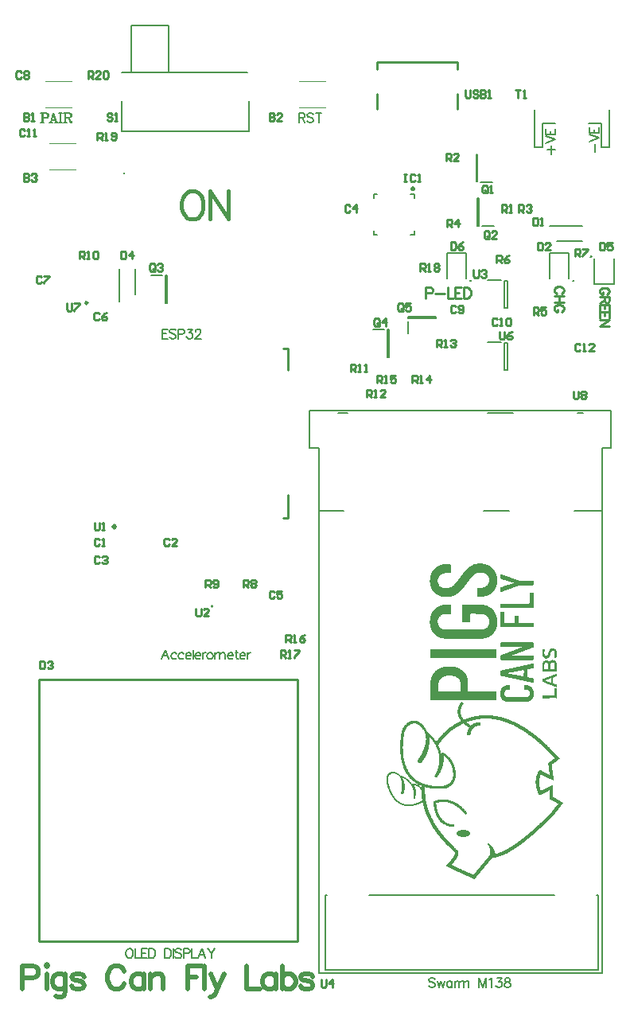
<source format=gto>
G04 Layer_Color=65535*
%FSLAX25Y25*%
%MOIN*%
G70*
G01*
G75*
%ADD39C,0.01000*%
%ADD45C,0.00500*%
%ADD59C,0.00787*%
%ADD60C,0.00984*%
%ADD61C,0.00394*%
%ADD62C,0.00800*%
%ADD63C,0.00600*%
%ADD64C,0.02165*%
%ADD65C,0.00866*%
%ADD66C,0.01575*%
G36*
X188689Y128112D02*
X188740Y128061D01*
X188765Y128048D01*
X188804Y128010D01*
X188829Y127997D01*
X188899Y127940D01*
X188931Y127908D01*
X188957Y127895D01*
X188982Y127870D01*
X189008Y127857D01*
X189033Y127832D01*
X189059Y127819D01*
X189097Y127781D01*
X189122Y127768D01*
X189237Y127679D01*
X189276Y127640D01*
X189301Y127628D01*
X189371Y127570D01*
X189403Y127538D01*
X189429Y127525D01*
X189486Y127468D01*
X189473Y127379D01*
X189384Y127289D01*
X189333Y127200D01*
X189295Y127162D01*
X189282Y127136D01*
X189256Y127111D01*
X189205Y127022D01*
X189180Y126996D01*
X189167Y126971D01*
X189142Y126945D01*
X189078Y126830D01*
X189014Y126741D01*
X188950Y126626D01*
X188899Y126550D01*
X188823Y126409D01*
X188631Y126014D01*
X188568Y125874D01*
X188542Y125810D01*
X188504Y125721D01*
X188453Y125593D01*
X188338Y125236D01*
X188300Y125083D01*
X188281Y125000D01*
X188242Y124847D01*
X188230Y124783D01*
X188217Y124655D01*
X188191Y124502D01*
X188179Y124209D01*
X188166Y124145D01*
X188153Y124018D01*
X188166Y123941D01*
X188179Y123877D01*
X188191Y123597D01*
X188204Y123495D01*
X188217Y123367D01*
X188230Y123291D01*
X188255Y123163D01*
X188281Y123061D01*
X188300Y122991D01*
X188351Y122787D01*
X188408Y122627D01*
X188434Y122563D01*
X188453Y122493D01*
X188491Y122404D01*
X188542Y122289D01*
X188580Y122200D01*
X188695Y121958D01*
X188797Y121766D01*
X188848Y121690D01*
X188925Y121549D01*
X188988Y121460D01*
X189040Y121371D01*
X189065Y121345D01*
X189078Y121320D01*
X189129Y121243D01*
X189142Y121218D01*
X189199Y121148D01*
X189218Y121128D01*
X189231Y121103D01*
X189288Y121033D01*
X189320Y120988D01*
X189346Y120963D01*
X189358Y120937D01*
X189416Y120867D01*
X189448Y120822D01*
X189473Y120797D01*
X189486Y120771D01*
X189569Y120688D01*
X189620Y120676D01*
X189709Y120688D01*
X189849Y120752D01*
X189901Y120765D01*
X190092Y120854D01*
X190194Y120880D01*
X190258Y120905D01*
X190341Y120937D01*
X190487Y120994D01*
X190538Y121007D01*
X190621Y121039D01*
X190685Y121065D01*
X190755Y121097D01*
X190838Y121116D01*
X190889Y121128D01*
X190991Y121167D01*
X191125Y121224D01*
X191208Y121243D01*
X191310Y121269D01*
X191438Y121320D01*
X191546Y121352D01*
X191629Y121371D01*
X191731Y121409D01*
X191916Y121466D01*
X192018Y121492D01*
X192222Y121556D01*
X192375Y121594D01*
X192458Y121613D01*
X192509Y121626D01*
X192694Y121683D01*
X192745Y121696D01*
X192828Y121715D01*
X193032Y121766D01*
X193102Y121785D01*
X193185Y121804D01*
X193249Y121817D01*
X193504Y121881D01*
X193568Y121894D01*
X193619Y121906D01*
X193874Y121958D01*
X193944Y121977D01*
X194046Y122002D01*
X194167Y122021D01*
X194359Y122060D01*
X194512Y122085D01*
X194652Y122111D01*
X194754Y122136D01*
X194926Y122155D01*
X195111Y122187D01*
X195162Y122200D01*
X195277Y122213D01*
X195354Y122225D01*
X195405Y122238D01*
X195577Y122257D01*
X195666Y122270D01*
X195851Y122289D01*
X195953Y122302D01*
X196119Y122327D01*
X196381Y122359D01*
X196508Y122372D01*
X196853Y122398D01*
X197044Y122410D01*
X197082Y122423D01*
X197248Y122436D01*
X197337Y122423D01*
X197376Y122436D01*
X197452Y122449D01*
X197490Y122461D01*
X197541Y122474D01*
X197828Y122468D01*
X197969Y122480D01*
X198141Y122500D01*
X200105Y122487D01*
X200144Y122474D01*
X200603Y122461D01*
X200641Y122449D01*
X200730Y122436D01*
X201011Y122423D01*
X201049Y122410D01*
X201215Y122398D01*
X201445Y122385D01*
X201483Y122372D01*
X201751Y122359D01*
X201789Y122346D01*
X201936Y122327D01*
X202012Y122315D01*
X202274Y122283D01*
X202401Y122270D01*
X202561Y122251D01*
X202625Y122238D01*
X202790Y122213D01*
X202854Y122200D01*
X202931Y122187D01*
X203186Y122149D01*
X203313Y122123D01*
X203479Y122098D01*
X203543Y122085D01*
X203645Y122060D01*
X203709Y122047D01*
X203939Y122009D01*
X204002Y121996D01*
X204206Y121945D01*
X204398Y121906D01*
X204538Y121868D01*
X204589Y121855D01*
X204653Y121843D01*
X204704Y121830D01*
X204780Y121817D01*
X204844Y121804D01*
X205048Y121753D01*
X205195Y121709D01*
X205246Y121696D01*
X205329Y121677D01*
X205514Y121619D01*
X205769Y121556D01*
X205973Y121492D01*
X206024Y121479D01*
X206107Y121460D01*
X206215Y121415D01*
X206356Y121377D01*
X206445Y121352D01*
X206515Y121332D01*
X206617Y121294D01*
X206687Y121262D01*
X206757Y121243D01*
X206821Y121230D01*
X206962Y121179D01*
X207032Y121148D01*
X207185Y121109D01*
X207344Y121052D01*
X207415Y121020D01*
X207485Y121001D01*
X207536Y120988D01*
X207638Y120950D01*
X207772Y120892D01*
X207855Y120873D01*
X207906Y120861D01*
X207969Y120835D01*
X208129Y120765D01*
X208212Y120746D01*
X208276Y120720D01*
X208371Y120663D01*
X208524Y120624D01*
X208607Y120593D01*
X208626Y120573D01*
X208716Y120535D01*
X208818Y120510D01*
X208900Y120478D01*
X208920Y120459D01*
X208945Y120446D01*
X209034Y120408D01*
X209124Y120382D01*
X209341Y120280D01*
X209411Y120261D01*
X209474Y120235D01*
X209506Y120203D01*
X209570Y120178D01*
X209621Y120165D01*
X209704Y120133D01*
X209864Y120051D01*
X209915Y120038D01*
X209978Y120012D01*
X210195Y119910D01*
X210278Y119878D01*
X210399Y119808D01*
X210540Y119757D01*
X210629Y119693D01*
X210680Y119681D01*
X210801Y119636D01*
X210878Y119585D01*
X210961Y119553D01*
X211101Y119476D01*
X211216Y119425D01*
X211299Y119394D01*
X211433Y119323D01*
X211515Y119291D01*
X211701Y119196D01*
X211994Y119043D01*
X212070Y118992D01*
X212185Y118941D01*
X212300Y118877D01*
X212415Y118826D01*
X212530Y118762D01*
X212721Y118660D01*
X212797Y118609D01*
X212848Y118596D01*
X212963Y118533D01*
X213040Y118482D01*
X213129Y118443D01*
X213155Y118430D01*
X213244Y118367D01*
X213588Y118188D01*
X213690Y118124D01*
X213716Y118112D01*
X213818Y118048D01*
X213984Y117958D01*
X214073Y117908D01*
X214150Y117856D01*
X214290Y117780D01*
X214366Y117729D01*
X214392Y117716D01*
X214507Y117652D01*
X214596Y117589D01*
X214711Y117525D01*
X214889Y117423D01*
X214979Y117359D01*
X215004Y117346D01*
X215093Y117295D01*
X215183Y117231D01*
X215298Y117168D01*
X215323Y117142D01*
X215349Y117129D01*
X215438Y117078D01*
X215559Y116995D01*
X215661Y116932D01*
X215706Y116900D01*
X215731Y116874D01*
X215897Y116785D01*
X215935Y116747D01*
X216050Y116683D01*
X216101Y116632D01*
X216242Y116555D01*
X216280Y116517D01*
X216305Y116504D01*
X216395Y116453D01*
X216446Y116402D01*
X216471Y116390D01*
X216586Y116326D01*
X216637Y116275D01*
X216663Y116262D01*
X216752Y116211D01*
X216822Y116154D01*
X216841Y116134D01*
X216956Y116071D01*
X217020Y116007D01*
X217134Y115943D01*
X217185Y115892D01*
X217300Y115828D01*
X217339Y115790D01*
X217364Y115777D01*
X217453Y115726D01*
X217524Y115669D01*
X217555Y115637D01*
X217645Y115586D01*
X217696Y115535D01*
X217721Y115522D01*
X217811Y115458D01*
X217938Y115369D01*
X218002Y115331D01*
X218053Y115280D01*
X218078Y115267D01*
X218168Y115203D01*
X218416Y115018D01*
X218493Y114967D01*
X218538Y114923D01*
X218627Y114872D01*
X218652Y114846D01*
X218678Y114833D01*
X218716Y114795D01*
X218742Y114782D01*
X218767Y114757D01*
X218793Y114744D01*
X218863Y114687D01*
X218907Y114655D01*
X219022Y114565D01*
X219316Y114349D01*
X219341Y114323D01*
X219367Y114310D01*
X219405Y114272D01*
X219430Y114259D01*
X219456Y114234D01*
X219482Y114221D01*
X219520Y114183D01*
X219545Y114170D01*
X219616Y114113D01*
X219660Y114081D01*
X219698Y114042D01*
X219724Y114030D01*
X219749Y114004D01*
X219775Y113991D01*
X219800Y113966D01*
X219826Y113953D01*
X219864Y113915D01*
X219890Y113902D01*
X219960Y113845D01*
X219992Y113813D01*
X220017Y113800D01*
X220043Y113775D01*
X220068Y113762D01*
X220094Y113736D01*
X220119Y113724D01*
X220158Y113685D01*
X220183Y113672D01*
X220209Y113647D01*
X220234Y113634D01*
X220285Y113583D01*
X220311Y113570D01*
X220349Y113532D01*
X220374Y113519D01*
X220445Y113462D01*
X220515Y113392D01*
X220540Y113379D01*
X220591Y113328D01*
X220617Y113315D01*
X220687Y113258D01*
X220725Y113232D01*
X220732Y113213D01*
X220757Y113200D01*
X220783Y113175D01*
X220808Y113162D01*
X220885Y113086D01*
X220910Y113073D01*
X220936Y113048D01*
X220961Y113035D01*
X221031Y112977D01*
X221063Y112945D01*
X221089Y112933D01*
X221159Y112875D01*
X221229Y112805D01*
X221255Y112792D01*
X221325Y112735D01*
X221382Y112678D01*
X221408Y112665D01*
X221497Y112575D01*
X221522Y112563D01*
X221625Y112461D01*
X221650Y112448D01*
X221739Y112384D01*
X221816Y112308D01*
X221841Y112295D01*
X221918Y112218D01*
X221943Y112206D01*
X221994Y112154D01*
X222020Y112142D01*
X222052Y112097D01*
X222071Y112078D01*
X222096Y112065D01*
X222167Y112008D01*
X222326Y111848D01*
X222352Y111836D01*
X222422Y111778D01*
X222479Y111721D01*
X222505Y111708D01*
X222594Y111619D01*
X222620Y111606D01*
X222645Y111581D01*
X222671Y111568D01*
X222824Y111415D01*
X222849Y111402D01*
X222887Y111364D01*
X222913Y111351D01*
X223092Y111172D01*
X223117Y111160D01*
X223168Y111109D01*
X223194Y111096D01*
X223385Y110905D01*
X223410Y110892D01*
X223487Y110815D01*
X223512Y110802D01*
X223602Y110713D01*
X223627Y110700D01*
X223659Y110669D01*
X223672Y110643D01*
X223691Y110624D01*
X223716Y110611D01*
X223857Y110471D01*
X223882Y110458D01*
X223921Y110420D01*
X223946Y110407D01*
X224227Y110126D01*
X224246Y110120D01*
X224252Y110101D01*
X224278Y110088D01*
X224342Y110012D01*
X224367Y109999D01*
X224393Y109973D01*
X224418Y109960D01*
X224444Y109935D01*
X224469Y109922D01*
X225184Y109208D01*
X225203Y109202D01*
X225215Y109176D01*
X225286Y109106D01*
X225311Y109093D01*
X225375Y109029D01*
X225400Y109017D01*
X225426Y108991D01*
X225451Y108978D01*
X225470Y108959D01*
X225483Y108934D01*
X226185Y108232D01*
X226198Y108207D01*
X226223Y108181D01*
X226236Y108156D01*
X226465Y107926D01*
X226472Y107907D01*
X226491Y107901D01*
X226497Y107881D01*
X226523Y107869D01*
X226606Y107786D01*
X226619Y107760D01*
X226663Y107728D01*
X226682Y107709D01*
X226695Y107684D01*
X226765Y107613D01*
X226784Y107607D01*
X226797Y107581D01*
X227116Y107263D01*
X227129Y107237D01*
X227180Y107186D01*
X227192Y107161D01*
X227588Y106765D01*
X227601Y106740D01*
X227639Y106701D01*
X227652Y106676D01*
X227830Y106497D01*
X227843Y106472D01*
X227888Y106440D01*
X227958Y106370D01*
X227971Y106344D01*
X227990Y106325D01*
X228009Y106319D01*
X228022Y106293D01*
X228047Y106268D01*
X228060Y106242D01*
X228175Y106127D01*
X228187Y106102D01*
X228207Y106083D01*
X228232Y106070D01*
X228290Y106013D01*
X228302Y105987D01*
X228379Y105911D01*
X228392Y105885D01*
X228532Y105745D01*
X228545Y105719D01*
X228564Y105700D01*
X228589Y105687D01*
X228634Y105643D01*
X228647Y105617D01*
X228672Y105592D01*
X228685Y105566D01*
X228749Y105502D01*
X228762Y105477D01*
X228806Y105432D01*
X228832Y105419D01*
X228864Y105387D01*
X228876Y105362D01*
X228927Y105311D01*
X228940Y105286D01*
X229029Y105196D01*
X229042Y105171D01*
X229087Y105113D01*
X229112Y105101D01*
X229183Y105030D01*
X229195Y105005D01*
X229214Y104986D01*
X229240Y104973D01*
X229272Y104928D01*
X229329Y104858D01*
X229399Y104788D01*
X229412Y104762D01*
X229457Y104718D01*
X229482Y104705D01*
X229514Y104673D01*
X229527Y104648D01*
X229591Y104584D01*
X229603Y104558D01*
X229642Y104520D01*
X229654Y104495D01*
X229744Y104405D01*
X229769Y104341D01*
X229756Y104290D01*
X229712Y104246D01*
X229686Y104233D01*
X229616Y104176D01*
X229597Y104157D01*
X229572Y104144D01*
X229412Y104023D01*
X229335Y103972D01*
X229291Y103940D01*
X229240Y103889D01*
X229176Y103850D01*
X229112Y103787D01*
X229087Y103774D01*
X228972Y103685D01*
X228883Y103621D01*
X228857Y103608D01*
X228787Y103551D01*
X228768Y103532D01*
X228742Y103519D01*
X228628Y103429D01*
X228602Y103404D01*
X228576Y103391D01*
X228417Y103270D01*
X228347Y103225D01*
X228277Y103168D01*
X228258Y103149D01*
X228232Y103136D01*
X228117Y103047D01*
X227958Y102926D01*
X227881Y102875D01*
X227837Y102843D01*
X227811Y102817D01*
X227786Y102804D01*
X227760Y102779D01*
X227735Y102766D01*
X227620Y102677D01*
X227326Y102460D01*
X227301Y102435D01*
X227275Y102422D01*
X227161Y102332D01*
X227135Y102307D01*
X227110Y102294D01*
X227084Y102269D01*
X227059Y102256D01*
X227033Y102230D01*
X227008Y102218D01*
X226982Y102192D01*
X226957Y102179D01*
X226918Y102141D01*
X226854Y102103D01*
X226829Y102077D01*
X226803Y102065D01*
X226778Y102039D01*
X226752Y102026D01*
X226682Y101969D01*
X226638Y101937D01*
X226612Y101911D01*
X226587Y101899D01*
X226472Y101810D01*
X226440Y101778D01*
X226414Y101714D01*
X226427Y101446D01*
X226440Y101408D01*
X226453Y101280D01*
X226465Y101242D01*
X226478Y101076D01*
X226504Y101012D01*
X226517Y100923D01*
X226529Y100757D01*
X226542Y100719D01*
X226561Y100547D01*
X226587Y100394D01*
X226599Y100266D01*
X226612Y100202D01*
X226625Y100151D01*
X226638Y100036D01*
X226676Y99730D01*
X226701Y99577D01*
X226721Y99405D01*
X226733Y99354D01*
X226759Y99175D01*
X226778Y99029D01*
X226791Y98927D01*
X226816Y98774D01*
X226829Y98672D01*
X226854Y98519D01*
X226867Y98404D01*
X226905Y98097D01*
X226918Y98021D01*
X226931Y97957D01*
X226944Y97842D01*
X226957Y97766D01*
X226969Y97715D01*
X226995Y97485D01*
X227020Y97281D01*
X227033Y97205D01*
X227046Y97141D01*
X227059Y97090D01*
X227071Y96949D01*
X227084Y96886D01*
X227097Y96835D01*
X227110Y96656D01*
X227141Y96395D01*
X227154Y96344D01*
X227173Y96261D01*
X227199Y96057D01*
X227212Y96005D01*
X227224Y95853D01*
X227250Y95648D01*
X227263Y95572D01*
X227301Y95381D01*
X227326Y95227D01*
X227346Y95081D01*
X227333Y95043D01*
X227295Y94979D01*
X227275Y94960D01*
X227186Y94972D01*
X227161Y94998D01*
X225770Y95687D01*
X225655Y95750D01*
X225541Y95801D01*
X225426Y95865D01*
X225286Y95929D01*
X225171Y95993D01*
X225056Y96044D01*
X224941Y96108D01*
X224801Y96171D01*
X224711Y96222D01*
X224571Y96286D01*
X224482Y96337D01*
X224418Y96376D01*
X224354Y96401D01*
X224271Y96433D01*
X224227Y96465D01*
X224163Y96503D01*
X224042Y96548D01*
X223997Y96580D01*
X223921Y96631D01*
X223850Y96650D01*
X223787Y96675D01*
X223768Y96694D01*
X223742Y96707D01*
X223716Y96733D01*
X223551Y96796D01*
X223461Y96860D01*
X223340Y96905D01*
X223270Y96949D01*
X223104Y97026D01*
X222977Y97102D01*
X222913Y97128D01*
X222830Y97160D01*
X222811Y97179D01*
X222785Y97192D01*
X222722Y97230D01*
X222639Y97262D01*
X222537Y97326D01*
X222428Y97370D01*
X222288Y97447D01*
X222173Y97498D01*
X222033Y97575D01*
X221918Y97625D01*
X221841Y97613D01*
X221797Y97568D01*
X221682Y97326D01*
X221663Y97256D01*
X221637Y97192D01*
X221567Y97032D01*
X221548Y96949D01*
X221535Y96899D01*
X221510Y96835D01*
X221478Y96764D01*
X221452Y96675D01*
X221427Y96573D01*
X221408Y96478D01*
X221338Y96254D01*
X221325Y96203D01*
X221312Y96076D01*
X221299Y96025D01*
X221267Y95878D01*
X221255Y95827D01*
X221235Y95757D01*
X221223Y95667D01*
X221210Y95617D01*
X221172Y95004D01*
X221153Y94858D01*
X221133Y94685D01*
X221146Y94226D01*
X221159Y94188D01*
X221172Y94137D01*
X221184Y93754D01*
X221197Y93716D01*
X221210Y93410D01*
X221223Y93371D01*
X221242Y93288D01*
X221280Y93097D01*
X221293Y93046D01*
X221306Y92970D01*
X221318Y92855D01*
X221344Y92715D01*
X221363Y92644D01*
X221414Y92466D01*
X221427Y92415D01*
X221446Y92294D01*
X221459Y92242D01*
X221497Y92141D01*
X221529Y92058D01*
X221548Y91975D01*
X221573Y91847D01*
X221612Y91745D01*
X221644Y91675D01*
X221669Y91586D01*
X221682Y91535D01*
X221701Y91464D01*
X221784Y91280D01*
X221810Y91190D01*
X221950Y90922D01*
X222007Y90903D01*
X224010Y91898D01*
X224150Y91975D01*
X224239Y92013D01*
X224380Y92089D01*
X224469Y92128D01*
X224533Y92153D01*
X224558Y92166D01*
X224635Y92217D01*
X224763Y92268D01*
X224852Y92319D01*
X224916Y92357D01*
X225037Y92402D01*
X225056Y92421D01*
X225081Y92434D01*
X225247Y92510D01*
X225273Y92523D01*
X225362Y92587D01*
X225502Y92638D01*
X225630Y92715D01*
X225694Y92740D01*
X225834Y92817D01*
X225923Y92855D01*
X226089Y92944D01*
X226178Y92982D01*
X226293Y93046D01*
X226434Y93110D01*
X226523Y93161D01*
X226867Y93327D01*
X226944Y93314D01*
X226976Y93282D01*
X226988Y93193D01*
X226976Y93142D01*
X226988Y88371D01*
X227052Y88282D01*
X227097Y88237D01*
X227212Y88173D01*
X227288Y88122D01*
X227454Y88033D01*
X227480Y88008D01*
X227594Y87944D01*
X227696Y87880D01*
X227811Y87816D01*
X227888Y87765D01*
X228028Y87689D01*
X228105Y87638D01*
X228130Y87625D01*
X228270Y87536D01*
X228411Y87459D01*
X228487Y87408D01*
X228653Y87319D01*
X228895Y87166D01*
X229010Y87102D01*
X229099Y87051D01*
X229202Y86987D01*
X229227Y86974D01*
X229316Y86923D01*
X229406Y86860D01*
X229431Y86847D01*
X229546Y86783D01*
X229623Y86732D01*
X229763Y86655D01*
X229839Y86604D01*
X229954Y86541D01*
X229980Y86515D01*
X230005Y86502D01*
X230146Y86426D01*
X230222Y86375D01*
X230248Y86362D01*
X230337Y86311D01*
X230426Y86247D01*
X230567Y86171D01*
X230643Y86120D01*
X230758Y86056D01*
X230783Y86030D01*
X230949Y85941D01*
X230975Y85916D01*
X231000Y85903D01*
X231140Y85826D01*
X231172Y85756D01*
X231160Y85705D01*
X231121Y85629D01*
X231115Y85622D01*
X231083Y85590D01*
X231070Y85565D01*
X231019Y85514D01*
X231007Y85488D01*
X230981Y85463D01*
X230968Y85437D01*
X230930Y85399D01*
X230917Y85374D01*
X230854Y85284D01*
X230841Y85259D01*
X230802Y85220D01*
X230790Y85195D01*
X230764Y85169D01*
X230751Y85144D01*
X230700Y85093D01*
X230688Y85067D01*
X230662Y85042D01*
X230649Y85016D01*
X230624Y84991D01*
X230611Y84965D01*
X230586Y84940D01*
X230573Y84914D01*
X230522Y84863D01*
X230509Y84838D01*
X230484Y84812D01*
X230471Y84787D01*
X230350Y84627D01*
X230318Y84595D01*
X230305Y84570D01*
X230267Y84532D01*
X230254Y84506D01*
X230228Y84481D01*
X230216Y84455D01*
X230177Y84417D01*
X230165Y84391D01*
X230126Y84353D01*
X230114Y84328D01*
X230056Y84257D01*
X230005Y84181D01*
X229986Y84162D01*
X229973Y84136D01*
X229948Y84111D01*
X229935Y84085D01*
X229909Y84060D01*
X229897Y84034D01*
X229858Y83996D01*
X229846Y83970D01*
X229795Y83919D01*
X229782Y83894D01*
X229756Y83868D01*
X229744Y83843D01*
X229686Y83773D01*
X229667Y83754D01*
X229654Y83728D01*
X229629Y83702D01*
X229616Y83677D01*
X229565Y83626D01*
X229552Y83600D01*
X229527Y83575D01*
X229514Y83549D01*
X229489Y83524D01*
X229476Y83498D01*
X229438Y83460D01*
X229425Y83435D01*
X229399Y83409D01*
X229386Y83384D01*
X229361Y83358D01*
X229348Y83333D01*
X229297Y83281D01*
X229285Y83256D01*
X229259Y83231D01*
X229246Y83205D01*
X229195Y83154D01*
X229183Y83128D01*
X229157Y83103D01*
X229144Y83077D01*
X229087Y83007D01*
X229068Y82988D01*
X229055Y82963D01*
X228997Y82892D01*
X228966Y82861D01*
X228953Y82835D01*
X228927Y82810D01*
X228915Y82784D01*
X228857Y82714D01*
X228825Y82682D01*
X228813Y82657D01*
X228723Y82542D01*
X228685Y82503D01*
X228672Y82478D01*
X228615Y82408D01*
X228570Y82363D01*
X228557Y82338D01*
X228468Y82223D01*
X228443Y82197D01*
X228430Y82172D01*
X228341Y82057D01*
X228315Y82031D01*
X228277Y81968D01*
X228226Y81917D01*
X228213Y81891D01*
X228187Y81866D01*
X228175Y81840D01*
X228149Y81815D01*
X228136Y81789D01*
X228073Y81725D01*
X228022Y81636D01*
X227971Y81585D01*
X227958Y81559D01*
X227894Y81470D01*
X227830Y81406D01*
X227818Y81381D01*
X227760Y81311D01*
X227658Y81183D01*
X227562Y81087D01*
X227556Y81068D01*
X227537Y81062D01*
X227524Y81037D01*
X227435Y80947D01*
X227422Y80922D01*
X227346Y80845D01*
X227333Y80820D01*
X227295Y80781D01*
X227288Y80762D01*
X227263Y80749D01*
X226937Y80424D01*
X226925Y80399D01*
X226823Y80297D01*
X226810Y80271D01*
X226733Y80195D01*
X226721Y80169D01*
X226523Y79971D01*
X226497Y79959D01*
X226478Y79939D01*
X226465Y79914D01*
X226280Y79729D01*
X226261Y79723D01*
X226249Y79697D01*
X226140Y79589D01*
X226121Y79582D01*
X226108Y79557D01*
X226038Y79487D01*
X226013Y79474D01*
X225993Y79455D01*
X225981Y79429D01*
X225911Y79359D01*
X225885Y79346D01*
X225866Y79327D01*
X225853Y79302D01*
X225809Y79257D01*
X225783Y79244D01*
X225764Y79225D01*
X225751Y79200D01*
X225726Y79174D01*
X225713Y79149D01*
X225623Y79059D01*
X225611Y79034D01*
X225579Y79002D01*
X225553Y78989D01*
X225509Y78944D01*
X225496Y78919D01*
X225451Y78874D01*
X225426Y78862D01*
X225381Y78817D01*
X225368Y78791D01*
X225337Y78759D01*
X225311Y78747D01*
X225241Y78677D01*
X225228Y78651D01*
X225184Y78619D01*
X224801Y78237D01*
X224782Y78230D01*
X224769Y78205D01*
X224686Y78122D01*
X224660Y78109D01*
X224584Y78032D01*
X224558Y78020D01*
X224233Y77694D01*
X224227Y77675D01*
X224201Y77662D01*
X224118Y77580D01*
X224112Y77561D01*
X224086Y77548D01*
X223991Y77452D01*
X223978Y77426D01*
X223933Y77395D01*
X223876Y77337D01*
X223863Y77312D01*
X223819Y77280D01*
X223761Y77222D01*
X223748Y77197D01*
X223729Y77178D01*
X223704Y77165D01*
X223634Y77095D01*
X223621Y77069D01*
X223602Y77050D01*
X223576Y77038D01*
X223461Y76923D01*
X223436Y76910D01*
X223385Y76859D01*
X223366Y76853D01*
X223359Y76833D01*
X223334Y76821D01*
X223136Y76623D01*
X223123Y76597D01*
X223104Y76578D01*
X223079Y76565D01*
X223009Y76495D01*
X223002Y76476D01*
X222977Y76464D01*
X222785Y76272D01*
X222760Y76259D01*
X222722Y76221D01*
X222696Y76208D01*
X222313Y75826D01*
X222288Y75813D01*
X222237Y75762D01*
X222211Y75749D01*
X222135Y75673D01*
X222109Y75660D01*
X222077Y75628D01*
X222065Y75602D01*
X222020Y75558D01*
X221994Y75545D01*
X221937Y75488D01*
X221924Y75462D01*
X221905Y75443D01*
X221880Y75430D01*
X221803Y75354D01*
X221778Y75341D01*
X221752Y75315D01*
X221727Y75303D01*
X221484Y75060D01*
X221459Y75048D01*
X221382Y74971D01*
X221357Y74958D01*
X221242Y74843D01*
X221216Y74831D01*
X221184Y74786D01*
X221127Y74729D01*
X221102Y74716D01*
X221031Y74659D01*
X221012Y74639D01*
X220987Y74627D01*
X220783Y74423D01*
X220757Y74410D01*
X220706Y74359D01*
X220681Y74346D01*
X220610Y74289D01*
X220426Y74104D01*
X220362Y74065D01*
X220317Y74021D01*
X220304Y73995D01*
X220260Y73963D01*
X220215Y73919D01*
X220202Y73893D01*
X220170Y73861D01*
X220145Y73848D01*
X220075Y73791D01*
X220030Y73746D01*
X220005Y73734D01*
X219960Y73689D01*
X219947Y73664D01*
X219928Y73644D01*
X219902Y73632D01*
X219832Y73574D01*
X219788Y73542D01*
X219635Y73389D01*
X219609Y73377D01*
X219571Y73338D01*
X219545Y73326D01*
X219418Y73198D01*
X219392Y73185D01*
X219328Y73121D01*
X219303Y73109D01*
X219201Y73007D01*
X219175Y72994D01*
X219086Y72904D01*
X219061Y72892D01*
X219022Y72853D01*
X218997Y72841D01*
X218933Y72777D01*
X218907Y72764D01*
X218818Y72675D01*
X218793Y72662D01*
X218729Y72598D01*
X218704Y72586D01*
X218652Y72535D01*
X218627Y72522D01*
X218525Y72420D01*
X218499Y72407D01*
X218474Y72382D01*
X218448Y72369D01*
X218346Y72267D01*
X218321Y72254D01*
X218257Y72190D01*
X218232Y72177D01*
X218206Y72152D01*
X218180Y72139D01*
X218142Y72101D01*
X218117Y72088D01*
X218053Y72024D01*
X218027Y72012D01*
X217938Y71922D01*
X217913Y71910D01*
X217887Y71884D01*
X217862Y71871D01*
X217823Y71833D01*
X217798Y71820D01*
X217734Y71757D01*
X217708Y71744D01*
X217657Y71693D01*
X217632Y71680D01*
X217581Y71629D01*
X217555Y71616D01*
X217504Y71565D01*
X217479Y71552D01*
X217453Y71527D01*
X217428Y71514D01*
X217351Y71438D01*
X217326Y71425D01*
X217288Y71387D01*
X217262Y71374D01*
X217198Y71310D01*
X217173Y71297D01*
X217058Y71208D01*
X217007Y71157D01*
X216981Y71144D01*
X216911Y71087D01*
X216867Y71042D01*
X216841Y71029D01*
X216816Y71004D01*
X216790Y70991D01*
X216726Y70927D01*
X216701Y70915D01*
X216675Y70889D01*
X216650Y70876D01*
X216586Y70813D01*
X216561Y70800D01*
X216446Y70710D01*
X216407Y70672D01*
X216382Y70660D01*
X216356Y70634D01*
X216331Y70621D01*
X216254Y70545D01*
X216229Y70532D01*
X216152Y70455D01*
X216127Y70443D01*
X216057Y70385D01*
X216038Y70366D01*
X216012Y70353D01*
X215974Y70315D01*
X215948Y70302D01*
X215923Y70277D01*
X215897Y70264D01*
X215846Y70213D01*
X215821Y70200D01*
X215706Y70111D01*
X215668Y70073D01*
X215642Y70060D01*
X215616Y70034D01*
X215591Y70022D01*
X215540Y69971D01*
X215514Y69958D01*
X215489Y69932D01*
X215463Y69920D01*
X215400Y69856D01*
X215374Y69843D01*
X215259Y69754D01*
X215189Y69696D01*
X215144Y69665D01*
X215074Y69607D01*
X215055Y69588D01*
X215030Y69575D01*
X214960Y69518D01*
X214928Y69486D01*
X214902Y69473D01*
X214787Y69384D01*
X214628Y69263D01*
X214596Y69231D01*
X214570Y69218D01*
X214545Y69193D01*
X214520Y69180D01*
X214494Y69154D01*
X214469Y69142D01*
X214443Y69116D01*
X214418Y69103D01*
X214303Y69014D01*
X214277Y68989D01*
X214252Y68976D01*
X214137Y68886D01*
X213977Y68765D01*
X213901Y68714D01*
X213703Y68568D01*
X213678Y68555D01*
X213652Y68529D01*
X213627Y68516D01*
X213199Y68204D01*
X213053Y68096D01*
X213027Y68083D01*
X212938Y68019D01*
X212912Y68006D01*
X212887Y67981D01*
X212861Y67968D01*
X212836Y67943D01*
X212810Y67930D01*
X212785Y67904D01*
X212759Y67892D01*
X212670Y67828D01*
X212644Y67815D01*
X212466Y67687D01*
X212440Y67675D01*
X212370Y67617D01*
X212294Y67566D01*
X212249Y67534D01*
X212172Y67483D01*
X212147Y67471D01*
X211968Y67343D01*
X211943Y67330D01*
X211917Y67305D01*
X211892Y67292D01*
X211866Y67266D01*
X211841Y67254D01*
X211720Y67171D01*
X211547Y67062D01*
X211522Y67037D01*
X211496Y67024D01*
X211337Y66916D01*
X211209Y66839D01*
X211177Y66807D01*
X211152Y66795D01*
X211126Y66769D01*
X211012Y66705D01*
X210986Y66680D01*
X210961Y66667D01*
X210846Y66603D01*
X210776Y66546D01*
X210648Y66469D01*
X210616Y66437D01*
X210591Y66425D01*
X210476Y66361D01*
X210406Y66303D01*
X210259Y66220D01*
X210170Y66157D01*
X210055Y66093D01*
X210017Y66055D01*
X209851Y65965D01*
X209825Y65940D01*
X209660Y65851D01*
X209634Y65825D01*
X209609Y65812D01*
X209519Y65774D01*
X209494Y65761D01*
X209423Y65704D01*
X209404Y65685D01*
X209341Y65659D01*
X209315Y65646D01*
X209188Y65557D01*
X209124Y65532D01*
X209034Y65481D01*
X209009Y65455D01*
X208983Y65442D01*
X208818Y65353D01*
X208677Y65276D01*
X208537Y65187D01*
X208486Y65175D01*
X208358Y65085D01*
X208276Y65053D01*
X208231Y65034D01*
X208142Y64970D01*
X208027Y64919D01*
X207912Y64856D01*
X207721Y64754D01*
X207453Y64613D01*
X206879Y64333D01*
X206764Y64281D01*
X206675Y64243D01*
X206407Y64116D01*
X206241Y64039D01*
X206158Y64007D01*
X206011Y63937D01*
X205947Y63912D01*
X205896Y63899D01*
X205680Y63797D01*
X205629Y63784D01*
X205546Y63752D01*
X205450Y63695D01*
X205367Y63676D01*
X205265Y63637D01*
X205131Y63580D01*
X204895Y63497D01*
X204825Y63465D01*
X204761Y63440D01*
X204678Y63420D01*
X204576Y63382D01*
X204468Y63338D01*
X204366Y63312D01*
X204296Y63293D01*
X204232Y63267D01*
X204098Y63210D01*
X203900Y63165D01*
X203798Y63127D01*
X203651Y63082D01*
X203454Y63038D01*
X203390Y63012D01*
X203281Y62980D01*
X203231Y62968D01*
X203109Y62949D01*
X203046Y62936D01*
X202943Y62910D01*
X202835Y62878D01*
X202746Y62853D01*
X202657Y62840D01*
X202529Y62827D01*
X202420Y62808D01*
X202319Y62783D01*
X202210Y62751D01*
X202159Y62738D01*
X201968Y62725D01*
X201929Y62713D01*
X201687Y62700D01*
X201649Y62687D01*
X201457Y62674D01*
X201387Y62617D01*
X201273Y62502D01*
X201260Y62477D01*
X201170Y62362D01*
X201119Y62311D01*
X201107Y62285D01*
X201049Y62215D01*
X201024Y62202D01*
X200973Y62126D01*
X200903Y62056D01*
X200890Y62030D01*
X200864Y62005D01*
X200851Y61979D01*
X200788Y61915D01*
X200775Y61890D01*
X200749Y61864D01*
X200737Y61839D01*
X200660Y61762D01*
X200647Y61737D01*
X200622Y61711D01*
X200609Y61686D01*
X200558Y61635D01*
X200545Y61609D01*
X200507Y61571D01*
X200494Y61545D01*
X200418Y61469D01*
X200405Y61443D01*
X200380Y61418D01*
X200367Y61392D01*
X200290Y61316D01*
X200277Y61290D01*
X200252Y61265D01*
X200239Y61239D01*
X200175Y61176D01*
X200163Y61150D01*
X200124Y61112D01*
X200112Y61086D01*
X200048Y61022D01*
X200035Y60997D01*
X200010Y60971D01*
X199997Y60946D01*
X199946Y60895D01*
X199933Y60869D01*
X199895Y60831D01*
X199882Y60806D01*
X199805Y60729D01*
X199793Y60703D01*
X199767Y60678D01*
X199755Y60653D01*
X199678Y60576D01*
X199665Y60550D01*
X199627Y60512D01*
X199614Y60487D01*
X199550Y60423D01*
X199538Y60397D01*
X199499Y60359D01*
X199487Y60334D01*
X199423Y60270D01*
X199410Y60244D01*
X199385Y60219D01*
X199372Y60193D01*
X199321Y60142D01*
X199308Y60117D01*
X199257Y60066D01*
X199244Y60040D01*
X199168Y59964D01*
X199155Y59938D01*
X199066Y59849D01*
X199053Y59823D01*
X199015Y59785D01*
X199002Y59760D01*
X198925Y59683D01*
X198913Y59658D01*
X198823Y59543D01*
X198785Y59504D01*
X198772Y59479D01*
X198670Y59377D01*
X198658Y59351D01*
X198632Y59326D01*
X198619Y59300D01*
X198568Y59249D01*
X198556Y59224D01*
X198517Y59185D01*
X198511Y59166D01*
X198485Y59154D01*
X198453Y59122D01*
X198441Y59096D01*
X198415Y59071D01*
X198402Y59045D01*
X198326Y58969D01*
X198313Y58943D01*
X198249Y58854D01*
X198186Y58790D01*
X198173Y58765D01*
X198115Y58694D01*
X198045Y58624D01*
X198032Y58599D01*
X197956Y58522D01*
X197943Y58497D01*
X197886Y58427D01*
X197816Y58356D01*
X197803Y58331D01*
X197726Y58254D01*
X197714Y58229D01*
X197650Y58140D01*
X197637Y58114D01*
X197548Y58025D01*
X197535Y57999D01*
X197446Y57910D01*
X197433Y57884D01*
X197376Y57814D01*
X197344Y57782D01*
X197331Y57757D01*
X197229Y57655D01*
X197216Y57629D01*
X197191Y57604D01*
X197178Y57578D01*
X197114Y57515D01*
X197101Y57489D01*
X197076Y57464D01*
X197063Y57438D01*
X197006Y57368D01*
X196961Y57323D01*
X196948Y57298D01*
X196923Y57272D01*
X196910Y57247D01*
X196821Y57157D01*
X196808Y57132D01*
X196782Y57106D01*
X196770Y57081D01*
X196706Y57017D01*
X196693Y56991D01*
X196617Y56915D01*
X196604Y56889D01*
X196565Y56851D01*
X196553Y56826D01*
X196502Y56775D01*
X196489Y56749D01*
X196464Y56724D01*
X196451Y56698D01*
X196425Y56673D01*
X196413Y56647D01*
X196323Y56558D01*
X196310Y56532D01*
X196259Y56481D01*
X196247Y56456D01*
X196208Y56418D01*
X196196Y56392D01*
X196132Y56328D01*
X196119Y56303D01*
X196068Y56252D01*
X196055Y56226D01*
X195992Y56162D01*
X195979Y56137D01*
X195953Y56111D01*
X195940Y56086D01*
X195902Y56048D01*
X195889Y56022D01*
X195838Y55971D01*
X195826Y55945D01*
X195762Y55882D01*
X195749Y55856D01*
X195698Y55805D01*
X195685Y55780D01*
X195622Y55716D01*
X195609Y55690D01*
X195551Y55620D01*
X195494Y55563D01*
X195481Y55537D01*
X195392Y55448D01*
X195379Y55423D01*
X195316Y55333D01*
X195303Y55308D01*
X195226Y55231D01*
X195213Y55206D01*
X195111Y55104D01*
X195099Y55078D01*
X195073Y55053D01*
X195060Y55027D01*
X195009Y54976D01*
X194997Y54951D01*
X194971Y54925D01*
X194958Y54900D01*
X194914Y54868D01*
X194895Y54848D01*
X194882Y54823D01*
X194824Y54753D01*
X194767Y54695D01*
X194754Y54670D01*
X194690Y54581D01*
X194639Y54530D01*
X194627Y54504D01*
X194601Y54479D01*
X194588Y54453D01*
X194486Y54351D01*
X194474Y54325D01*
X194422Y54274D01*
X194410Y54249D01*
X194371Y54211D01*
X194359Y54185D01*
X194270Y54096D01*
X194257Y54070D01*
X194231Y54045D01*
X194219Y54019D01*
X194199Y54000D01*
X194174Y53987D01*
X194123Y53911D01*
X194091Y53866D01*
X194046Y53822D01*
X193995Y53809D01*
X193880Y53822D01*
X193842Y53860D01*
X193817Y53873D01*
X193727Y53911D01*
X193657Y53930D01*
X193613Y53949D01*
X193510Y54013D01*
X193428Y54045D01*
X193364Y54070D01*
X193345Y54089D01*
X193230Y54141D01*
X193160Y54160D01*
X193051Y54217D01*
X192937Y54268D01*
X192854Y54300D01*
X192752Y54364D01*
X192669Y54396D01*
X192567Y54434D01*
X192464Y54498D01*
X192413Y54510D01*
X192146Y54638D01*
X192095Y54651D01*
X191954Y54740D01*
X191903Y54753D01*
X191820Y54785D01*
X191661Y54868D01*
X191578Y54900D01*
X191393Y54995D01*
X191323Y55014D01*
X191221Y55078D01*
X191112Y55123D01*
X190991Y55167D01*
X190972Y55187D01*
X190947Y55199D01*
X190832Y55250D01*
X190615Y55352D01*
X190513Y55391D01*
X190424Y55454D01*
X190226Y55525D01*
X190207Y55544D01*
X190066Y55607D01*
X189983Y55639D01*
X189849Y55710D01*
X189728Y55754D01*
X189626Y55818D01*
X189543Y55850D01*
X189473Y55869D01*
X189365Y55926D01*
X189097Y56054D01*
X188976Y56099D01*
X188816Y56182D01*
X188733Y56213D01*
X188670Y56239D01*
X188536Y56309D01*
X188472Y56335D01*
X188389Y56366D01*
X188000Y56551D01*
X187936Y56577D01*
X187719Y56679D01*
X187579Y56743D01*
X187311Y56870D01*
X187228Y56902D01*
X187164Y56928D01*
X187145Y56947D01*
X186877Y57062D01*
X186763Y57113D01*
X186495Y57240D01*
X186444Y57253D01*
X186354Y57304D01*
X186240Y57355D01*
X185997Y57470D01*
X185946Y57483D01*
X185844Y57546D01*
X185819Y57559D01*
X185755Y57585D01*
X185634Y57629D01*
X185538Y57687D01*
X185474Y57712D01*
X185391Y57744D01*
X185245Y57814D01*
X185181Y57840D01*
X185066Y57904D01*
X184951Y57955D01*
X184900Y57967D01*
X184811Y58018D01*
X184696Y58069D01*
X184594Y58108D01*
X184518Y58159D01*
X184454Y58184D01*
X184371Y58216D01*
X184211Y58299D01*
X184090Y58344D01*
X184014Y58395D01*
X183931Y58427D01*
X183810Y58471D01*
X183733Y58522D01*
X183650Y58554D01*
X183510Y58631D01*
X183421Y58669D01*
X183350Y58688D01*
X183248Y58752D01*
X183191Y58784D01*
X183089Y58809D01*
X183000Y58860D01*
X182936Y58899D01*
X182815Y58943D01*
X182713Y59007D01*
X182604Y59039D01*
X182521Y59071D01*
X182502Y59090D01*
X182477Y59103D01*
X182451Y59128D01*
X182324Y59166D01*
X182056Y59294D01*
X182030Y59307D01*
X181985Y59339D01*
X181973Y59390D01*
X181985Y59466D01*
X182043Y59536D01*
X182113Y59594D01*
X182158Y59651D01*
X182183Y59664D01*
X182266Y59747D01*
X182279Y59772D01*
X182324Y59804D01*
X182381Y59862D01*
X182387Y59881D01*
X182413Y59894D01*
X183567Y61048D01*
X183580Y61073D01*
X183618Y61112D01*
X183631Y61137D01*
X183835Y61341D01*
X183848Y61367D01*
X183886Y61405D01*
X183899Y61431D01*
X183963Y61494D01*
X183975Y61520D01*
X184065Y61609D01*
X184078Y61635D01*
X184128Y61686D01*
X184141Y61711D01*
X184192Y61762D01*
X184205Y61788D01*
X184230Y61813D01*
X184243Y61839D01*
X184294Y61890D01*
X184307Y61915D01*
X184333Y61941D01*
X184345Y61966D01*
X184384Y62005D01*
X184396Y62030D01*
X184435Y62068D01*
X184447Y62094D01*
X184537Y62209D01*
X184562Y62234D01*
X184575Y62260D01*
X184600Y62285D01*
X184613Y62311D01*
X184696Y62432D01*
X184856Y62655D01*
X184868Y62681D01*
X184958Y62808D01*
X185009Y62897D01*
X185098Y63025D01*
X185136Y63089D01*
X185187Y63165D01*
X185200Y63191D01*
X185251Y63280D01*
X185302Y63357D01*
X185391Y63523D01*
X185506Y63739D01*
X185583Y63905D01*
X185685Y64122D01*
X185697Y64173D01*
X185729Y64256D01*
X185787Y64390D01*
X185800Y64441D01*
X185825Y64620D01*
X185838Y64671D01*
X185857Y64754D01*
X185863Y64875D01*
X185838Y64938D01*
X185787Y65028D01*
X185672Y65143D01*
X185659Y65168D01*
X185615Y65200D01*
X185570Y65245D01*
X185557Y65270D01*
X185525Y65302D01*
X185500Y65315D01*
X185417Y65398D01*
X185410Y65417D01*
X185385Y65430D01*
X185315Y65500D01*
X185302Y65525D01*
X185283Y65544D01*
X185257Y65557D01*
X185187Y65627D01*
X185175Y65653D01*
X185098Y65717D01*
X185041Y65787D01*
X184970Y65844D01*
X184958Y65870D01*
X184888Y65940D01*
X184862Y65953D01*
X184798Y66029D01*
X184709Y66118D01*
X184683Y66131D01*
X184658Y66157D01*
X184632Y66169D01*
X184518Y66284D01*
X184492Y66297D01*
X184460Y66342D01*
X184058Y66743D01*
X184033Y66756D01*
X183995Y66795D01*
X183969Y66807D01*
X183880Y66896D01*
X183854Y66909D01*
X183835Y66928D01*
X183822Y66954D01*
X183778Y66999D01*
X183752Y67011D01*
X183708Y67056D01*
X183695Y67081D01*
X183663Y67113D01*
X183637Y67126D01*
X183593Y67171D01*
X183580Y67196D01*
X183535Y67241D01*
X183510Y67254D01*
X183465Y67298D01*
X183452Y67324D01*
X183408Y67369D01*
X183382Y67381D01*
X183338Y67426D01*
X183325Y67451D01*
X183293Y67483D01*
X183267Y67496D01*
X183210Y67553D01*
X183197Y67579D01*
X183165Y67611D01*
X183140Y67624D01*
X183070Y67694D01*
X183063Y67713D01*
X183038Y67726D01*
X182955Y67809D01*
X182942Y67834D01*
X182866Y67898D01*
X182017Y68746D01*
X181998Y68752D01*
X181985Y68778D01*
X181928Y68835D01*
X181909Y68842D01*
X181903Y68861D01*
X181877Y68874D01*
X181864Y68899D01*
X181845Y68906D01*
X181832Y68931D01*
X181781Y68982D01*
X181769Y69008D01*
X181711Y69078D01*
X181386Y69403D01*
X181373Y69429D01*
X181322Y69480D01*
X181309Y69505D01*
X181271Y69543D01*
X181258Y69569D01*
X181227Y69601D01*
X181201Y69613D01*
X181156Y69658D01*
X181144Y69684D01*
X181112Y69716D01*
X181086Y69728D01*
X181054Y69760D01*
X181042Y69786D01*
X180984Y69856D01*
X180965Y69875D01*
X180952Y69901D01*
X180786Y70066D01*
X180774Y70092D01*
X180697Y70168D01*
X180684Y70194D01*
X180633Y70245D01*
X180621Y70271D01*
X180557Y70334D01*
X180544Y70360D01*
X180493Y70411D01*
X180480Y70436D01*
X180404Y70513D01*
X180391Y70538D01*
X180327Y70602D01*
X180315Y70628D01*
X180251Y70691D01*
X180238Y70717D01*
X180149Y70806D01*
X180136Y70832D01*
X180072Y70895D01*
X180059Y70921D01*
X180008Y70972D01*
X179996Y70998D01*
X179932Y71061D01*
X179919Y71087D01*
X179881Y71125D01*
X179868Y71151D01*
X179849Y71170D01*
X179830Y71176D01*
X179817Y71202D01*
X179779Y71240D01*
X179766Y71265D01*
X179702Y71329D01*
X179689Y71355D01*
X179632Y71425D01*
X179600Y71469D01*
X179562Y71508D01*
X179549Y71533D01*
X179524Y71559D01*
X179511Y71584D01*
X179422Y71674D01*
X179409Y71699D01*
X179383Y71725D01*
X179370Y71750D01*
X179320Y71801D01*
X179307Y71827D01*
X179249Y71897D01*
X179205Y71942D01*
X179192Y71967D01*
X179135Y72037D01*
X179103Y72069D01*
X179090Y72095D01*
X179064Y72120D01*
X179052Y72146D01*
X178988Y72209D01*
X178975Y72235D01*
X178950Y72260D01*
X178937Y72286D01*
X178899Y72324D01*
X178886Y72350D01*
X178848Y72388D01*
X178835Y72413D01*
X178656Y72643D01*
X178605Y72694D01*
X178592Y72720D01*
X178503Y72834D01*
X178439Y72924D01*
X178427Y72949D01*
X178376Y73000D01*
X178363Y73026D01*
X178337Y73051D01*
X178299Y73115D01*
X178261Y73153D01*
X178248Y73179D01*
X178223Y73204D01*
X178210Y73230D01*
X178152Y73300D01*
X178133Y73319D01*
X178121Y73345D01*
X178069Y73434D01*
X178012Y73504D01*
X177993Y73523D01*
X177980Y73549D01*
X177891Y73664D01*
X177808Y73785D01*
X177789Y73804D01*
X177776Y73829D01*
X177751Y73855D01*
X177687Y73970D01*
X177623Y74033D01*
X177572Y74123D01*
X177534Y74161D01*
X177521Y74186D01*
X177457Y74301D01*
X177400Y74371D01*
X177381Y74391D01*
X177368Y74416D01*
X177240Y74595D01*
X177189Y74684D01*
X177126Y74773D01*
X177113Y74799D01*
X176998Y74965D01*
X176985Y74990D01*
X176896Y75130D01*
X176883Y75156D01*
X176800Y75277D01*
X176673Y75481D01*
X176583Y75622D01*
X176520Y75724D01*
X176462Y75819D01*
X176449Y75845D01*
X176386Y75934D01*
X176373Y75960D01*
X176309Y76074D01*
X176258Y76151D01*
X176182Y76291D01*
X176156Y76317D01*
X176067Y76483D01*
X176041Y76508D01*
X175926Y76725D01*
X175901Y76750D01*
X175863Y76840D01*
X175812Y76929D01*
X175786Y76955D01*
X175748Y77044D01*
X175735Y77069D01*
X175652Y77191D01*
X175620Y77273D01*
X175569Y77363D01*
X175544Y77388D01*
X175531Y77414D01*
X175505Y77478D01*
X175442Y77592D01*
X175378Y77733D01*
X175365Y77758D01*
X175308Y77828D01*
X175289Y77847D01*
X175231Y78007D01*
X175212Y78026D01*
X175199Y78052D01*
X175174Y78077D01*
X175148Y78141D01*
X175129Y78211D01*
X175084Y78281D01*
X175059Y78307D01*
X175033Y78370D01*
X175002Y78453D01*
X174983Y78498D01*
X174957Y78523D01*
X174944Y78549D01*
X174919Y78575D01*
X174900Y78645D01*
X174874Y78708D01*
X174829Y78779D01*
X174766Y78919D01*
X174715Y79008D01*
X174689Y79034D01*
X174657Y79117D01*
X174619Y79219D01*
X174600Y79238D01*
X174587Y79263D01*
X174536Y79378D01*
X174523Y79429D01*
X174434Y79570D01*
X174415Y79640D01*
X174377Y79742D01*
X174326Y79818D01*
X174275Y79959D01*
X174179Y80169D01*
X174160Y80239D01*
X174077Y80399D01*
X174019Y80558D01*
X173962Y80654D01*
X173924Y80794D01*
X173892Y80877D01*
X173822Y81024D01*
X173803Y81094D01*
X173777Y81158D01*
X173732Y81240D01*
X173707Y81330D01*
X173694Y81381D01*
X173662Y81464D01*
X173630Y81521D01*
X173605Y81585D01*
X173592Y81636D01*
X173560Y81719D01*
X173509Y81846D01*
X173496Y81897D01*
X173465Y81980D01*
X173445Y82063D01*
X173420Y82127D01*
X173401Y82172D01*
X173350Y82287D01*
X173331Y82369D01*
X173318Y82420D01*
X173267Y82548D01*
X173235Y82657D01*
X173209Y82746D01*
X173152Y82905D01*
X173126Y82969D01*
X173075Y83173D01*
X173024Y83313D01*
X173012Y83364D01*
X172993Y83435D01*
X172980Y83486D01*
X172942Y83613D01*
X172890Y83792D01*
X172878Y83843D01*
X172852Y83932D01*
X172801Y84098D01*
X172782Y84181D01*
X172757Y84283D01*
X172725Y84391D01*
X172674Y84570D01*
X172629Y84780D01*
X172597Y84889D01*
X172584Y84940D01*
X172559Y85029D01*
X172533Y85208D01*
X172514Y85278D01*
X172502Y85329D01*
X172457Y85475D01*
X172444Y85527D01*
X172431Y85616D01*
X172419Y85667D01*
X172406Y85794D01*
X172393Y85833D01*
X172361Y85916D01*
X172336Y85979D01*
X172272Y86005D01*
X172202Y85986D01*
X172125Y85935D01*
X172081Y85890D01*
X172055Y85877D01*
X171966Y85826D01*
X171940Y85801D01*
X171915Y85788D01*
X171889Y85763D01*
X171723Y85673D01*
X171609Y85622D01*
X171526Y85603D01*
X171456Y85558D01*
X171430Y85533D01*
X171366Y85507D01*
X171264Y85482D01*
X171175Y85431D01*
X171149Y85405D01*
X171086Y85380D01*
X171003Y85361D01*
X170939Y85335D01*
X170920Y85316D01*
X170894Y85303D01*
X170805Y85265D01*
X170722Y85246D01*
X170671Y85233D01*
X170512Y85150D01*
X170460Y85137D01*
X170390Y85118D01*
X170327Y85093D01*
X170193Y85035D01*
X170091Y85010D01*
X170008Y84991D01*
X169867Y84927D01*
X169797Y84908D01*
X169695Y84882D01*
X169625Y84863D01*
X169523Y84825D01*
X169440Y84793D01*
X169166Y84736D01*
X169026Y84685D01*
X168974Y84672D01*
X168911Y84659D01*
X168745Y84634D01*
X168668Y84621D01*
X168598Y84602D01*
X168471Y84563D01*
X168369Y84538D01*
X168158Y84519D01*
X168056Y84506D01*
X167826Y84468D01*
X167756Y84449D01*
X167629Y84436D01*
X167456Y84417D01*
X167163Y84404D01*
X167061Y84391D01*
X166047Y84385D01*
X166009Y84398D01*
X165728Y84410D01*
X165556Y84430D01*
X165454Y84442D01*
X165301Y84468D01*
X165237Y84481D01*
X165186Y84493D01*
X165122Y84506D01*
X165020Y84519D01*
X164905Y84532D01*
X164829Y84544D01*
X164765Y84557D01*
X164695Y84576D01*
X164567Y84614D01*
X164414Y84653D01*
X164319Y84672D01*
X164216Y84710D01*
X164134Y84742D01*
X164032Y84768D01*
X163942Y84793D01*
X163827Y84844D01*
X163764Y84870D01*
X163681Y84889D01*
X163630Y84901D01*
X163470Y84984D01*
X163311Y85042D01*
X163100Y85137D01*
X163011Y85189D01*
X162935Y85239D01*
X162864Y85259D01*
X162762Y85322D01*
X162743Y85342D01*
X162654Y85380D01*
X162565Y85431D01*
X162539Y85456D01*
X162514Y85469D01*
X162399Y85533D01*
X162361Y85571D01*
X162335Y85584D01*
X162195Y85660D01*
X162144Y85711D01*
X162118Y85724D01*
X161997Y85807D01*
X161978Y85826D01*
X161952Y85839D01*
X161863Y85903D01*
X161837Y85916D01*
X161774Y85979D01*
X161748Y85992D01*
X161678Y86049D01*
X161633Y86081D01*
X161608Y86107D01*
X161582Y86120D01*
X161519Y86184D01*
X161493Y86196D01*
X161442Y86247D01*
X161417Y86260D01*
X161353Y86324D01*
X161327Y86336D01*
X161289Y86375D01*
X161264Y86388D01*
X160581Y87070D01*
X160568Y87095D01*
X160504Y87159D01*
X160492Y87185D01*
X160441Y87236D01*
X160428Y87261D01*
X160339Y87351D01*
X160326Y87376D01*
X160300Y87402D01*
X160288Y87427D01*
X160224Y87491D01*
X160211Y87516D01*
X160154Y87587D01*
X160122Y87618D01*
X160109Y87644D01*
X160020Y87759D01*
X159994Y87784D01*
X159982Y87810D01*
X159918Y87899D01*
X159905Y87925D01*
X159867Y87963D01*
X159854Y87988D01*
X159765Y88103D01*
X159701Y88218D01*
X159643Y88288D01*
X159624Y88307D01*
X159612Y88333D01*
X159548Y88448D01*
X159510Y88486D01*
X159433Y88626D01*
X159395Y88665D01*
X159382Y88690D01*
X159306Y88830D01*
X159280Y88856D01*
X159267Y88881D01*
X159178Y89047D01*
X159152Y89073D01*
X159114Y89162D01*
X159050Y89277D01*
X159025Y89302D01*
X158999Y89366D01*
X158967Y89449D01*
X158916Y89526D01*
X158897Y89545D01*
X158885Y89596D01*
X158859Y89660D01*
X158808Y89749D01*
X158770Y89812D01*
X158738Y89895D01*
X158719Y89940D01*
X158655Y90042D01*
X158629Y90106D01*
X158515Y90348D01*
X158470Y90469D01*
X158400Y90616D01*
X158368Y90699D01*
X158342Y90763D01*
X158310Y90820D01*
X158285Y90884D01*
X158266Y90954D01*
X158240Y91018D01*
X158170Y91177D01*
X158113Y91337D01*
X158087Y91401D01*
X158055Y91484D01*
X158030Y91573D01*
X157998Y91656D01*
X157947Y91783D01*
X157934Y91834D01*
X157698Y92568D01*
X157596Y92887D01*
X157583Y92938D01*
X157564Y93021D01*
X157552Y93072D01*
X157520Y93155D01*
X157501Y93225D01*
X157437Y93480D01*
X157405Y93588D01*
X157367Y93741D01*
X157322Y93952D01*
X157277Y94099D01*
X157264Y94150D01*
X157245Y94232D01*
X157220Y94360D01*
X157207Y94411D01*
X157175Y94520D01*
X157150Y94621D01*
X157124Y94775D01*
X157111Y94940D01*
X157086Y95119D01*
X157073Y95323D01*
X157086Y96012D01*
X157099Y96050D01*
X157111Y96178D01*
X157131Y96324D01*
X157143Y96388D01*
X157169Y96490D01*
X157226Y96675D01*
X157239Y96726D01*
X157258Y96809D01*
X157284Y96873D01*
X157341Y97007D01*
X157386Y97128D01*
X157405Y97173D01*
X157571Y97492D01*
X157622Y97568D01*
X157685Y97683D01*
X157749Y97772D01*
X157762Y97798D01*
X157788Y97823D01*
X157800Y97849D01*
X157826Y97874D01*
X157838Y97900D01*
X157864Y97925D01*
X157877Y97951D01*
X157953Y98027D01*
X157966Y98053D01*
X158017Y98104D01*
X158030Y98129D01*
X158138Y98238D01*
X158164Y98251D01*
X158228Y98314D01*
X158253Y98327D01*
X158317Y98391D01*
X158342Y98404D01*
X158393Y98455D01*
X158419Y98467D01*
X158495Y98519D01*
X158521Y98531D01*
X158751Y98659D01*
X158916Y98735D01*
X158980Y98761D01*
X159184Y98812D01*
X159254Y98831D01*
X159331Y98844D01*
X159452Y98863D01*
X159490Y98876D01*
X159541Y98888D01*
X160103Y98876D01*
X160141Y98863D01*
X160307Y98850D01*
X160345Y98837D01*
X160447Y98812D01*
X160536Y98799D01*
X160587Y98786D01*
X160792Y98723D01*
X160855Y98697D01*
X160938Y98678D01*
X161079Y98614D01*
X161142Y98589D01*
X161283Y98538D01*
X161538Y98410D01*
X161633Y98353D01*
X161799Y98263D01*
X161914Y98200D01*
X161940Y98174D01*
X161965Y98161D01*
X162042Y98110D01*
X162067Y98097D01*
X162246Y97970D01*
X162271Y97957D01*
X162322Y97906D01*
X162348Y97893D01*
X162463Y97804D01*
X162501Y97766D01*
X162526Y97753D01*
X162909Y97370D01*
X162935Y97358D01*
X162998Y97294D01*
X163062Y97268D01*
X163113Y97256D01*
X163234Y97211D01*
X163317Y97166D01*
X163407Y97141D01*
X163458Y97128D01*
X163540Y97096D01*
X163649Y97039D01*
X163802Y97000D01*
X164019Y96899D01*
X164153Y96867D01*
X164223Y96822D01*
X164338Y96771D01*
X164421Y96739D01*
X164580Y96656D01*
X164695Y96592D01*
X164771Y96541D01*
X164854Y96509D01*
X164956Y96446D01*
X164976Y96426D01*
X165039Y96401D01*
X165129Y96350D01*
X165154Y96324D01*
X165180Y96312D01*
X165294Y96248D01*
X165422Y96159D01*
X165447Y96146D01*
X165518Y96088D01*
X165658Y95999D01*
X165811Y95897D01*
X165830Y95878D01*
X165856Y95865D01*
X165894Y95827D01*
X165919Y95814D01*
X165990Y95757D01*
X166034Y95725D01*
X166149Y95636D01*
X166219Y95578D01*
X166264Y95546D01*
X166334Y95489D01*
X166391Y95432D01*
X166417Y95419D01*
X166481Y95355D01*
X166506Y95342D01*
X166544Y95304D01*
X166570Y95291D01*
X166627Y95234D01*
X166634Y95215D01*
X166659Y95202D01*
X166787Y95074D01*
X166812Y95062D01*
X166851Y95023D01*
X166876Y95011D01*
X166959Y94928D01*
X166972Y94902D01*
X166997Y94877D01*
X167010Y94851D01*
X167291Y94570D01*
X167303Y94545D01*
X167393Y94430D01*
X167444Y94379D01*
X167456Y94354D01*
X167546Y94264D01*
X167559Y94239D01*
X167616Y94169D01*
X167648Y94137D01*
X167661Y94111D01*
X167782Y93952D01*
X167826Y93882D01*
X167858Y93850D01*
X167935Y93862D01*
X167954Y93882D01*
X167960Y93901D01*
X167986Y93914D01*
X168024Y93926D01*
X168152Y93914D01*
X168203Y93901D01*
X168305Y93888D01*
X168343Y93875D01*
X168515Y93856D01*
X168579Y93843D01*
X168758Y93831D01*
X168911Y93818D01*
X169038Y93805D01*
X169102Y93792D01*
X169153Y93780D01*
X169255Y93741D01*
X169325Y93722D01*
X169376Y93709D01*
X169523Y93678D01*
X169587Y93652D01*
X169606Y93633D01*
X169670Y93607D01*
X169759Y93582D01*
X169810Y93569D01*
X169893Y93537D01*
X169912Y93518D01*
X170027Y93467D01*
X170078Y93454D01*
X170397Y93288D01*
X170422Y93263D01*
X170512Y93225D01*
X170601Y93174D01*
X170639Y93135D01*
X170805Y93046D01*
X170843Y93008D01*
X170869Y92995D01*
X170958Y92944D01*
X171035Y92868D01*
X171149Y92804D01*
X171200Y92753D01*
X171226Y92740D01*
X171341Y92651D01*
X171392Y92600D01*
X171417Y92587D01*
X171456Y92549D01*
X171481Y92536D01*
X171545Y92472D01*
X171570Y92459D01*
X171589Y92440D01*
X171602Y92415D01*
X171634Y92383D01*
X171685Y92370D01*
X171736Y92383D01*
X171755Y92440D01*
X171768Y92581D01*
X171793Y92644D01*
X171800Y92880D01*
X171768Y92925D01*
X171736Y92957D01*
X171494Y93072D01*
X171405Y93097D01*
X171290Y93161D01*
X171175Y93212D01*
X171124Y93225D01*
X171009Y93288D01*
X170920Y93327D01*
X170837Y93359D01*
X170818Y93378D01*
X170792Y93391D01*
X170767Y93416D01*
X170703Y93442D01*
X170601Y93480D01*
X170512Y93544D01*
X170390Y93588D01*
X170295Y93659D01*
X170205Y93697D01*
X170116Y93748D01*
X170091Y93773D01*
X170065Y93786D01*
X169874Y93888D01*
X169848Y93914D01*
X169708Y93990D01*
X169619Y94054D01*
X169529Y94105D01*
X169440Y94169D01*
X169325Y94232D01*
X169236Y94296D01*
X169210Y94309D01*
X168783Y94621D01*
X168738Y94653D01*
X168579Y94775D01*
X168502Y94826D01*
X168483Y94845D01*
X168458Y94858D01*
X168369Y94947D01*
X168343Y94960D01*
X168292Y95011D01*
X168266Y95023D01*
X168228Y95062D01*
X168203Y95074D01*
X168165Y95113D01*
X168139Y95125D01*
X168101Y95164D01*
X168075Y95176D01*
X167973Y95278D01*
X167948Y95291D01*
X167909Y95329D01*
X167884Y95342D01*
X167603Y95623D01*
X167578Y95636D01*
X167527Y95687D01*
X167501Y95699D01*
X167412Y95789D01*
X167386Y95801D01*
X167316Y95872D01*
X167303Y95897D01*
X167278Y95923D01*
X167265Y95948D01*
X166959Y96254D01*
X166946Y96280D01*
X166844Y96382D01*
X166832Y96407D01*
X166774Y96478D01*
X166704Y96548D01*
X166691Y96573D01*
X166602Y96662D01*
X166589Y96688D01*
X166532Y96758D01*
X166474Y96816D01*
X166462Y96841D01*
X166404Y96911D01*
X166359Y96956D01*
X166347Y96981D01*
X166289Y97052D01*
X166257Y97096D01*
X166232Y97122D01*
X166219Y97147D01*
X166155Y97237D01*
X166130Y97262D01*
X166117Y97287D01*
X166092Y97313D01*
X166053Y97377D01*
X166028Y97402D01*
X166015Y97428D01*
X165990Y97453D01*
X165951Y97517D01*
X165862Y97645D01*
X165849Y97670D01*
X165766Y97791D01*
X165715Y97868D01*
X165620Y98002D01*
X165556Y98117D01*
X165530Y98142D01*
X165467Y98257D01*
X165365Y98436D01*
X165237Y98640D01*
X165148Y98805D01*
X164995Y99099D01*
X164829Y99443D01*
X164599Y99915D01*
X164567Y99998D01*
X164472Y100209D01*
X164459Y100260D01*
X164370Y100451D01*
X164357Y100502D01*
X164325Y100585D01*
X164306Y100630D01*
X164255Y100744D01*
X164216Y100872D01*
X164185Y100955D01*
X164127Y101089D01*
X164095Y101223D01*
X164070Y101286D01*
X164051Y101306D01*
X164038Y101331D01*
X164012Y101395D01*
X164000Y101446D01*
X163980Y101554D01*
X163942Y101656D01*
X163910Y101727D01*
X163885Y101816D01*
X163853Y101963D01*
X163840Y102014D01*
X163808Y102084D01*
X163783Y102147D01*
X163757Y102250D01*
X163738Y102371D01*
X163700Y102473D01*
X163668Y102543D01*
X163655Y102594D01*
X163643Y102683D01*
X163630Y102734D01*
X163611Y102843D01*
X163598Y102894D01*
X163540Y103079D01*
X163528Y103130D01*
X163502Y103308D01*
X163489Y103359D01*
X163470Y103429D01*
X163432Y103532D01*
X163419Y103583D01*
X163407Y103646D01*
X163394Y103748D01*
X163381Y103863D01*
X163368Y103940D01*
X163356Y104004D01*
X163336Y104074D01*
X163311Y104163D01*
X163298Y104252D01*
X163273Y104405D01*
X163260Y104571D01*
X163241Y104692D01*
X163209Y104775D01*
X163196Y104865D01*
X163183Y104979D01*
X163171Y105018D01*
X163139Y105343D01*
X163126Y105458D01*
X163113Y105560D01*
X163100Y105611D01*
X163056Y105962D01*
X163043Y106127D01*
X163030Y106217D01*
X163017Y106548D01*
X163005Y106587D01*
X162992Y106867D01*
X162979Y106905D01*
X162966Y107033D01*
X162954Y107339D01*
X162941Y107378D01*
X162928Y107581D01*
X162915Y108194D01*
X162903Y108232D01*
X162915Y109992D01*
X162928Y110031D01*
X162941Y110758D01*
X162954Y110796D01*
X162966Y110885D01*
X162979Y111268D01*
X162992Y111306D01*
X163005Y111434D01*
X163017Y111778D01*
X163030Y111817D01*
X163043Y112250D01*
X163056Y112288D01*
X163068Y112531D01*
X163081Y112569D01*
X163094Y112735D01*
X163113Y112831D01*
X163126Y112945D01*
X163151Y113303D01*
X163177Y113583D01*
X163202Y113736D01*
X163215Y113800D01*
X163228Y113877D01*
X163241Y113940D01*
X163253Y114055D01*
X163266Y114183D01*
X163292Y114502D01*
X163304Y114604D01*
X163317Y114680D01*
X163330Y114731D01*
X163349Y114801D01*
X163362Y114852D01*
X163394Y115127D01*
X163407Y115203D01*
X163432Y115331D01*
X163458Y115395D01*
X163502Y115541D01*
X163534Y115752D01*
X163566Y115835D01*
X163630Y115975D01*
X163649Y116096D01*
X163681Y116179D01*
X163732Y116256D01*
X163770Y116409D01*
X163872Y116625D01*
X163891Y116696D01*
X163917Y116759D01*
X163949Y116791D01*
X164000Y116906D01*
X164032Y116989D01*
X164051Y117008D01*
X164063Y117034D01*
X164178Y117251D01*
X164229Y117327D01*
X164306Y117467D01*
X164331Y117493D01*
X164344Y117518D01*
X164453Y117678D01*
X164529Y117805D01*
X164548Y117825D01*
X164561Y117850D01*
X164586Y117876D01*
X164599Y117901D01*
X164657Y117971D01*
X164689Y118016D01*
X164810Y118175D01*
X164841Y118207D01*
X164854Y118233D01*
X164880Y118258D01*
X164893Y118284D01*
X165020Y118411D01*
X165033Y118437D01*
X165084Y118488D01*
X165097Y118513D01*
X165409Y118826D01*
X165435Y118839D01*
X165524Y118928D01*
X165550Y118941D01*
X165652Y119043D01*
X165677Y119055D01*
X165703Y119081D01*
X165728Y119094D01*
X165792Y119158D01*
X165817Y119170D01*
X165932Y119260D01*
X166022Y119323D01*
X166047Y119336D01*
X166111Y119400D01*
X166226Y119464D01*
X166264Y119502D01*
X166289Y119515D01*
X166430Y119591D01*
X166455Y119617D01*
X166481Y119630D01*
X166595Y119681D01*
X166659Y119719D01*
X166736Y119770D01*
X166876Y119821D01*
X166946Y119878D01*
X167029Y119910D01*
X167106Y119923D01*
X167297Y120012D01*
X167348Y120025D01*
X167431Y120044D01*
X167533Y120082D01*
X167718Y120140D01*
X167846Y120152D01*
X168145Y120197D01*
X168196Y120210D01*
X169019Y120216D01*
X169057Y120203D01*
X169453Y120152D01*
X169504Y120140D01*
X169599Y120121D01*
X169663Y120095D01*
X169810Y120051D01*
X169893Y120031D01*
X169957Y120019D01*
X170059Y119980D01*
X170078Y119961D01*
X170167Y119923D01*
X170269Y119897D01*
X170359Y119846D01*
X170384Y119821D01*
X170467Y119789D01*
X170531Y119764D01*
X170601Y119719D01*
X170716Y119668D01*
X170830Y119604D01*
X170856Y119579D01*
X171022Y119489D01*
X171060Y119451D01*
X171175Y119387D01*
X171245Y119330D01*
X171347Y119266D01*
X171405Y119209D01*
X171430Y119196D01*
X171545Y119106D01*
X171621Y119055D01*
X171647Y119043D01*
X171685Y119004D01*
X171704Y118998D01*
X171717Y118973D01*
X171762Y118941D01*
X171832Y118883D01*
X171915Y118800D01*
X171940Y118788D01*
X172042Y118686D01*
X172068Y118673D01*
X172157Y118584D01*
X172183Y118571D01*
X172253Y118501D01*
X172266Y118475D01*
X172342Y118411D01*
X172380Y118373D01*
X172387Y118354D01*
X172412Y118341D01*
X172470Y118284D01*
X172482Y118258D01*
X172533Y118207D01*
X172546Y118182D01*
X172597Y118131D01*
X172610Y118105D01*
X172629Y118086D01*
X172654Y118073D01*
X172712Y118016D01*
X172725Y117990D01*
X172801Y117914D01*
X172814Y117888D01*
X172871Y117818D01*
X172916Y117773D01*
X172929Y117748D01*
X172954Y117722D01*
X172967Y117697D01*
X173005Y117659D01*
X173018Y117633D01*
X173069Y117582D01*
X173082Y117557D01*
X173107Y117531D01*
X173120Y117506D01*
X173158Y117467D01*
X173171Y117442D01*
X173197Y117416D01*
X173248Y117327D01*
X173286Y117289D01*
X173299Y117263D01*
X173363Y117174D01*
X173375Y117148D01*
X173401Y117123D01*
X173414Y117097D01*
X173465Y117021D01*
X173528Y116906D01*
X173579Y116830D01*
X173643Y116715D01*
X173694Y116638D01*
X173726Y116555D01*
X173751Y116492D01*
X173771Y116472D01*
X173783Y116447D01*
X173847Y116307D01*
X173898Y116217D01*
X173962Y116077D01*
X173994Y115994D01*
X174013Y115975D01*
X174026Y115949D01*
X174051Y115886D01*
X174064Y115835D01*
X174102Y115733D01*
X174141Y115669D01*
X174179Y115579D01*
X174192Y115554D01*
X174249Y115484D01*
X174275Y115458D01*
X174294Y115452D01*
X174306Y115426D01*
X174383Y115375D01*
X174491Y115267D01*
X174517Y115254D01*
X174542Y115229D01*
X174568Y115216D01*
X174632Y115152D01*
X174657Y115139D01*
X174759Y115037D01*
X174785Y115025D01*
X174855Y114967D01*
X174938Y114884D01*
X174963Y114872D01*
X175014Y114821D01*
X175040Y114808D01*
X175065Y114782D01*
X175091Y114769D01*
X175180Y114680D01*
X175206Y114667D01*
X175231Y114642D01*
X175257Y114629D01*
X175372Y114514D01*
X175397Y114502D01*
X175461Y114438D01*
X175486Y114425D01*
X175512Y114400D01*
X175537Y114387D01*
X175627Y114298D01*
X175652Y114285D01*
X175703Y114234D01*
X175729Y114221D01*
X176335Y113615D01*
X176347Y113590D01*
X176411Y113526D01*
X176424Y113500D01*
X176602Y113322D01*
X176615Y113296D01*
X176641Y113271D01*
X176654Y113245D01*
X176717Y113181D01*
X176730Y113156D01*
X176781Y113105D01*
X176794Y113079D01*
X176870Y113003D01*
X176883Y112977D01*
X176909Y112952D01*
X176921Y112926D01*
X176947Y112901D01*
X176960Y112875D01*
X176985Y112850D01*
X176998Y112824D01*
X177023Y112799D01*
X177036Y112773D01*
X177087Y112722D01*
X177100Y112697D01*
X177138Y112658D01*
X177151Y112633D01*
X177189Y112595D01*
X177202Y112569D01*
X177240Y112531D01*
X177253Y112505D01*
X177438Y112257D01*
X177508Y112161D01*
X177521Y112135D01*
X177578Y112065D01*
X177629Y111989D01*
X177661Y111944D01*
X177687Y111919D01*
X177699Y111893D01*
X177751Y111817D01*
X177802Y111727D01*
X177840Y111689D01*
X177853Y111663D01*
X177936Y111542D01*
X177967Y111498D01*
X178012Y111453D01*
X178063Y111466D01*
X178121Y111523D01*
X178133Y111549D01*
X178184Y111600D01*
X178197Y111625D01*
X178261Y111714D01*
X178299Y111753D01*
X178312Y111778D01*
X178363Y111867D01*
X178420Y111938D01*
X178439Y111957D01*
X178452Y111982D01*
X178516Y112072D01*
X178567Y112123D01*
X178605Y112186D01*
X178669Y112250D01*
X178733Y112365D01*
X178809Y112442D01*
X178822Y112467D01*
X178879Y112537D01*
X178924Y112582D01*
X178937Y112607D01*
X179001Y112697D01*
X179039Y112722D01*
X179052Y112748D01*
X179141Y112863D01*
X179166Y112888D01*
X179179Y112914D01*
X179269Y113028D01*
X179294Y113054D01*
X179307Y113079D01*
X179364Y113149D01*
X179434Y113220D01*
X179447Y113245D01*
X179505Y113315D01*
X179562Y113373D01*
X179575Y113398D01*
X179664Y113488D01*
X179677Y113513D01*
X179728Y113564D01*
X179741Y113590D01*
X179791Y113641D01*
X179804Y113666D01*
X179842Y113704D01*
X179855Y113730D01*
X179957Y113832D01*
X179970Y113857D01*
X180059Y113947D01*
X180072Y113972D01*
X180200Y114100D01*
X180212Y114125D01*
X180257Y114157D01*
X180276Y114176D01*
X180289Y114202D01*
X180327Y114240D01*
X180340Y114266D01*
X180417Y114342D01*
X180429Y114368D01*
X180474Y114412D01*
X180499Y114425D01*
X180531Y114457D01*
X180544Y114482D01*
X180576Y114514D01*
X180602Y114527D01*
X180659Y114585D01*
X180672Y114610D01*
X180716Y114655D01*
X180742Y114667D01*
X180786Y114712D01*
X180799Y114738D01*
X180818Y114757D01*
X180844Y114769D01*
X180901Y114827D01*
X180914Y114852D01*
X180959Y114897D01*
X180984Y114910D01*
X181042Y114967D01*
X181054Y114993D01*
X181073Y115012D01*
X181099Y115025D01*
X181131Y115057D01*
X181144Y115082D01*
X181201Y115139D01*
X181227Y115152D01*
X181271Y115197D01*
X181284Y115222D01*
X181316Y115254D01*
X181341Y115267D01*
X181386Y115312D01*
X181399Y115337D01*
X181431Y115369D01*
X181456Y115382D01*
X181514Y115439D01*
X181526Y115465D01*
X181558Y115497D01*
X181584Y115509D01*
X181686Y115611D01*
X181711Y115624D01*
X181737Y115650D01*
X181756Y115656D01*
X181769Y115682D01*
X181813Y115726D01*
X181839Y115739D01*
X181896Y115796D01*
X181909Y115822D01*
X181941Y115854D01*
X181966Y115866D01*
X182036Y115924D01*
X182056Y115943D01*
X182081Y115956D01*
X182177Y116051D01*
X182183Y116071D01*
X182209Y116083D01*
X182234Y116109D01*
X182260Y116122D01*
X182330Y116179D01*
X182400Y116249D01*
X182426Y116262D01*
X182502Y116339D01*
X182566Y116377D01*
X182668Y116479D01*
X182694Y116492D01*
X182719Y116517D01*
X182738Y116524D01*
X182751Y116549D01*
X182783Y116581D01*
X182808Y116594D01*
X182878Y116651D01*
X182923Y116696D01*
X182949Y116708D01*
X183019Y116766D01*
X183038Y116785D01*
X183063Y116798D01*
X183102Y116836D01*
X183127Y116849D01*
X183197Y116906D01*
X183242Y116951D01*
X183267Y116964D01*
X183382Y117053D01*
X183408Y117078D01*
X183433Y117091D01*
X183503Y117148D01*
X183523Y117168D01*
X183548Y117180D01*
X183574Y117206D01*
X183599Y117219D01*
X183625Y117244D01*
X183650Y117257D01*
X183688Y117295D01*
X183714Y117308D01*
X183873Y117429D01*
X183893Y117448D01*
X183918Y117461D01*
X183988Y117518D01*
X184007Y117538D01*
X184033Y117550D01*
X184301Y117742D01*
X184326Y117754D01*
X184352Y117780D01*
X184377Y117793D01*
X184467Y117856D01*
X184492Y117869D01*
X184518Y117895D01*
X184543Y117908D01*
X184569Y117933D01*
X184594Y117946D01*
X184856Y118118D01*
X184932Y118169D01*
X184951Y118188D01*
X184977Y118201D01*
X185276Y118399D01*
X185321Y118430D01*
X185410Y118482D01*
X185551Y118571D01*
X185576Y118584D01*
X185666Y118647D01*
X185691Y118660D01*
X185831Y118737D01*
X185921Y118800D01*
X185946Y118813D01*
X186061Y118877D01*
X186086Y118902D01*
X186278Y119004D01*
X186354Y119055D01*
X186469Y119119D01*
X186546Y119170D01*
X186597Y119183D01*
X186661Y119221D01*
X186750Y119285D01*
X186871Y119330D01*
X187005Y119425D01*
X187075Y119445D01*
X187145Y119489D01*
X187222Y119540D01*
X187305Y119572D01*
X187375Y119617D01*
X187451Y119668D01*
X187522Y119687D01*
X187624Y119751D01*
X187694Y119783D01*
X187758Y119808D01*
X187847Y119859D01*
X187987Y119923D01*
X188128Y120000D01*
X188191Y120025D01*
X188274Y120057D01*
X188344Y120101D01*
X188402Y120159D01*
X188408Y120203D01*
X188389Y120248D01*
X188332Y120318D01*
X188274Y120376D01*
X188261Y120401D01*
X188198Y120491D01*
X188185Y120516D01*
X188159Y120542D01*
X188147Y120567D01*
X188083Y120656D01*
X188070Y120682D01*
X188045Y120707D01*
X188032Y120733D01*
X187968Y120822D01*
X187879Y120988D01*
X187751Y121192D01*
X187649Y121384D01*
X187509Y121677D01*
X187477Y121760D01*
X187451Y121824D01*
X187432Y121843D01*
X187394Y121932D01*
X187369Y122021D01*
X187337Y122104D01*
X187279Y122238D01*
X187228Y122442D01*
X187190Y122531D01*
X187164Y122595D01*
X187139Y122748D01*
X187126Y122799D01*
X187107Y122921D01*
X187082Y122984D01*
X187050Y123093D01*
X187037Y123144D01*
X187024Y123348D01*
X187011Y123386D01*
X186999Y123692D01*
X186986Y123731D01*
X186999Y124470D01*
X187011Y124509D01*
X187024Y124840D01*
X187037Y124879D01*
X187056Y125013D01*
X187069Y125064D01*
X187088Y125134D01*
X187113Y125223D01*
X187139Y125376D01*
X187152Y125427D01*
X187171Y125510D01*
X187222Y125638D01*
X187241Y125708D01*
X187254Y125759D01*
X187273Y125842D01*
X187286Y125893D01*
X187369Y126078D01*
X187388Y126148D01*
X187413Y126212D01*
X187483Y126371D01*
X187509Y126435D01*
X187598Y126626D01*
X187630Y126709D01*
X187694Y126811D01*
X187789Y126996D01*
X187866Y127136D01*
X187994Y127340D01*
X188045Y127430D01*
X188223Y127698D01*
X188236Y127723D01*
X188516Y128106D01*
X188574Y128125D01*
X188689Y128112D01*
D02*
G37*
G36*
X182936Y142909D02*
X184243Y142915D01*
X184409Y142903D01*
X184486Y142890D01*
X184652Y142877D01*
X184715Y142865D01*
X184766Y142852D01*
X184939Y142833D01*
X184990Y142820D01*
X185289Y142801D01*
X185391Y142788D01*
X185468Y142775D01*
X185519Y142762D01*
X185602Y142730D01*
X185653Y142718D01*
X185921Y142680D01*
X186029Y142660D01*
X186131Y142622D01*
X186240Y142590D01*
X186342Y142565D01*
X186444Y142552D01*
X186482Y142539D01*
X186622Y142475D01*
X186712Y142450D01*
X186794Y142431D01*
X186846Y142418D01*
X187005Y142348D01*
X187094Y142322D01*
X187164Y142303D01*
X187324Y142220D01*
X187375Y142208D01*
X187439Y142182D01*
X187681Y142067D01*
X187770Y142016D01*
X187911Y141952D01*
X188025Y141889D01*
X188204Y141787D01*
X188281Y141736D01*
X188370Y141684D01*
X188497Y141595D01*
X188523Y141583D01*
X188701Y141455D01*
X188727Y141442D01*
X188797Y141385D01*
X188874Y141334D01*
X188893Y141315D01*
X188918Y141302D01*
X188957Y141264D01*
X188982Y141251D01*
X189020Y141213D01*
X189046Y141200D01*
X189084Y141162D01*
X189110Y141149D01*
X189225Y141034D01*
X189250Y141021D01*
X189288Y140983D01*
X189314Y140970D01*
X189556Y140728D01*
X189582Y140715D01*
X189601Y140696D01*
X189614Y140670D01*
X189741Y140543D01*
X189754Y140517D01*
X189843Y140428D01*
X189856Y140403D01*
X189945Y140313D01*
X189958Y140288D01*
X190015Y140218D01*
X190060Y140173D01*
X190073Y140147D01*
X190194Y139988D01*
X190270Y139860D01*
X190302Y139829D01*
X190315Y139803D01*
X190366Y139714D01*
X190424Y139644D01*
X190455Y139573D01*
X190519Y139459D01*
X190545Y139433D01*
X190558Y139408D01*
X190647Y139242D01*
X190672Y139216D01*
X190698Y139127D01*
X190711Y139076D01*
X190736Y139012D01*
X190800Y138923D01*
X190825Y138834D01*
X190838Y138783D01*
X190927Y138591D01*
X190947Y138508D01*
X190959Y138444D01*
X190998Y138342D01*
X191030Y138272D01*
X191068Y138119D01*
X191087Y138011D01*
X191100Y137960D01*
X191119Y137890D01*
X191157Y137762D01*
X191170Y137711D01*
X191182Y137545D01*
X191195Y137494D01*
X191208Y137341D01*
X191221Y137303D01*
X191240Y137143D01*
X191265Y136990D01*
X191278Y132768D01*
X191291Y132704D01*
X191316Y132641D01*
X191393Y132564D01*
X191482Y132526D01*
X202899Y132513D01*
X202937Y132500D01*
X203020Y132481D01*
X203090Y132437D01*
X203160Y132366D01*
X203199Y132277D01*
X203211Y132226D01*
X203224Y132098D01*
X203211Y128961D01*
X203186Y128897D01*
X203135Y128807D01*
X203090Y128763D01*
X203065Y128750D01*
X202975Y128712D01*
X202924Y128699D01*
X202759Y128686D01*
X175907Y128699D01*
X175869Y128712D01*
X175805Y128737D01*
X175780Y128763D01*
X175761Y128769D01*
X175748Y128795D01*
X175671Y128871D01*
X175646Y128961D01*
X175633Y129165D01*
X175646Y136805D01*
X175659Y136844D01*
X175678Y137054D01*
X175690Y137118D01*
X175703Y137169D01*
X175716Y137233D01*
X175735Y137405D01*
X175748Y137456D01*
X175767Y137615D01*
X175793Y137717D01*
X175812Y137788D01*
X175837Y137877D01*
X175863Y137979D01*
X175882Y138087D01*
X175895Y138138D01*
X175920Y138202D01*
X175978Y138336D01*
X175997Y138419D01*
X176009Y138470D01*
X176016Y138476D01*
Y138489D01*
X176029Y138540D01*
X176105Y138706D01*
X176124Y138789D01*
X176220Y138974D01*
X176500Y139522D01*
X176564Y139612D01*
X176628Y139726D01*
X176941Y140154D01*
X176960Y140173D01*
X176972Y140199D01*
X177011Y140237D01*
X177023Y140262D01*
X177100Y140339D01*
X177113Y140364D01*
X177189Y140441D01*
X177202Y140466D01*
X177253Y140517D01*
X177266Y140543D01*
X177451Y140728D01*
X177470Y140734D01*
X177476Y140753D01*
X177495Y140760D01*
X177508Y140785D01*
X177566Y140843D01*
X177591Y140855D01*
X177680Y140945D01*
X177706Y140957D01*
X177770Y141021D01*
X177795Y141034D01*
X177859Y141098D01*
X177884Y141111D01*
X177923Y141149D01*
X177948Y141162D01*
X177999Y141213D01*
X178025Y141225D01*
X178095Y141283D01*
X178229Y141378D01*
X178254Y141391D01*
X178293Y141429D01*
X178318Y141442D01*
X178344Y141468D01*
X178369Y141480D01*
X178484Y141570D01*
X178650Y141659D01*
X178765Y141736D01*
X178790Y141748D01*
X178930Y141838D01*
X178994Y141863D01*
X179020Y141876D01*
X179109Y141940D01*
X179173Y141965D01*
X179256Y141997D01*
X179326Y142042D01*
X179441Y142093D01*
X179683Y142208D01*
X179753Y142227D01*
X179817Y142252D01*
X179836Y142271D01*
X179925Y142310D01*
X179976Y142322D01*
X180047Y142341D01*
X180149Y142380D01*
X180168Y142399D01*
X180232Y142424D01*
X180321Y142450D01*
X180429Y142469D01*
X180531Y142507D01*
X180602Y142539D01*
X180703Y142565D01*
X180812Y142584D01*
X180876Y142597D01*
X180939Y142622D01*
X181048Y142654D01*
X181099Y142667D01*
X181278Y142692D01*
X181329Y142705D01*
X181437Y142724D01*
X181641Y142775D01*
X181705Y142788D01*
X181807Y142801D01*
X181985Y142813D01*
X182088Y142826D01*
X182228Y142839D01*
X182304Y142852D01*
X182432Y142877D01*
X182636Y142890D01*
X182700Y142903D01*
X182827Y142915D01*
X182898Y142922D01*
X182936Y142909D01*
D02*
G37*
G36*
X218563Y152999D02*
X218614Y152986D01*
X218684Y152929D01*
X218735Y152814D01*
X218723Y151067D01*
X218640Y150945D01*
X218589Y150894D01*
X218563Y150882D01*
X218448Y150818D01*
X218334Y150767D01*
X218257Y150754D01*
X218193Y150728D01*
X218053Y150665D01*
X217964Y150639D01*
X217881Y150620D01*
X217721Y150537D01*
X217568Y150499D01*
X217377Y150410D01*
X217326Y150397D01*
X217256Y150378D01*
X217192Y150352D01*
X217096Y150295D01*
X217013Y150276D01*
X216950Y150263D01*
X216886Y150237D01*
X216777Y150180D01*
X216688Y150154D01*
X216637Y150142D01*
X216554Y150110D01*
X216395Y150040D01*
X216318Y150027D01*
X216254Y150001D01*
X216114Y149938D01*
X215986Y149899D01*
X215903Y149867D01*
X215757Y149797D01*
X215661Y149778D01*
X215578Y149746D01*
X215438Y149682D01*
X215387Y149670D01*
X215266Y149625D01*
X215132Y149568D01*
X215042Y149542D01*
X214921Y149498D01*
X214851Y149466D01*
X214787Y149440D01*
X214717Y149421D01*
X214615Y149383D01*
X214481Y149325D01*
X214379Y149300D01*
X214315Y149274D01*
X214175Y149211D01*
X214124Y149198D01*
X213965Y149140D01*
X213895Y149109D01*
X213831Y149083D01*
X213760Y149064D01*
X213658Y149026D01*
X213588Y148994D01*
X213525Y148968D01*
X213454Y148949D01*
X213352Y148911D01*
X213269Y148879D01*
X213072Y148809D01*
X213008Y148783D01*
X212868Y148732D01*
X212785Y148700D01*
X212734Y148688D01*
X212644Y148649D01*
X212581Y148624D01*
X212383Y148554D01*
X212300Y148522D01*
X212140Y148464D01*
X212070Y148432D01*
X211873Y148362D01*
X211732Y148311D01*
X211515Y148235D01*
X211388Y148184D01*
X211171Y148107D01*
X211088Y148075D01*
X211024Y148050D01*
X210973Y148037D01*
X210891Y148005D01*
X210718Y147935D01*
X210629Y147909D01*
X210546Y147878D01*
X210412Y147820D01*
X210323Y147795D01*
X210259Y147769D01*
X210176Y147737D01*
X210049Y147686D01*
X209946Y147661D01*
X209883Y147635D01*
X209723Y147539D01*
X209717Y147508D01*
X209736Y147488D01*
X209787Y147476D01*
X210961Y147488D01*
X210999Y147501D01*
X211171Y147508D01*
X218582Y147495D01*
X218646Y147469D01*
X218665Y147450D01*
X218691Y147438D01*
X218723Y147367D01*
X218735Y147316D01*
X218723Y145696D01*
X218665Y145626D01*
X218576Y145588D01*
X218448Y145575D01*
X205118Y145588D01*
X205048Y145645D01*
X204997Y145760D01*
X204984Y145811D01*
X204972Y145900D01*
X204984Y147431D01*
X205023Y147520D01*
X205074Y147610D01*
X205131Y147667D01*
X205157Y147680D01*
X205182Y147705D01*
X205374Y147795D01*
X205424Y147807D01*
X205584Y147865D01*
X205718Y147922D01*
X205769Y147935D01*
X205890Y147980D01*
X205998Y148024D01*
X206088Y148050D01*
X206254Y148114D01*
X206381Y148165D01*
X206470Y148190D01*
X206534Y148216D01*
X206649Y148267D01*
X206738Y148292D01*
X206866Y148343D01*
X206955Y148381D01*
X207045Y148407D01*
X207127Y148439D01*
X207255Y148490D01*
X207357Y148528D01*
X207497Y148579D01*
X207580Y148611D01*
X207740Y148668D01*
X207804Y148694D01*
X207982Y148758D01*
X208110Y148809D01*
X208212Y148847D01*
X208320Y148879D01*
X208384Y148904D01*
X208473Y148943D01*
X208709Y149026D01*
X208728Y149045D01*
X208818Y149070D01*
X208869Y149083D01*
X208951Y149115D01*
X209022Y149147D01*
X209105Y149179D01*
X209156Y149191D01*
X209239Y149223D01*
X209360Y149268D01*
X209430Y149300D01*
X209519Y149325D01*
X209570Y149338D01*
X209762Y149427D01*
X209844Y149446D01*
X209895Y149459D01*
X209959Y149485D01*
X210119Y149555D01*
X210195Y149568D01*
X210233Y149581D01*
X210425Y149670D01*
X210508Y149689D01*
X210572Y149714D01*
X210616Y149733D01*
X210731Y149785D01*
X210833Y149810D01*
X210916Y149842D01*
X211075Y149912D01*
X211158Y149931D01*
X211222Y149957D01*
X211369Y150027D01*
X211452Y150046D01*
X211503Y150059D01*
X211713Y150154D01*
X211796Y150174D01*
X211879Y150206D01*
X212019Y150269D01*
X212070Y150282D01*
X212140Y150301D01*
X212204Y150327D01*
X212300Y150384D01*
X212376Y150397D01*
X212415Y150410D01*
X212485Y150429D01*
X212644Y150512D01*
X212778Y150543D01*
X212842Y150569D01*
X212938Y150626D01*
X213021Y150646D01*
X213085Y150658D01*
X213148Y150684D01*
X213244Y150741D01*
X213397Y150779D01*
X213480Y150811D01*
X213627Y150882D01*
X213709Y150901D01*
X213773Y150926D01*
X213907Y150984D01*
X214048Y151035D01*
X214054Y151092D01*
X214035Y151111D01*
X213946Y151124D01*
X213512Y151111D01*
X210233D01*
X205093Y151124D01*
X205023Y151181D01*
X205004Y151264D01*
X204991Y151315D01*
X204978Y151379D01*
X204972Y152725D01*
X204984Y152763D01*
X205004Y152833D01*
X205029Y152897D01*
X205061Y152942D01*
X205106Y152986D01*
X205176Y153005D01*
X218525Y153012D01*
X218563Y152999D01*
D02*
G37*
G36*
X226880Y145626D02*
X227078Y145607D01*
X227180Y145594D01*
X227282Y145569D01*
X227390Y145537D01*
X227454Y145524D01*
X227467D01*
X227550Y145492D01*
X227645Y145435D01*
X227837Y145333D01*
X227875Y145294D01*
X227901Y145282D01*
X228073Y145109D01*
X228085Y145084D01*
X228149Y145020D01*
X228162Y144995D01*
X228251Y144829D01*
X228302Y144714D01*
X228321Y144631D01*
X228360Y144529D01*
X228385Y144465D01*
X228398Y144414D01*
X228411Y144351D01*
X228424Y144185D01*
X228436Y144006D01*
X228449Y143879D01*
X228455Y140989D01*
X228443Y140951D01*
X228430Y140875D01*
X228385Y140817D01*
X228334Y140804D01*
X222645Y140817D01*
X222575Y140862D01*
X222562Y140887D01*
X222549Y140926D01*
X222537Y140977D01*
X222549Y144025D01*
X222562Y144063D01*
X222594Y144261D01*
X222607Y144312D01*
X222620Y144376D01*
X222639Y144446D01*
X222671Y144529D01*
X222734Y144669D01*
X222773Y144746D01*
X222824Y144823D01*
X222855Y144867D01*
X222881Y144893D01*
X222894Y144918D01*
X222919Y144944D01*
X222932Y144969D01*
X222989Y145027D01*
X223015Y145039D01*
X223066Y145090D01*
X223092Y145103D01*
X223181Y145167D01*
X223449Y145294D01*
X223589Y145333D01*
X223691Y145358D01*
X223774Y145377D01*
X223946Y145396D01*
X224444Y145384D01*
X224482Y145371D01*
X224565Y145352D01*
X224635Y145333D01*
X224763Y145294D01*
X224845Y145263D01*
X224986Y145173D01*
X225062Y145122D01*
X225107Y145090D01*
X225177Y145033D01*
X225241Y144982D01*
X225254Y144956D01*
X225305Y144905D01*
X225317Y144880D01*
X225349Y144848D01*
X225413Y144823D01*
X225458Y144867D01*
X225483Y144931D01*
X225547Y145046D01*
X225655Y145205D01*
X225719Y145282D01*
X225809Y145371D01*
X225834Y145384D01*
X225923Y145448D01*
X225949Y145460D01*
X226089Y145524D01*
X226172Y145543D01*
X226236Y145569D01*
X226287Y145581D01*
X226351Y145594D01*
X226517Y145620D01*
X226619Y145633D01*
X226842Y145639D01*
X226880Y145626D01*
D02*
G37*
G36*
X228385Y133661D02*
X228417Y133642D01*
X228430Y133616D01*
X228455Y133553D01*
X228449Y133355D01*
X228455Y129968D01*
X228443Y129930D01*
X228455Y129879D01*
Y129853D01*
Y129841D01*
X228443Y129713D01*
X228385Y129630D01*
X228296Y129617D01*
X228162Y129624D01*
X222709Y129617D01*
X222671Y129630D01*
X222607Y129656D01*
X222575Y129675D01*
X222562Y129700D01*
X222537Y129764D01*
X222549Y130606D01*
X222607Y130663D01*
X222690Y130683D01*
X227416Y130689D01*
X227441Y130676D01*
X227480Y130689D01*
X227569Y130702D01*
X227613Y130734D01*
X227639Y130797D01*
X227633Y133534D01*
X227645Y133584D01*
X227677Y133629D01*
X227696Y133648D01*
X227798Y133674D01*
X228385Y133661D01*
D02*
G37*
G36*
X215361Y135153D02*
X215400Y135141D01*
X215489Y135128D01*
X215623Y135122D01*
X215744Y135128D01*
X215782Y135115D01*
X216044Y135096D01*
X216159Y135083D01*
X216235Y135071D01*
X216299Y135058D01*
X216401Y135020D01*
X216458Y135000D01*
X216509Y134988D01*
X216599Y134975D01*
X216682Y134956D01*
X216745Y134930D01*
X216765Y134911D01*
X216790Y134898D01*
X216879Y134860D01*
X216975Y134841D01*
X217045Y134796D01*
X217109Y134758D01*
X217173Y134732D01*
X217262Y134681D01*
X217300Y134643D01*
X217466Y134554D01*
X217492Y134529D01*
X217517Y134516D01*
X217638Y134433D01*
X217696Y134375D01*
X217721Y134363D01*
X217791Y134305D01*
X217823Y134261D01*
X217849Y134248D01*
X217919Y134178D01*
X217932Y134152D01*
X217976Y134120D01*
X218136Y133961D01*
X218149Y133935D01*
X218187Y133897D01*
X218200Y133871D01*
X218238Y133833D01*
X218289Y133744D01*
X218327Y133706D01*
X218340Y133680D01*
X218404Y133578D01*
X218416Y133553D01*
X218467Y133476D01*
X218595Y133208D01*
X218627Y133125D01*
X218697Y132953D01*
X218735Y132826D01*
X218786Y132647D01*
X218825Y132494D01*
X218844Y132360D01*
X218857Y132258D01*
X218869Y132181D01*
X218882Y131977D01*
X218895Y131913D01*
X218907Y131862D01*
X218914Y131320D01*
X218901Y131282D01*
X218888Y131193D01*
X218876Y130976D01*
X218863Y130938D01*
X218837Y130759D01*
X218818Y130638D01*
X218806Y130574D01*
X218735Y130351D01*
X218723Y130300D01*
X218704Y130230D01*
X218678Y130166D01*
X218595Y129968D01*
X218569Y129904D01*
X218455Y129688D01*
X218391Y129586D01*
X218378Y129560D01*
X218270Y129401D01*
X218238Y129356D01*
X218180Y129286D01*
X218161Y129267D01*
X218149Y129241D01*
X218098Y129190D01*
X218085Y129165D01*
X218034Y129114D01*
X218021Y129088D01*
X217874Y128941D01*
X217849Y128929D01*
X217772Y128852D01*
X217747Y128839D01*
X217696Y128788D01*
X217670Y128776D01*
X217619Y128725D01*
X217594Y128712D01*
X217415Y128584D01*
X217300Y128520D01*
X217134Y128431D01*
X217058Y128380D01*
X216822Y128297D01*
X216688Y128240D01*
X216637Y128227D01*
X216554Y128208D01*
X216452Y128182D01*
X216388Y128157D01*
X216280Y128125D01*
X216191Y128112D01*
X216140Y128100D01*
X215948Y128087D01*
X215910Y128074D01*
X215821Y128061D01*
X215591Y128048D01*
X215553Y128036D01*
X215502Y128023D01*
X208129Y128036D01*
X208090Y128048D01*
X208039Y128061D01*
X207797Y128074D01*
X207759Y128087D01*
X207593Y128100D01*
X207466Y128112D01*
X207427Y128125D01*
X207357Y128144D01*
X207293Y128170D01*
X207185Y128201D01*
X207134Y128214D01*
X207000Y128246D01*
X206936Y128272D01*
X206802Y128329D01*
X206719Y128361D01*
X206381Y128546D01*
X206292Y128597D01*
X206222Y128654D01*
X206126Y128725D01*
X206101Y128737D01*
X206037Y128801D01*
X206011Y128814D01*
X205986Y128839D01*
X205960Y128852D01*
X205635Y129177D01*
X205622Y129203D01*
X205546Y129279D01*
X205533Y129305D01*
X205507Y129330D01*
X205495Y129356D01*
X205469Y129381D01*
X205456Y129407D01*
X205431Y129432D01*
X205418Y129458D01*
X205367Y129534D01*
X205354Y129560D01*
X205316Y129598D01*
X205278Y129688D01*
X205201Y129828D01*
X205150Y129943D01*
X205125Y130007D01*
X205048Y130172D01*
X205035Y130223D01*
X205004Y130357D01*
X204978Y130421D01*
X204946Y130491D01*
X204933Y130542D01*
X204921Y130631D01*
X204908Y130683D01*
X204895Y130810D01*
X204882Y130925D01*
X204857Y130989D01*
X204844Y131205D01*
X204831Y131244D01*
X204819Y131333D01*
X204831Y131933D01*
X204844Y131971D01*
X204857Y132098D01*
X204876Y132245D01*
X204889Y132309D01*
X204902Y132411D01*
X204914Y132526D01*
X204927Y132602D01*
X204940Y132653D01*
X204978Y132755D01*
X205023Y132902D01*
X205055Y133036D01*
X205137Y133195D01*
X205195Y133355D01*
X205227Y133387D01*
X205329Y133578D01*
X205354Y133604D01*
X205367Y133629D01*
X205418Y133719D01*
X205456Y133757D01*
X205469Y133782D01*
X205495Y133808D01*
X205533Y133871D01*
X205558Y133897D01*
X205571Y133923D01*
X205635Y133986D01*
X205648Y134012D01*
X205673Y134037D01*
X205686Y134063D01*
X205884Y134261D01*
X205909Y134273D01*
X205998Y134363D01*
X206024Y134375D01*
X206094Y134433D01*
X206139Y134477D01*
X206164Y134490D01*
X206286Y134573D01*
X206305Y134592D01*
X206445Y134669D01*
X206470Y134694D01*
X206496Y134707D01*
X206662Y134796D01*
X206777Y134847D01*
X206828Y134860D01*
X206949Y134905D01*
X206968Y134924D01*
X207057Y134962D01*
X207147Y134975D01*
X207198Y134988D01*
X207274Y135000D01*
X207312Y135013D01*
X207402Y135051D01*
X207504Y135077D01*
X207593Y135090D01*
X208008Y135122D01*
X208154Y135128D01*
X208193Y135115D01*
X208231Y135128D01*
X208358Y135141D01*
X208397Y135153D01*
X208486Y135166D01*
X208703Y135153D01*
X208767Y135128D01*
X208856Y135077D01*
X208888Y135045D01*
X208913Y134956D01*
X208926Y134675D01*
X208939Y134637D01*
X208945Y134452D01*
X208939Y134254D01*
X208951Y134216D01*
X208964Y133820D01*
Y133667D01*
Y133655D01*
X208977Y133527D01*
X208964Y133336D01*
X208900Y133247D01*
X208818Y133215D01*
X207976Y133202D01*
X207937Y133189D01*
X207804Y133170D01*
X207740Y133157D01*
X207670Y133138D01*
X207434Y133055D01*
X207325Y132998D01*
X207236Y132947D01*
X207147Y132883D01*
X207121Y132870D01*
X207006Y132781D01*
X206911Y132685D01*
X206898Y132660D01*
X206860Y132622D01*
X206847Y132596D01*
X206789Y132526D01*
X206770Y132507D01*
X206757Y132481D01*
X206617Y132188D01*
X206585Y132054D01*
X206560Y131990D01*
X206541Y131920D01*
X206515Y131741D01*
X206528Y131282D01*
X206541Y131244D01*
X206553Y131193D01*
X206579Y131104D01*
X206605Y131040D01*
X206624Y130957D01*
X206636Y130906D01*
X206700Y130804D01*
X206783Y130657D01*
X206840Y130587D01*
X206860Y130568D01*
X206872Y130542D01*
X206911Y130504D01*
X206923Y130478D01*
X206968Y130447D01*
X207083Y130332D01*
X207108Y130319D01*
X207159Y130268D01*
X207185Y130255D01*
X207261Y130204D01*
X207478Y130102D01*
X207599Y130058D01*
X207746Y130013D01*
X207797Y130000D01*
X207918Y129981D01*
X215808Y129975D01*
X215846Y129987D01*
X215967Y130007D01*
X216069Y130032D01*
X216197Y130083D01*
X216248Y130096D01*
X216350Y130134D01*
X216426Y130185D01*
X216535Y130243D01*
X216694Y130364D01*
X216886Y130555D01*
X216898Y130580D01*
X216924Y130606D01*
X216937Y130631D01*
X216988Y130683D01*
X217026Y130772D01*
X217077Y130861D01*
X217128Y130938D01*
X217173Y131148D01*
X217192Y131218D01*
X217217Y131397D01*
X217230Y131435D01*
X217243Y131486D01*
X217230Y131767D01*
X217192Y131856D01*
X217179Y131996D01*
X217166Y132035D01*
X217154Y132086D01*
X217134Y132181D01*
X217122Y132232D01*
X217058Y132334D01*
X216994Y132475D01*
X216975Y132494D01*
X216962Y132519D01*
X216911Y132570D01*
X216898Y132596D01*
X216841Y132666D01*
X216688Y132819D01*
X216663Y132832D01*
X216624Y132870D01*
X216599Y132883D01*
X216509Y132947D01*
X216395Y133010D01*
X216229Y133087D01*
X216089Y133125D01*
X216025Y133151D01*
X215942Y133170D01*
X215865Y133183D01*
X215661Y133208D01*
X214909Y133221D01*
X214845Y133247D01*
X214794Y133298D01*
X214756Y133387D01*
X214743Y133476D01*
X214756Y133706D01*
X214768Y133744D01*
X214781Y134267D01*
X214794Y134305D01*
X214807Y134841D01*
X214819Y134879D01*
X214832Y135032D01*
X214889Y135090D01*
X214979Y135128D01*
X215068Y135153D01*
X215119Y135166D01*
X215361Y135153D01*
D02*
G37*
G36*
X218691Y144095D02*
X218723Y144025D01*
X218735Y143974D01*
X218723Y142316D01*
X218659Y142227D01*
X218576Y142195D01*
X218474Y142169D01*
X218391Y142150D01*
X218263Y142125D01*
X218212Y142112D01*
X218085Y142086D01*
X217919Y142061D01*
X217766Y142035D01*
X217702Y142023D01*
X217651Y142010D01*
X217594Y141991D01*
X217543Y141978D01*
X217453Y141965D01*
X217326Y141952D01*
X217275Y141940D01*
X217154Y141920D01*
X217103Y141908D01*
X217039Y141882D01*
X216969Y141863D01*
X216841Y141850D01*
X216752Y141838D01*
X216631Y141818D01*
X216567Y141806D01*
X216458Y141774D01*
X216388Y141755D01*
X216324Y141729D01*
X216280Y141697D01*
X216235Y141653D01*
X216222Y141525D01*
X216235Y141487D01*
X216222Y141321D01*
X216229Y140460D01*
X216222Y140020D01*
X216235Y139982D01*
X216222Y139586D01*
X216235Y139382D01*
X216222Y139293D01*
X216229Y138712D01*
X216222Y138642D01*
X216235Y138604D01*
X216248Y138476D01*
X216293Y138432D01*
X216382Y138406D01*
X216433Y138393D01*
X216580Y138374D01*
X216631Y138362D01*
X216777Y138317D01*
X216828Y138304D01*
X217115Y138272D01*
X217217Y138247D01*
X217281Y138234D01*
X217358Y138221D01*
X217460Y138196D01*
X217524Y138183D01*
X217626Y138170D01*
X217702Y138157D01*
X217804Y138145D01*
X217881Y138132D01*
X217932Y138119D01*
X218002Y138100D01*
X218104Y138075D01*
X218193Y138062D01*
X218321Y138049D01*
X218506Y138017D01*
X218646Y137953D01*
X218678Y137922D01*
X218697Y137915D01*
X218710Y137890D01*
X218735Y137826D01*
X218723Y136219D01*
X218665Y136149D01*
X218627Y136110D01*
X218563Y136085D01*
X218372Y136097D01*
X218308Y136123D01*
X218180Y136161D01*
X218034Y136180D01*
X217906Y136206D01*
X217855Y136219D01*
X217791Y136231D01*
X217721Y136250D01*
X217619Y136276D01*
X217530Y136289D01*
X217409Y136308D01*
X217358Y136321D01*
X217211Y136365D01*
X217109Y136391D01*
X217001Y136410D01*
X216847Y136435D01*
X216720Y136461D01*
X216612Y136493D01*
X216509Y136518D01*
X216388Y136538D01*
X216324Y136550D01*
X216273Y136563D01*
X216210Y136576D01*
X216108Y136601D01*
X216038Y136620D01*
X215986Y136633D01*
X215865Y136652D01*
X215802Y136665D01*
X215751Y136678D01*
X215623Y136703D01*
X215419Y136754D01*
X215342Y136767D01*
X215215Y136793D01*
X215164Y136805D01*
X215100Y136818D01*
X214947Y136856D01*
X214870Y136869D01*
X214819Y136882D01*
X214743Y136895D01*
X214615Y136920D01*
X214513Y136946D01*
X214443Y136965D01*
X214392Y136978D01*
X214303Y136990D01*
X214252Y137003D01*
X214169Y137022D01*
X214041Y137048D01*
X213888Y137086D01*
X213824Y137099D01*
X213671Y137124D01*
X213608Y137137D01*
X213537Y137156D01*
X213486Y137169D01*
X213397Y137195D01*
X213276Y137214D01*
X213225Y137226D01*
X213033Y137265D01*
X212963Y137284D01*
X212912Y137296D01*
X212759Y137322D01*
X212708Y137335D01*
X212613Y137354D01*
X212561Y137367D01*
X212491Y137386D01*
X212389Y137411D01*
X212172Y137450D01*
X212121Y137462D01*
X211975Y137494D01*
X211905Y137513D01*
X211854Y137526D01*
X211771Y137545D01*
X211707Y137558D01*
X211554Y137583D01*
X211401Y137622D01*
X211331Y137641D01*
X211228Y137666D01*
X211120Y137686D01*
X210967Y137711D01*
X210916Y137724D01*
X210846Y137743D01*
X210693Y137781D01*
X210603Y137794D01*
X210552Y137807D01*
X210444Y137826D01*
X210342Y137851D01*
X210272Y137871D01*
X210119Y137909D01*
X209991Y137922D01*
X209838Y137960D01*
X209768Y137979D01*
X209717Y137992D01*
X209647Y138011D01*
X209596Y138024D01*
X209321Y138068D01*
X209270Y138081D01*
X209124Y138126D01*
X209073Y138138D01*
X208894Y138164D01*
X208843Y138177D01*
X208747Y138196D01*
X208562Y138253D01*
X208511Y138266D01*
X208384Y138279D01*
X208295Y138292D01*
X208244Y138304D01*
X208154Y138330D01*
X208027Y138368D01*
X207976Y138381D01*
X207797Y138406D01*
X207663Y138438D01*
X207555Y138470D01*
X207453Y138496D01*
X207363Y138508D01*
X207312Y138521D01*
X207178Y138540D01*
X207127Y138553D01*
X207057Y138572D01*
X206930Y138610D01*
X206879Y138623D01*
X206789Y138636D01*
X206738Y138649D01*
X206617Y138668D01*
X206553Y138681D01*
X206502Y138693D01*
X206394Y138725D01*
X206305Y138751D01*
X206145Y138770D01*
X206082Y138783D01*
X205928Y138821D01*
X205865Y138846D01*
X205795Y138865D01*
X205616Y138891D01*
X205520Y138910D01*
X205469Y138923D01*
X205323Y138968D01*
X205125Y139012D01*
X205080Y139031D01*
X205035Y139076D01*
X204984Y139242D01*
X204972Y139293D01*
X204984Y140989D01*
X204997Y141028D01*
X205074Y141168D01*
X205106Y141200D01*
X205195Y141225D01*
X205348Y141251D01*
X205399Y141264D01*
X205609Y141308D01*
X205680Y141327D01*
X205731Y141340D01*
X205947Y141378D01*
X205998Y141391D01*
X206133Y141423D01*
X206203Y141442D01*
X206254Y141455D01*
X206400Y141487D01*
X206566Y141512D01*
X206617Y141525D01*
X206726Y141557D01*
X206828Y141583D01*
X206981Y141608D01*
X207032Y141621D01*
X207140Y141640D01*
X207191Y141653D01*
X207300Y141684D01*
X207351Y141697D01*
X207440Y141710D01*
X207491Y141723D01*
X207612Y141742D01*
X207676Y141755D01*
X207746Y141774D01*
X207835Y141799D01*
X207937Y141825D01*
X207976Y141838D01*
X207989D01*
X208122Y141857D01*
X208199Y141869D01*
X208250Y141882D01*
X208358Y141914D01*
X208511Y141952D01*
X208709Y141984D01*
X208760Y141997D01*
X208824Y142010D01*
X208971Y142054D01*
X209022Y142067D01*
X209200Y142093D01*
X209251Y142105D01*
X209398Y142137D01*
X209468Y142157D01*
X209621Y142195D01*
X209711Y142208D01*
X209832Y142227D01*
X209883Y142239D01*
X210029Y142284D01*
X210132Y142310D01*
X210310Y142335D01*
X210444Y142367D01*
X210514Y142386D01*
X210642Y142424D01*
X210693Y142437D01*
X210820Y142450D01*
X210871Y142463D01*
X210967Y142482D01*
X211152Y142539D01*
X211203Y142552D01*
X211331Y142565D01*
X211382Y142577D01*
X211515Y142597D01*
X211617Y142635D01*
X211726Y142667D01*
X211994Y142705D01*
X212096Y142730D01*
X212160Y142756D01*
X212249Y142781D01*
X212338Y142794D01*
X212389Y142807D01*
X212536Y142826D01*
X212600Y142839D01*
X212727Y142890D01*
X212797Y142909D01*
X213065Y142947D01*
X213116Y142960D01*
X213199Y142979D01*
X213250Y142992D01*
X213397Y143037D01*
X213620Y143069D01*
X213671Y143081D01*
X213735Y143107D01*
X213805Y143126D01*
X213895Y143151D01*
X213984Y143164D01*
X214035Y143177D01*
X214175Y143190D01*
X214213Y143202D01*
X214303Y143228D01*
X214430Y143266D01*
X214481Y143279D01*
X214692Y143311D01*
X214794Y143336D01*
X214858Y143362D01*
X214909Y143375D01*
X214979Y143394D01*
X215068Y143407D01*
X215119Y143419D01*
X215272Y143432D01*
X215310Y143445D01*
X215361Y143458D01*
X215527Y143509D01*
X215578Y143521D01*
X215699Y143541D01*
X215776Y143553D01*
X215827Y143566D01*
X215891Y143579D01*
X215955Y143604D01*
X216057Y143630D01*
X216120Y143643D01*
X216197Y143655D01*
X216363Y143681D01*
X216414Y143694D01*
X216522Y143726D01*
X216612Y143751D01*
X216765Y143777D01*
X216816Y143789D01*
X217013Y143834D01*
X217122Y143866D01*
X217173Y143879D01*
X217332Y143898D01*
X217396Y143910D01*
X217447Y143923D01*
X217511Y143936D01*
X217613Y143962D01*
X217721Y143993D01*
X217772Y144006D01*
X217862Y144019D01*
X218008Y144051D01*
X218263Y144114D01*
X218327Y144127D01*
X218429Y144140D01*
X218601Y144146D01*
X218691Y144095D01*
D02*
G37*
G36*
X228424Y139822D02*
X228443Y139765D01*
X228455Y139675D01*
X228443Y138834D01*
X228411Y138789D01*
X228347Y138763D01*
X228264Y138732D01*
X228105Y138661D01*
X228015Y138636D01*
X227932Y138604D01*
X227786Y138534D01*
X227735Y138521D01*
X227613Y138476D01*
X227480Y138419D01*
X227390Y138393D01*
X227307Y138362D01*
X227224Y138317D01*
X227161Y138292D01*
X227091Y138272D01*
X227027Y138247D01*
X226976Y138196D01*
X226950Y138094D01*
X226963Y135963D01*
X227020Y135893D01*
X227059Y135855D01*
X227148Y135830D01*
X227199Y135817D01*
X227282Y135785D01*
X227390Y135728D01*
X227480Y135702D01*
X227582Y135664D01*
X227658Y135613D01*
X227728Y135594D01*
X227792Y135581D01*
X227894Y135543D01*
X227990Y135485D01*
X228073Y135466D01*
X228175Y135441D01*
X228334Y135358D01*
X228424Y135307D01*
X228455Y135224D01*
X228449Y135102D01*
X228455Y134458D01*
X228443Y134420D01*
X228430Y134292D01*
X228398Y134261D01*
X228334Y134248D01*
X228245Y134299D01*
X228168Y134350D01*
X228060Y134369D01*
X228009Y134382D01*
X227945Y134407D01*
X227926Y134426D01*
X227837Y134465D01*
X227786Y134477D01*
X227715Y134497D01*
X227652Y134522D01*
X227556Y134580D01*
X227473Y134599D01*
X227422Y134611D01*
X227320Y134650D01*
X227161Y134720D01*
X227110Y134732D01*
X227027Y134764D01*
X226918Y134822D01*
X226905D01*
X226816Y134847D01*
X226765Y134860D01*
X226682Y134892D01*
X226663Y134911D01*
X226574Y134949D01*
X226472Y134975D01*
X226389Y135007D01*
X226370Y135026D01*
X226280Y135064D01*
X226191Y135090D01*
X226070Y135134D01*
X225911Y135205D01*
X225828Y135224D01*
X225764Y135249D01*
X225668Y135307D01*
X225515Y135345D01*
X225324Y135434D01*
X225222Y135460D01*
X225139Y135492D01*
X225120Y135511D01*
X225094Y135523D01*
X225005Y135562D01*
X224916Y135574D01*
X224699Y135677D01*
X224616Y135696D01*
X224514Y135734D01*
X224431Y135778D01*
X224367Y135804D01*
X224233Y135836D01*
X224074Y135919D01*
X223991Y135938D01*
X223940Y135951D01*
X223876Y135976D01*
X223857Y135995D01*
X223768Y136034D01*
X223685Y136053D01*
X223583Y136091D01*
X223423Y136161D01*
X223372Y136174D01*
X223251Y136219D01*
X223181Y136250D01*
X223117Y136276D01*
X223066Y136289D01*
X223002Y136314D01*
X222951Y136327D01*
X222811Y136391D01*
X222651Y136448D01*
X222632Y136467D01*
X222607Y136480D01*
X222588Y136499D01*
X222575Y136525D01*
X222537Y136614D01*
X222549Y137571D01*
X222607Y137654D01*
X222632Y137666D01*
X222747Y137717D01*
X222938Y137794D01*
X222989Y137807D01*
X223111Y137851D01*
X223270Y137922D01*
X223359Y137947D01*
X223442Y137979D01*
X223576Y138036D01*
X223678Y138062D01*
X223761Y138094D01*
X223780Y138113D01*
X223870Y138151D01*
X223953Y138170D01*
X224004Y138183D01*
X224214Y138279D01*
X224316Y138304D01*
X224507Y138393D01*
X224558Y138406D01*
X224641Y138425D01*
X224737Y138470D01*
X224852Y138521D01*
X224935Y138540D01*
X225037Y138578D01*
X225056Y138598D01*
X225120Y138623D01*
X225209Y138649D01*
X225260Y138661D01*
X225343Y138693D01*
X225362Y138712D01*
X225388Y138725D01*
X225451Y138751D01*
X225553Y138776D01*
X225636Y138808D01*
X225796Y138878D01*
X225898Y138904D01*
X225981Y138936D01*
X226076Y138993D01*
X226147Y139012D01*
X226198Y139025D01*
X226300Y139063D01*
X226319Y139082D01*
X226408Y139121D01*
X226491Y139140D01*
X226542Y139153D01*
X226606Y139178D01*
X226714Y139235D01*
X226816Y139261D01*
X226918Y139299D01*
X227008Y139350D01*
X227097Y139376D01*
X227180Y139395D01*
X227288Y139452D01*
X227352Y139478D01*
X227403Y139490D01*
X227562Y139548D01*
X227722Y139618D01*
X227856Y139650D01*
X227990Y139720D01*
X228079Y139746D01*
X228200Y139790D01*
X228296Y139848D01*
X228360Y139860D01*
X228424Y139822D01*
D02*
G37*
G36*
X205208Y181585D02*
X205291Y181553D01*
X205399Y181509D01*
X205488Y181496D01*
X205590Y181457D01*
X205667Y181406D01*
X205769Y181381D01*
X205884Y181356D01*
X205986Y181292D01*
X206075Y181266D01*
X206209Y181234D01*
X206254Y181215D01*
X206330Y181164D01*
X206400Y181145D01*
X206464Y181132D01*
X206515Y181120D01*
X206579Y181094D01*
X206738Y181024D01*
X206840Y180998D01*
X206923Y180966D01*
X207057Y180909D01*
X207127Y180890D01*
X207178Y180877D01*
X207280Y180839D01*
X207300Y180820D01*
X207383Y180788D01*
X207485Y180762D01*
X207587Y180724D01*
X207721Y180667D01*
X207855Y180635D01*
X207918Y180609D01*
X208001Y180565D01*
X208154Y180526D01*
X208237Y180494D01*
X208397Y180424D01*
X208480Y180405D01*
X208531Y180392D01*
X208575Y180373D01*
X208741Y180297D01*
X208843Y180284D01*
X209034Y180195D01*
X209137Y180169D01*
X209207Y180150D01*
X209392Y180067D01*
X209443Y180054D01*
X209532Y180029D01*
X209596Y180003D01*
X209685Y179965D01*
X209813Y179927D01*
X209972Y179869D01*
X210081Y179825D01*
X210151Y179806D01*
X210253Y179767D01*
X210361Y179723D01*
X210501Y179684D01*
X210591Y179646D01*
X210654Y179621D01*
X210744Y179595D01*
X210865Y179551D01*
X210929Y179525D01*
X211012Y179493D01*
X211101Y179468D01*
X211222Y179423D01*
X211331Y179378D01*
X211458Y179340D01*
X211541Y179308D01*
X211643Y179270D01*
X211898Y179181D01*
X211981Y179149D01*
X212070Y179123D01*
X212198Y179072D01*
X212281Y179040D01*
X212332Y179027D01*
X212396Y179002D01*
X212498Y178964D01*
X212887Y178843D01*
X212976Y178830D01*
X218576Y178817D01*
X218665Y178766D01*
X218697Y178734D01*
X218723Y178670D01*
X218735Y178581D01*
X218723Y177038D01*
X218665Y176968D01*
X218550Y176916D01*
X218423Y176904D01*
X212912Y176891D01*
X212874Y176878D01*
X212772Y176853D01*
X212638Y176821D01*
X212574Y176795D01*
X212555Y176776D01*
X212466Y176738D01*
X212383Y176719D01*
X212332Y176706D01*
X212268Y176680D01*
X212185Y176636D01*
X212096Y176610D01*
X212045Y176597D01*
X211924Y176553D01*
X211854Y176521D01*
X211726Y176483D01*
X211605Y176438D01*
X211541Y176413D01*
X211471Y176381D01*
X211401Y176362D01*
X211350Y176349D01*
X211222Y176298D01*
X211152Y176266D01*
X211101Y176253D01*
X211031Y176234D01*
X210967Y176208D01*
X210833Y176151D01*
X210731Y176126D01*
X210661Y176106D01*
X210514Y176036D01*
X210425Y176011D01*
X210374Y175998D01*
X210291Y175966D01*
X210221Y175934D01*
X210157Y175909D01*
X210055Y175883D01*
X209934Y175839D01*
X209864Y175807D01*
X209800Y175781D01*
X209749Y175768D01*
X209679Y175749D01*
X209596Y175717D01*
X209481Y175666D01*
X209379Y175641D01*
X209213Y175577D01*
X209054Y175520D01*
X208971Y175488D01*
X208881Y175462D01*
X208684Y175392D01*
X208601Y175360D01*
X208550Y175347D01*
X208543Y175341D01*
X208339Y175265D01*
X208276Y175239D01*
X208129Y175194D01*
X207969Y175137D01*
X207886Y175105D01*
X207797Y175080D01*
X207542Y174978D01*
X207472Y174958D01*
X207331Y174907D01*
X207229Y174869D01*
X207159Y174850D01*
X207096Y174825D01*
X206930Y174761D01*
X206802Y174722D01*
X206719Y174690D01*
X206592Y174639D01*
X206541Y174627D01*
X206400Y174576D01*
X206330Y174544D01*
X206266Y174518D01*
X206215Y174505D01*
X206133Y174486D01*
X206069Y174461D01*
X205935Y174404D01*
X205782Y174365D01*
X205590Y174276D01*
X205507Y174257D01*
X205405Y174231D01*
X205361Y174212D01*
X205246Y174161D01*
X205195Y174148D01*
X205080Y174161D01*
X205035Y174206D01*
X205010Y174270D01*
X204984Y174372D01*
X204972Y174461D01*
X204984Y175902D01*
X204997Y175941D01*
X205016Y176011D01*
X205042Y176075D01*
X205061Y176094D01*
X205067Y176113D01*
X205157Y176151D01*
X205220Y176177D01*
X205310Y176215D01*
X205437Y176253D01*
X205520Y176272D01*
X205571Y176285D01*
X205712Y176336D01*
X205858Y176381D01*
X205941Y176400D01*
X205992Y176413D01*
X206094Y176451D01*
X206241Y176496D01*
X206292Y176508D01*
X206362Y176527D01*
X206490Y176578D01*
X206560Y176597D01*
X206662Y176623D01*
X206738Y176636D01*
X206879Y176700D01*
X206968Y176725D01*
X207019Y176738D01*
X207115Y176757D01*
X207217Y176795D01*
X207325Y176840D01*
X207408Y176859D01*
X207472Y176872D01*
X207574Y176897D01*
X207644Y176929D01*
X207708Y176955D01*
X207810Y176980D01*
X207893Y176999D01*
X207944Y177012D01*
X208014Y177044D01*
X208078Y177069D01*
X208180Y177095D01*
X208314Y177127D01*
X208378Y177152D01*
X208486Y177197D01*
X208537Y177210D01*
X208620Y177229D01*
X208696Y177242D01*
X208760Y177267D01*
X208894Y177325D01*
X208945Y177337D01*
X209034Y177350D01*
X209085Y177363D01*
X209168Y177395D01*
X209302Y177452D01*
X209353Y177465D01*
X209462Y177484D01*
X209564Y177522D01*
X209634Y177554D01*
X209723Y177580D01*
X209832Y177599D01*
X209934Y177637D01*
X210004Y177669D01*
X210093Y177694D01*
X210144Y177707D01*
X210227Y177726D01*
X210278Y177739D01*
X210406Y177790D01*
X210514Y177848D01*
X210533Y177867D01*
X210521Y177905D01*
X210489Y177937D01*
X210393Y177956D01*
X210342Y177969D01*
X210240Y178007D01*
X210157Y178039D01*
X209959Y178084D01*
X209895Y178109D01*
X209813Y178141D01*
X209660Y178179D01*
X209462Y178249D01*
X209392Y178269D01*
X209290Y178294D01*
X209219Y178313D01*
X209156Y178339D01*
X208971Y178396D01*
X208869Y178422D01*
X208799Y178441D01*
X208696Y178479D01*
X208639Y178498D01*
X208550Y178524D01*
X208499Y178536D01*
X208429Y178556D01*
X208167Y178639D01*
X208116Y178651D01*
X207835Y178741D01*
X207784Y178753D01*
X207695Y178779D01*
X207415Y178868D01*
X207325Y178894D01*
X207274Y178906D01*
X207210Y178932D01*
X207045Y178983D01*
X206943Y179008D01*
X206700Y179085D01*
X206649Y179098D01*
X206490Y179155D01*
X206419Y179174D01*
X206330Y179200D01*
X206228Y179225D01*
X206107Y179270D01*
X205998Y179302D01*
X205896Y179327D01*
X205807Y179353D01*
X205743Y179378D01*
X205539Y179442D01*
X205437Y179468D01*
X205137Y179576D01*
X205093Y179595D01*
X205048Y179640D01*
X205023Y179704D01*
X204984Y179857D01*
X204972Y179946D01*
X204984Y181400D01*
X204997Y181438D01*
X205061Y181553D01*
X205093Y181585D01*
X205169Y181598D01*
X205208Y181585D01*
D02*
G37*
G36*
X197235Y168765D02*
X197274Y168753D01*
X197439Y168740D01*
X197592Y168727D01*
X197631Y168714D01*
X197777Y168695D01*
X197841Y168683D01*
X198007Y168670D01*
X198083Y168657D01*
X198256Y168638D01*
X198358Y168612D01*
X198524Y168561D01*
X198613Y168549D01*
X198664Y168536D01*
X198747Y168517D01*
X198798Y168504D01*
X198900Y168466D01*
X198970Y168447D01*
X199072Y168421D01*
X199155Y168402D01*
X199295Y168338D01*
X199353Y168319D01*
X199442Y168293D01*
X199506Y168268D01*
X199531Y168255D01*
X199672Y168191D01*
X199735Y168166D01*
X200284Y167885D01*
X200386Y167821D01*
X200411Y167809D01*
X200571Y167700D01*
X200711Y167611D01*
X200788Y167560D01*
X200807Y167541D01*
X200832Y167528D01*
X200903Y167471D01*
X200922Y167452D01*
X200947Y167439D01*
X200973Y167413D01*
X200998Y167401D01*
X201024Y167375D01*
X201049Y167362D01*
X201087Y167324D01*
X201113Y167311D01*
X201138Y167286D01*
X201164Y167273D01*
X201279Y167158D01*
X201304Y167145D01*
X201368Y167082D01*
X201394Y167069D01*
X201419Y167043D01*
X201445Y167031D01*
X201477Y166999D01*
X201489Y166973D01*
X201534Y166929D01*
X201559Y166916D01*
X201591Y166884D01*
X201604Y166858D01*
X201649Y166814D01*
X201674Y166801D01*
X201693Y166782D01*
X201706Y166756D01*
X201764Y166686D01*
X201834Y166616D01*
X201847Y166590D01*
X201948Y166488D01*
X201961Y166463D01*
X202012Y166412D01*
X202019Y166393D01*
X202044Y166380D01*
X202095Y166304D01*
X202140Y166233D01*
X202191Y166182D01*
X202204Y166157D01*
X202293Y166042D01*
X202344Y165965D01*
X202382Y165902D01*
X202459Y165787D01*
X202510Y165698D01*
X202548Y165659D01*
X202637Y165494D01*
X202701Y165353D01*
X202765Y165238D01*
X202829Y165098D01*
X202892Y164983D01*
X202931Y164894D01*
X202963Y164811D01*
X202988Y164747D01*
X203046Y164613D01*
X203058Y164562D01*
X203103Y164441D01*
X203160Y164307D01*
X203180Y164211D01*
X203205Y164110D01*
X203275Y163886D01*
X203320Y163676D01*
X203339Y163606D01*
X203352Y163555D01*
X203377Y163465D01*
X203390Y163376D01*
X203409Y163255D01*
X203435Y163102D01*
X203460Y162898D01*
X203486Y162745D01*
X203498Y162540D01*
X203511Y162489D01*
X203524Y162068D01*
X203537Y162018D01*
X203543Y161297D01*
X203530Y161258D01*
X203518Y161016D01*
X203505Y160685D01*
X203492Y160646D01*
X203473Y160461D01*
X203460Y160398D01*
X203447Y160295D01*
X203422Y160142D01*
X203396Y159938D01*
X203384Y159862D01*
X203307Y159556D01*
X203294Y159492D01*
X203281Y159441D01*
X203269Y159364D01*
X203237Y159256D01*
X203211Y159167D01*
X203173Y159039D01*
X203160Y158988D01*
X203116Y158867D01*
X203090Y158803D01*
X203014Y158586D01*
X202943Y158427D01*
X202924Y158356D01*
X202861Y158255D01*
X202803Y158121D01*
X202752Y158031D01*
X202714Y157967D01*
X202669Y157846D01*
X202574Y157712D01*
X202561Y157661D01*
X202471Y157534D01*
X202408Y157419D01*
X202382Y157394D01*
X202369Y157368D01*
X202344Y157342D01*
X202293Y157253D01*
X202242Y157202D01*
X202229Y157177D01*
X202108Y157017D01*
X202089Y156998D01*
X202076Y156973D01*
X202051Y156947D01*
X202038Y156922D01*
X201974Y156858D01*
X201961Y156832D01*
X201872Y156743D01*
X201859Y156717D01*
X201834Y156692D01*
X201821Y156666D01*
X201764Y156609D01*
X201745Y156603D01*
X201732Y156577D01*
X201534Y156379D01*
X201508Y156367D01*
X201477Y156322D01*
X201419Y156265D01*
X201394Y156252D01*
X201362Y156220D01*
X201349Y156194D01*
X201317Y156163D01*
X201292Y156150D01*
X201266Y156124D01*
X201241Y156112D01*
X201202Y156073D01*
X201177Y156061D01*
X201126Y156009D01*
X201100Y155997D01*
X201037Y155933D01*
X201011Y155920D01*
X200973Y155882D01*
X200947Y155869D01*
X200922Y155844D01*
X200896Y155831D01*
X200858Y155793D01*
X200832Y155780D01*
X200743Y155716D01*
X200718Y155703D01*
X200628Y155640D01*
X200603Y155627D01*
X200514Y155563D01*
X200488Y155550D01*
X200399Y155499D01*
X200297Y155435D01*
X200105Y155333D01*
X199735Y155155D01*
X199653Y155123D01*
X199544Y155066D01*
X199480Y155040D01*
X199397Y155021D01*
X199295Y154983D01*
X199276Y154964D01*
X199212Y154938D01*
X199110Y154912D01*
X199015Y154893D01*
X198951Y154868D01*
X198881Y154836D01*
X198792Y154810D01*
X198702Y154798D01*
X198556Y154766D01*
X198371Y154708D01*
X198281Y154696D01*
X198230Y154683D01*
X198045Y154664D01*
X197841Y154638D01*
X197777Y154613D01*
X197726Y154600D01*
X197694Y154594D01*
X197656Y154606D01*
X197605Y154594D01*
X197535Y154574D01*
X197203Y154562D01*
X181673Y154555D01*
X181635Y154568D01*
X181290Y154581D01*
X181252Y154594D01*
X181163Y154606D01*
X181112Y154619D01*
X180952Y154651D01*
X180850Y154664D01*
X180735Y154676D01*
X180633Y154689D01*
X180493Y154715D01*
X180442Y154727D01*
X180378Y154753D01*
X180276Y154779D01*
X180123Y154804D01*
X180059Y154817D01*
X179996Y154842D01*
X179862Y154900D01*
X179779Y154919D01*
X179677Y154944D01*
X179517Y155015D01*
X179434Y155034D01*
X179332Y155072D01*
X179313Y155091D01*
X179288Y155104D01*
X179198Y155142D01*
X179077Y155187D01*
X178918Y155270D01*
X178835Y155301D01*
X178816Y155321D01*
X178790Y155333D01*
X178765Y155359D01*
X178637Y155410D01*
X178612Y155423D01*
X178522Y155487D01*
X178356Y155576D01*
X178331Y155601D01*
X178305Y155614D01*
X178184Y155697D01*
X178127Y155742D01*
X178101Y155754D01*
X177942Y155876D01*
X177865Y155927D01*
X177833Y155958D01*
X177808Y155971D01*
X177782Y155997D01*
X177757Y156009D01*
X177668Y156099D01*
X177642Y156112D01*
X177591Y156163D01*
X177566Y156175D01*
X177451Y156290D01*
X177425Y156303D01*
X177240Y156488D01*
X177227Y156513D01*
X177183Y156545D01*
X177113Y156615D01*
X177100Y156641D01*
X177036Y156705D01*
X177023Y156730D01*
X176972Y156781D01*
X176960Y156807D01*
X176870Y156896D01*
X176858Y156922D01*
X176832Y156947D01*
X176819Y156973D01*
X176768Y157024D01*
X176756Y157049D01*
X176730Y157075D01*
X176717Y157100D01*
X176660Y157170D01*
X176609Y157247D01*
X176539Y157355D01*
X176475Y157445D01*
X176437Y157508D01*
X176373Y157598D01*
X176284Y157763D01*
X176233Y157840D01*
X176220Y157891D01*
X176156Y158006D01*
X176092Y158146D01*
X176029Y158261D01*
X175978Y158376D01*
X175958Y158446D01*
X175907Y158522D01*
X175875Y158605D01*
X175856Y158688D01*
X175818Y158790D01*
X175761Y158924D01*
X175742Y159007D01*
X175729Y159058D01*
X175703Y159122D01*
X175671Y159205D01*
X175633Y159358D01*
X175620Y159447D01*
X175595Y159549D01*
X175576Y159619D01*
X175531Y159766D01*
X175505Y159945D01*
X175493Y160072D01*
X175461Y160219D01*
X175435Y160321D01*
X175410Y160474D01*
X175384Y160844D01*
X175372Y161214D01*
X175359Y161341D01*
X175352Y161973D01*
X175365Y162011D01*
X175378Y162139D01*
X175391Y162585D01*
X175403Y162623D01*
X175416Y162866D01*
X175429Y162904D01*
X175442Y162993D01*
X175454Y163044D01*
X175505Y163325D01*
X175525Y163497D01*
X175537Y163561D01*
X175576Y163663D01*
X175608Y163771D01*
X175620Y163861D01*
X175633Y163912D01*
X175652Y164007D01*
X175690Y164110D01*
X175722Y164192D01*
X175742Y164275D01*
X175754Y164339D01*
X175767Y164390D01*
X175805Y164467D01*
X175837Y164537D01*
X175863Y164626D01*
X175875Y164677D01*
X175965Y164868D01*
X176009Y164990D01*
X176296Y165544D01*
X176373Y165685D01*
X176398Y165710D01*
X176411Y165736D01*
X176462Y165812D01*
X176513Y165902D01*
X176577Y165991D01*
X176590Y166016D01*
X176711Y166176D01*
X176762Y166253D01*
X176794Y166297D01*
X176832Y166335D01*
X176845Y166361D01*
X176902Y166431D01*
X176921Y166450D01*
X176934Y166476D01*
X176972Y166514D01*
X176985Y166540D01*
X177151Y166705D01*
X177164Y166731D01*
X177227Y166795D01*
X177240Y166820D01*
X177266Y166846D01*
X177279Y166871D01*
X177336Y166929D01*
X177362Y166941D01*
X177451Y167031D01*
X177476Y167043D01*
X177515Y167082D01*
X177540Y167094D01*
X177706Y167260D01*
X177731Y167273D01*
X177770Y167311D01*
X177795Y167324D01*
X177833Y167362D01*
X177859Y167375D01*
X177897Y167413D01*
X177923Y167426D01*
X177993Y167483D01*
X178038Y167515D01*
X178108Y167573D01*
X178184Y167624D01*
X178286Y167687D01*
X178363Y167738D01*
X178522Y167834D01*
X178548Y167847D01*
X178650Y167911D01*
X178675Y167923D01*
X178892Y168038D01*
X179007Y168089D01*
X179198Y168179D01*
X179281Y168210D01*
X179390Y168268D01*
X179453Y168293D01*
X179536Y168313D01*
X179677Y168364D01*
X179785Y168408D01*
X179938Y168447D01*
X180219Y168536D01*
X180340Y168555D01*
X180417Y168568D01*
X180468Y168580D01*
X180576Y168612D01*
X180627Y168625D01*
X180716Y168638D01*
X180767Y168651D01*
X180857Y168663D01*
X181048Y168676D01*
X181086Y168689D01*
X181233Y168708D01*
X181360Y168734D01*
X181603Y168746D01*
X181654Y168759D01*
X181781Y168772D01*
X183969Y168778D01*
X184007Y168765D01*
X184109Y168753D01*
X184199Y168702D01*
X184269Y168644D01*
X184307Y168606D01*
X184333Y168542D01*
X184358Y168453D01*
X184345Y165213D01*
X184269Y165073D01*
X184199Y165002D01*
X184071Y164964D01*
X183829Y164951D01*
X181800Y164939D01*
X181762Y164926D01*
X181571Y164913D01*
X181507Y164888D01*
X181195Y164843D01*
X181093Y164817D01*
X181029Y164792D01*
X180920Y164760D01*
X180818Y164734D01*
X180697Y164690D01*
X180512Y164607D01*
X180168Y164428D01*
X180078Y164365D01*
X179989Y164314D01*
X179919Y164256D01*
X179874Y164224D01*
X179715Y164103D01*
X179422Y163810D01*
X179409Y163784D01*
X179332Y163708D01*
X179294Y163644D01*
X179243Y163593D01*
X179230Y163567D01*
X179166Y163465D01*
X179154Y163440D01*
X179128Y163414D01*
X179115Y163389D01*
X179077Y163325D01*
X179013Y163210D01*
X178988Y163185D01*
X178962Y163121D01*
X178943Y163038D01*
X178918Y162974D01*
X178867Y162898D01*
X178848Y162840D01*
X178835Y162789D01*
X178822Y162700D01*
X178809Y162649D01*
X178758Y162521D01*
X178720Y162394D01*
X178707Y162304D01*
X178688Y161941D01*
X178675Y161890D01*
X178663Y161826D01*
X178656Y161475D01*
X178669Y161437D01*
X178682Y161386D01*
X178694Y161220D01*
X178714Y160959D01*
X178739Y160818D01*
X178765Y160755D01*
X178809Y160608D01*
X178854Y160410D01*
X178918Y160308D01*
X178937Y160251D01*
X178988Y160110D01*
X179052Y160021D01*
X179128Y159881D01*
X179179Y159804D01*
X179192Y159779D01*
X179256Y159689D01*
X179377Y159530D01*
X179798Y159109D01*
X179823Y159096D01*
X179938Y159007D01*
X179964Y158982D01*
X179989Y158969D01*
X180155Y158854D01*
X180295Y158777D01*
X180321Y158752D01*
X180448Y158701D01*
X180538Y158650D01*
X180627Y158612D01*
X180729Y158586D01*
X180793Y158561D01*
X180933Y158497D01*
X181042Y158478D01*
X181118Y158465D01*
X181169Y158452D01*
X181316Y158408D01*
X181367Y158395D01*
X181545Y158369D01*
X181749Y158356D01*
X181877Y158344D01*
X197057D01*
X197095Y158356D01*
X197401Y158369D01*
X197439Y158382D01*
X197561Y158401D01*
X197746Y158459D01*
X197796Y158471D01*
X197918Y158491D01*
X197969Y158503D01*
X198109Y158567D01*
X198217Y158599D01*
X198268Y158612D01*
X198351Y158644D01*
X198371Y158663D01*
X198396Y158675D01*
X198536Y158739D01*
X198600Y158777D01*
X198689Y158841D01*
X198772Y158873D01*
X198792Y158892D01*
X198817Y158905D01*
X198855Y158943D01*
X198944Y158994D01*
X199015Y159052D01*
X199034Y159071D01*
X199059Y159084D01*
X199129Y159141D01*
X199225Y159237D01*
X199244Y159243D01*
X199257Y159269D01*
X199525Y159537D01*
X199538Y159562D01*
X199576Y159600D01*
X199589Y159626D01*
X199614Y159651D01*
X199627Y159677D01*
X199755Y159855D01*
X199818Y159970D01*
X199946Y160238D01*
X200010Y160378D01*
X200124Y160761D01*
X200137Y160812D01*
X200163Y160991D01*
X200188Y161144D01*
X200201Y161297D01*
X200214Y161335D01*
X200226Y161501D01*
X200214Y161935D01*
X200201Y161973D01*
X200169Y162298D01*
X200156Y162375D01*
X200144Y162426D01*
X200118Y162553D01*
X200105Y162604D01*
X200080Y162668D01*
X200061Y162738D01*
X200035Y162840D01*
X200003Y162923D01*
X199978Y162987D01*
X199882Y163197D01*
X199869Y163223D01*
X199805Y163338D01*
X199755Y163414D01*
X199742Y163440D01*
X199678Y163529D01*
X199665Y163555D01*
X199544Y163714D01*
X199525Y163733D01*
X199512Y163759D01*
X199423Y163848D01*
X199410Y163874D01*
X199174Y164110D01*
X199149Y164122D01*
X199098Y164173D01*
X199072Y164186D01*
X199034Y164224D01*
X199008Y164237D01*
X198830Y164365D01*
X198740Y164416D01*
X198715Y164441D01*
X198524Y164543D01*
X198358Y164620D01*
X198288Y164639D01*
X198192Y164696D01*
X198103Y164722D01*
X198001Y164747D01*
X197930Y164766D01*
X197847Y164798D01*
X197720Y164837D01*
X197631Y164849D01*
X197580Y164862D01*
X197407Y164881D01*
X197344Y164894D01*
X197286Y164913D01*
X197235Y164926D01*
X197018Y164939D01*
X196980Y164951D01*
X192522Y164958D01*
X192420Y164945D01*
X192356Y164919D01*
X192337Y164900D01*
X192311Y164888D01*
X192254Y164830D01*
X192228Y164766D01*
X192216Y164715D01*
X192203Y161667D01*
X192152Y161577D01*
X192088Y161514D01*
X192082Y161495D01*
X192056Y161482D01*
X192018Y161443D01*
X191865Y161418D01*
X189186Y161431D01*
X189097Y161495D01*
X189071Y161520D01*
X189046Y161533D01*
X189014Y161565D01*
X189001Y161590D01*
X188963Y161679D01*
X188950Y161807D01*
X188963Y168517D01*
X189027Y168631D01*
X189084Y168689D01*
X189110Y168702D01*
X189135Y168727D01*
X189199Y168753D01*
X189288Y168765D01*
X189454Y168778D01*
X197235Y168765D01*
D02*
G37*
G36*
X218652Y173893D02*
X218678Y173868D01*
X218697Y173861D01*
X218710Y173836D01*
X218723Y173798D01*
X218735Y173747D01*
X218723Y167445D01*
X218678Y167388D01*
X218652Y167375D01*
X218589Y167350D01*
X218538Y167337D01*
X205106Y167350D01*
X205035Y167407D01*
X205010Y167471D01*
X204984Y167573D01*
X204972Y167700D01*
X204984Y169027D01*
X204997Y169065D01*
X205042Y169186D01*
X205093Y169237D01*
X205182Y169250D01*
X216994Y169263D01*
X217039Y169307D01*
X217064Y169371D01*
X217077Y169422D01*
Y172688D01*
Y172701D01*
X217090Y173772D01*
X217154Y173887D01*
X217211Y173906D01*
X218652Y173893D01*
D02*
G37*
G36*
X206496Y165883D02*
X206611Y165819D01*
X206643Y165787D01*
X206668Y165723D01*
X206681Y161335D01*
X206707Y161310D01*
X206719Y161284D01*
X206764Y161239D01*
X206866Y161214D01*
X206917Y161227D01*
X210922Y161239D01*
X210993Y161297D01*
X211018Y161361D01*
X211031Y161450D01*
X211044Y164065D01*
X211101Y164135D01*
X211165Y164161D01*
X211216Y164173D01*
X212581Y164161D01*
X212638Y164103D01*
X212664Y164014D01*
X212676Y161348D01*
X212734Y161278D01*
X212759Y161252D01*
X212823Y161227D01*
X216369D01*
X218576Y161214D01*
X218691Y161150D01*
X218723Y161118D01*
X218735Y161029D01*
X218723Y159434D01*
X218659Y159345D01*
X218589Y159313D01*
X218461Y159300D01*
X205118Y159313D01*
X205048Y159371D01*
X204997Y159485D01*
X204984Y159537D01*
X204972Y159626D01*
X204984Y165685D01*
X205023Y165774D01*
X205035Y165800D01*
X205080Y165844D01*
X205144Y165870D01*
X205233Y165895D01*
X206496Y165883D01*
D02*
G37*
G36*
X227122Y150575D02*
X227161Y150563D01*
X227212Y150550D01*
X227365Y150524D01*
X227416Y150512D01*
X227499Y150480D01*
X227575Y150429D01*
X227639Y150403D01*
X227684Y150384D01*
X227862Y150257D01*
X227888Y150244D01*
X227945Y150186D01*
X227952Y150167D01*
X227977Y150154D01*
X228034Y150097D01*
X228047Y150072D01*
X228175Y149893D01*
X228226Y149804D01*
X228264Y149765D01*
X228302Y149676D01*
X228321Y149593D01*
X228347Y149529D01*
X228392Y149446D01*
X228417Y149345D01*
X228449Y149147D01*
X228468Y149077D01*
X228506Y148924D01*
X228532Y148745D01*
X228545Y148120D01*
X228525Y147590D01*
X228513Y147488D01*
X228500Y147412D01*
X228474Y147284D01*
X228449Y147144D01*
X228436Y147080D01*
X228417Y146908D01*
X228404Y146857D01*
X228385Y146787D01*
X228347Y146685D01*
X228321Y146621D01*
X228296Y146519D01*
X228270Y146455D01*
X228219Y146404D01*
X228130Y146379D01*
X227390Y146391D01*
X227358Y146423D01*
X227346Y146474D01*
X227358Y146564D01*
X227435Y146730D01*
X227448Y146819D01*
X227460Y146870D01*
X227480Y146966D01*
X227537Y147151D01*
X227550Y147202D01*
X227562Y147291D01*
X227575Y147418D01*
X227588Y147508D01*
X227601Y147635D01*
X227613Y147686D01*
X227639Y147775D01*
X227626Y148656D01*
X227613Y148694D01*
X227594Y148802D01*
X227582Y148866D01*
X227556Y149019D01*
X227518Y149121D01*
X227499Y149140D01*
X227460Y149230D01*
X227409Y149319D01*
X227326Y149402D01*
X227301Y149415D01*
X227110Y149504D01*
X227008Y149529D01*
X226650Y149517D01*
X226408Y149389D01*
X226261Y149242D01*
X226249Y149217D01*
X226223Y149191D01*
X226096Y148924D01*
X226070Y148834D01*
X226025Y148713D01*
X225993Y148643D01*
X225955Y148515D01*
X225936Y148432D01*
X225911Y148330D01*
X225885Y148267D01*
X225872Y148216D01*
X225853Y148145D01*
X225828Y148043D01*
X225809Y147948D01*
X225789Y147878D01*
X225713Y147635D01*
X225694Y147552D01*
X225675Y147495D01*
X225668Y147488D01*
X225649Y147469D01*
X225611Y147380D01*
X225598Y147329D01*
X225553Y147208D01*
X225534Y147189D01*
X225458Y147023D01*
X225445Y146997D01*
X225419Y146972D01*
X225407Y146946D01*
X225381Y146921D01*
X225317Y146806D01*
X225241Y146730D01*
X225228Y146704D01*
X225203Y146678D01*
X225190Y146653D01*
X225171Y146634D01*
X225145Y146621D01*
X225120Y146596D01*
X225094Y146583D01*
X225018Y146506D01*
X224992Y146493D01*
X224852Y146417D01*
X224826Y146391D01*
X224763Y146366D01*
X224616Y146334D01*
X224507Y146302D01*
X224431Y146289D01*
X224367Y146264D01*
X224278Y146251D01*
X223870Y146264D01*
X223831Y146277D01*
X223653Y146328D01*
X223551Y146353D01*
X223481Y146372D01*
X223436Y146391D01*
X223347Y146455D01*
X223181Y146545D01*
X223143Y146583D01*
X223117Y146596D01*
X223092Y146621D01*
X223066Y146634D01*
X223009Y146691D01*
X222996Y146717D01*
X222919Y146793D01*
X222906Y146819D01*
X222843Y146883D01*
X222830Y146908D01*
X222779Y146985D01*
X222766Y147010D01*
X222626Y147303D01*
X222600Y147393D01*
X222562Y147533D01*
X222537Y147622D01*
X222511Y147724D01*
X222486Y147903D01*
X222473Y148107D01*
X222460Y148145D01*
X222447Y148388D01*
X222460Y149038D01*
X222473Y149077D01*
X222486Y149242D01*
X222517Y149517D01*
X222530Y149581D01*
X222543Y149657D01*
X222556Y149708D01*
X222581Y149836D01*
X222607Y149989D01*
X222620Y150040D01*
X222651Y150123D01*
X222709Y150193D01*
X222773Y150218D01*
X222824Y150231D01*
X223512Y150218D01*
X223544Y150186D01*
X223557Y150135D01*
X223544Y150008D01*
X223506Y149918D01*
X223493Y149867D01*
X223455Y149740D01*
X223442Y149689D01*
X223429Y149561D01*
X223417Y149510D01*
X223391Y149357D01*
X223378Y149306D01*
X223359Y149160D01*
X223347Y148917D01*
X223327Y148745D01*
X223321Y148662D01*
X223334Y148522D01*
X223347Y148445D01*
X223359Y148279D01*
X223372Y148165D01*
X223398Y148063D01*
X223410Y147999D01*
X223423Y147922D01*
X223436Y147858D01*
X223461Y147795D01*
X223557Y147610D01*
X223646Y147495D01*
X223678Y147463D01*
X223704Y147450D01*
X223844Y147361D01*
X223914Y147342D01*
X224291Y147335D01*
X224329Y147348D01*
X224444Y147412D01*
X224565Y147495D01*
X224629Y147559D01*
X224641Y147584D01*
X224692Y147635D01*
X224705Y147661D01*
X224743Y147750D01*
X224775Y147833D01*
X224794Y147852D01*
X224807Y147878D01*
X224845Y147967D01*
X224858Y148018D01*
X224877Y148101D01*
X224916Y148203D01*
X224948Y148273D01*
X224973Y148375D01*
X225018Y148573D01*
X225043Y148636D01*
X225075Y148719D01*
X225088Y148770D01*
X225101Y148860D01*
X225120Y148943D01*
X225132Y148994D01*
X225158Y149057D01*
X225190Y149128D01*
X225215Y149217D01*
X225235Y149300D01*
X225247Y149351D01*
X225305Y149459D01*
X225330Y149523D01*
X225362Y149606D01*
X225426Y149708D01*
X225458Y149778D01*
X225521Y149893D01*
X225547Y149918D01*
X225560Y149944D01*
X225623Y150033D01*
X225675Y150084D01*
X225687Y150110D01*
X225726Y150148D01*
X225738Y150174D01*
X225783Y150218D01*
X225809Y150231D01*
X225859Y150282D01*
X225885Y150295D01*
X226051Y150410D01*
X226102Y150422D01*
X226191Y150473D01*
X226280Y150512D01*
X226402Y150531D01*
X226465Y150543D01*
X226517Y150556D01*
X226580Y150569D01*
X226752Y150588D01*
X227122Y150575D01*
D02*
G37*
G36*
X202950Y150257D02*
X203090Y150180D01*
X203116Y150154D01*
X203141Y150142D01*
X203160Y150123D01*
X203199Y150033D01*
X203224Y149880D01*
Y149702D01*
Y149689D01*
X203211Y146691D01*
X203160Y146602D01*
X203103Y146532D01*
X203077Y146506D01*
X203014Y146481D01*
X202963Y146468D01*
X202873Y146455D01*
X175907Y146468D01*
X175793Y146532D01*
X175761Y146564D01*
X175671Y146755D01*
X175684Y149995D01*
X175767Y150154D01*
X175793Y150167D01*
X175818Y150193D01*
X175844Y150206D01*
X175958Y150257D01*
X176009Y150269D01*
X202950Y150257D01*
D02*
G37*
G36*
X197222Y185999D02*
X197261Y185986D01*
X197363Y185973D01*
X197401Y185960D01*
X197567Y185948D01*
X197605Y185935D01*
X197765Y185916D01*
X197828Y185903D01*
X197943Y185890D01*
X198045Y185878D01*
X198109Y185865D01*
X198211Y185839D01*
X198319Y185807D01*
X198371Y185795D01*
X198460Y185782D01*
X198568Y185763D01*
X198619Y185750D01*
X198683Y185724D01*
X198753Y185693D01*
X198843Y185667D01*
X198964Y185648D01*
X199015Y185635D01*
X199161Y185565D01*
X199263Y185539D01*
X199385Y185495D01*
X199404Y185476D01*
X199493Y185437D01*
X199582Y185412D01*
X199825Y185297D01*
X199908Y185265D01*
X199927Y185246D01*
X199952Y185233D01*
X200195Y185106D01*
X200335Y185029D01*
X200360Y185004D01*
X200386Y184991D01*
X200411Y184965D01*
X200552Y184889D01*
X200577Y184863D01*
X200603Y184851D01*
X200692Y184800D01*
X200762Y184742D01*
X200781Y184723D01*
X200807Y184710D01*
X200922Y184621D01*
X200947Y184596D01*
X201037Y184545D01*
X201087Y184494D01*
X201113Y184481D01*
X201138Y184455D01*
X201164Y184442D01*
X201190Y184417D01*
X201215Y184404D01*
X201234Y184385D01*
X201247Y184360D01*
X201292Y184328D01*
X201362Y184270D01*
X201432Y184200D01*
X201457Y184187D01*
X201489Y184155D01*
X201502Y184130D01*
X201547Y184085D01*
X201572Y184072D01*
X201617Y184028D01*
X201630Y184002D01*
X201674Y183958D01*
X201700Y183945D01*
X201745Y183900D01*
X201757Y183875D01*
X201789Y183843D01*
X201815Y183830D01*
X201859Y183785D01*
X201872Y183760D01*
X201948Y183683D01*
X201961Y183658D01*
X202012Y183607D01*
X202019Y183588D01*
X202044Y183575D01*
X202076Y183530D01*
X202165Y183416D01*
X202287Y183256D01*
X202382Y183122D01*
X202395Y183097D01*
X202420Y183071D01*
X202433Y183046D01*
X202516Y182924D01*
X202612Y182765D01*
X202625Y182739D01*
X202676Y182663D01*
X202765Y182497D01*
X202918Y182178D01*
X202950Y182095D01*
X202988Y182019D01*
X203020Y181949D01*
X203046Y181885D01*
X203129Y181649D01*
X203160Y181566D01*
X203173Y181489D01*
X203199Y181426D01*
X203231Y181343D01*
X203243Y181292D01*
X203275Y181183D01*
X203294Y181113D01*
X203333Y180960D01*
X203358Y180833D01*
X203377Y180762D01*
X203390Y180711D01*
X203403Y180584D01*
X203422Y180501D01*
X203435Y180424D01*
X203447Y180309D01*
X203460Y180233D01*
X203473Y180169D01*
X203486Y180093D01*
X203498Y179952D01*
X203511Y179850D01*
X203524Y179493D01*
X203537Y179366D01*
X203543Y178709D01*
X203530Y178670D01*
X203518Y178466D01*
X203505Y178160D01*
X203492Y178122D01*
X203479Y177930D01*
X203467Y177892D01*
X203435Y177669D01*
X203422Y177593D01*
X203409Y177478D01*
X203384Y177312D01*
X203371Y177248D01*
X203339Y177140D01*
X203313Y177050D01*
X203301Y176999D01*
X203269Y176853D01*
X203243Y176789D01*
X203211Y176680D01*
X203199Y176629D01*
X203173Y176540D01*
X203160Y176489D01*
X203116Y176368D01*
X203084Y176298D01*
X203014Y176100D01*
X202994Y176081D01*
X202943Y175953D01*
X202912Y175870D01*
X202637Y175341D01*
X202586Y175265D01*
X202535Y175175D01*
X202510Y175150D01*
X202497Y175124D01*
X202446Y175048D01*
X202433Y175022D01*
X202306Y174844D01*
X202293Y174818D01*
X202255Y174780D01*
X202242Y174754D01*
X202216Y174729D01*
X202178Y174665D01*
X202114Y174601D01*
X202102Y174576D01*
X202044Y174505D01*
X202012Y174474D01*
X202000Y174448D01*
X201859Y174308D01*
X201847Y174282D01*
X201757Y174193D01*
X201745Y174168D01*
X201630Y174053D01*
X201623Y174034D01*
X201604Y174027D01*
X201598Y174008D01*
X201572Y173995D01*
X201496Y173919D01*
X201470Y173906D01*
X201400Y173849D01*
X201292Y173740D01*
X201266Y173727D01*
X201190Y173651D01*
X201164Y173638D01*
X201119Y173606D01*
X201107Y173581D01*
X201087Y173562D01*
X201062Y173549D01*
X200947Y173460D01*
X200909Y173421D01*
X200820Y173370D01*
X200749Y173313D01*
X200730Y173294D01*
X200641Y173243D01*
X200603Y173204D01*
X200577Y173192D01*
X200437Y173115D01*
X200348Y173051D01*
X200233Y172988D01*
X200156Y172937D01*
X200086Y172917D01*
X199984Y172854D01*
X199914Y172822D01*
X199850Y172796D01*
X199735Y172732D01*
X199646Y172694D01*
X199525Y172650D01*
X199365Y172579D01*
X199283Y172560D01*
X199232Y172547D01*
X199168Y172522D01*
X199034Y172465D01*
X198983Y172452D01*
X198900Y172433D01*
X198677Y172363D01*
X198575Y172337D01*
X198466Y172318D01*
X198364Y172292D01*
X198300Y172280D01*
X198230Y172260D01*
X198147Y172241D01*
X198083Y172229D01*
X197822Y172197D01*
X197694Y172184D01*
X197631Y172159D01*
X197427Y172146D01*
X197388Y172133D01*
X197299Y172120D01*
X196980Y172107D01*
X196942Y172095D01*
X195322Y172107D01*
X195156Y172197D01*
X195124Y172229D01*
X195086Y172318D01*
X195060Y172420D01*
X195048Y172701D01*
X195060Y175558D01*
X195073Y175596D01*
X195105Y175679D01*
X195124Y175698D01*
X195137Y175724D01*
X195169Y175756D01*
X195194Y175768D01*
X195309Y175819D01*
X195398Y175832D01*
X196483Y175845D01*
X196521Y175858D01*
X197006Y175883D01*
X197044Y175896D01*
X197267Y175915D01*
X197331Y175928D01*
X197484Y175966D01*
X197548Y175979D01*
X197599Y175992D01*
X197790Y176030D01*
X197930Y176081D01*
X198001Y176113D01*
X198154Y176151D01*
X198345Y176240D01*
X198466Y176285D01*
X198543Y176336D01*
X198626Y176381D01*
X198715Y176432D01*
X198804Y176496D01*
X198893Y176547D01*
X198919Y176572D01*
X198944Y176585D01*
X198970Y176610D01*
X199034Y176649D01*
X199059Y176674D01*
X199085Y176687D01*
X199136Y176738D01*
X199161Y176751D01*
X199225Y176814D01*
X199251Y176827D01*
X199289Y176865D01*
X199314Y176878D01*
X199474Y177038D01*
X199487Y177063D01*
X199525Y177101D01*
X199538Y177127D01*
X199589Y177178D01*
X199601Y177203D01*
X199640Y177242D01*
X199653Y177267D01*
X199678Y177293D01*
X199691Y177318D01*
X199716Y177344D01*
X199729Y177369D01*
X199780Y177446D01*
X199793Y177471D01*
X199857Y177586D01*
X199908Y177663D01*
X199946Y177752D01*
X200010Y177892D01*
X200035Y177956D01*
X200048Y178007D01*
X200112Y178211D01*
X200150Y178364D01*
X200163Y178454D01*
X200175Y178505D01*
X200201Y178721D01*
X200220Y178843D01*
X200226Y179257D01*
X200214Y179295D01*
X200188Y179512D01*
X200175Y179563D01*
X200156Y179710D01*
X200144Y179787D01*
X200118Y179889D01*
X200099Y179959D01*
X200073Y180023D01*
X200048Y180112D01*
X200003Y180233D01*
X199857Y180533D01*
X199780Y180673D01*
X199697Y180794D01*
X199678Y180813D01*
X199665Y180839D01*
X199640Y180864D01*
X199627Y180890D01*
X199538Y181005D01*
X199487Y181056D01*
X199474Y181081D01*
X199455Y181100D01*
X199429Y181113D01*
X199359Y181183D01*
X199346Y181209D01*
X199314Y181241D01*
X199289Y181253D01*
X199257Y181285D01*
X199244Y181311D01*
X199187Y181368D01*
X199161Y181381D01*
X199098Y181457D01*
X199072Y181470D01*
X198957Y181560D01*
X198881Y181611D01*
X198855Y181623D01*
X198689Y181738D01*
X198638Y181751D01*
X198613Y181776D01*
X198587Y181789D01*
X198562Y181815D01*
X198498Y181840D01*
X198415Y181872D01*
X198313Y181936D01*
X198243Y181968D01*
X198160Y181987D01*
X198096Y182012D01*
X198001Y182070D01*
X197911Y182083D01*
X197860Y182095D01*
X197784Y182108D01*
X197746Y182121D01*
X197503Y182197D01*
X197248Y182223D01*
X197197Y182236D01*
X197069Y182248D01*
X196923Y182267D01*
X196846Y182280D01*
X196125Y182287D01*
X196087Y182274D01*
X195966Y182255D01*
X195864Y182242D01*
X195698Y182217D01*
X195596Y182204D01*
X195520Y182191D01*
X195468Y182178D01*
X195398Y182159D01*
X195232Y182108D01*
X195182Y182095D01*
X195099Y182076D01*
X195035Y182051D01*
X194875Y181981D01*
X194754Y181936D01*
X194735Y181917D01*
X194710Y181904D01*
X194595Y181853D01*
X194505Y181802D01*
X194467Y181764D01*
X194378Y181725D01*
X194289Y181674D01*
X194250Y181636D01*
X194135Y181572D01*
X194097Y181534D01*
X194072Y181521D01*
X193957Y181457D01*
X193893Y181394D01*
X193868Y181381D01*
X193778Y181317D01*
X193715Y181253D01*
X193689Y181241D01*
X193587Y181139D01*
X193561Y181126D01*
X192981Y180545D01*
X192968Y180520D01*
X192930Y180482D01*
X192917Y180456D01*
X192892Y180431D01*
X192879Y180405D01*
X192866Y180392D01*
X192860Y180386D01*
X192828Y180367D01*
X192815Y180341D01*
X192790Y180316D01*
X192777Y180290D01*
X192713Y180227D01*
X192701Y180201D01*
X192662Y180163D01*
X192649Y180137D01*
X192598Y180086D01*
X192586Y180061D01*
X192547Y180023D01*
X192535Y179997D01*
X192509Y179972D01*
X192496Y179946D01*
X192458Y179908D01*
X192445Y179882D01*
X192420Y179857D01*
X192407Y179831D01*
X192369Y179793D01*
X192356Y179767D01*
X192305Y179716D01*
X192292Y179691D01*
X192235Y179621D01*
X192203Y179576D01*
X192114Y179461D01*
X192088Y179436D01*
X192076Y179410D01*
X192050Y179385D01*
X192037Y179359D01*
X191980Y179289D01*
X191935Y179232D01*
X191922Y179206D01*
X191884Y179168D01*
X191871Y179142D01*
X191833Y179104D01*
X191820Y179078D01*
X191795Y179053D01*
X191782Y179027D01*
X191756Y179002D01*
X191744Y178977D01*
X191718Y178951D01*
X191706Y178926D01*
X191680Y178900D01*
X191667Y178875D01*
X191610Y178804D01*
X191591Y178785D01*
X191578Y178760D01*
X191457Y178600D01*
X191406Y178524D01*
X191387Y178505D01*
X191374Y178479D01*
X191336Y178441D01*
X191323Y178415D01*
X191234Y178300D01*
X191208Y178275D01*
X191195Y178249D01*
X191138Y178179D01*
X191042Y178045D01*
X191030Y178020D01*
X190978Y177969D01*
X190966Y177943D01*
X190915Y177854D01*
X190838Y177777D01*
X190787Y177688D01*
X190723Y177624D01*
X190672Y177535D01*
X190609Y177471D01*
X190596Y177446D01*
X190513Y177337D01*
X190494Y177331D01*
X190481Y177305D01*
X190417Y177216D01*
X190366Y177165D01*
X190353Y177140D01*
X190270Y177018D01*
X190226Y176974D01*
X190213Y176948D01*
X190156Y176878D01*
X190124Y176846D01*
X190111Y176821D01*
X190047Y176732D01*
X189983Y176668D01*
X189971Y176642D01*
X189913Y176572D01*
X189894Y176553D01*
X189881Y176527D01*
X189856Y176502D01*
X189843Y176476D01*
X189786Y176406D01*
X189754Y176374D01*
X189741Y176349D01*
X189652Y176234D01*
X189601Y176183D01*
X189588Y176157D01*
X189550Y176119D01*
X189537Y176094D01*
X189486Y176043D01*
X189473Y176017D01*
X189416Y175947D01*
X189397Y175928D01*
X189384Y175902D01*
X189358Y175877D01*
X189346Y175851D01*
X189307Y175813D01*
X189295Y175787D01*
X189218Y175711D01*
X189205Y175686D01*
X189129Y175609D01*
X189116Y175583D01*
X189078Y175545D01*
X189065Y175520D01*
X189001Y175456D01*
X188988Y175430D01*
X188899Y175341D01*
X188886Y175316D01*
X188848Y175277D01*
X188835Y175252D01*
X188733Y175150D01*
X188721Y175124D01*
X188644Y175048D01*
X188631Y175022D01*
X188529Y174920D01*
X188516Y174895D01*
X188300Y174678D01*
X188287Y174652D01*
X188249Y174614D01*
X188236Y174589D01*
X188089Y174442D01*
X188064Y174429D01*
X188025Y174391D01*
X188000Y174378D01*
X187783Y174161D01*
X187758Y174148D01*
X187732Y174123D01*
X187706Y174110D01*
X187604Y174008D01*
X187579Y173995D01*
X187515Y173932D01*
X187490Y173919D01*
X187419Y173861D01*
X187362Y173804D01*
X187273Y173753D01*
X187209Y173689D01*
X187183Y173676D01*
X187094Y173613D01*
X187069Y173587D01*
X187043Y173574D01*
X187018Y173549D01*
X186928Y173498D01*
X186877Y173447D01*
X186737Y173370D01*
X186686Y173319D01*
X186661Y173307D01*
X186546Y173243D01*
X186495Y173192D01*
X186354Y173115D01*
X186329Y173090D01*
X186214Y173039D01*
X186189Y173026D01*
X186118Y172968D01*
X186061Y172937D01*
X185997Y172911D01*
X185972Y172898D01*
X185882Y172835D01*
X185755Y172784D01*
X185729Y172771D01*
X185640Y172707D01*
X185589Y172694D01*
X185525Y172669D01*
X185308Y172567D01*
X185257Y172554D01*
X185092Y172477D01*
X185002Y172452D01*
X184932Y172433D01*
X184830Y172394D01*
X184760Y172363D01*
X184671Y172337D01*
X184524Y172305D01*
X184473Y172292D01*
X184288Y172235D01*
X184237Y172222D01*
X184148Y172210D01*
X184097Y172197D01*
X184007Y172184D01*
X183905Y172159D01*
X183822Y172139D01*
X183759Y172127D01*
X183682Y172114D01*
X183554Y172101D01*
X183452Y172088D01*
X183325Y172075D01*
X183146Y172063D01*
X183082Y172050D01*
X182662Y172037D01*
X182553Y172005D01*
X181966Y172018D01*
X181928Y172031D01*
X181762Y172044D01*
X181405Y172056D01*
X181367Y172069D01*
X181163Y172082D01*
X181035Y172095D01*
X180946Y172107D01*
X180786Y172127D01*
X180723Y172139D01*
X180672Y172152D01*
X180602Y172171D01*
X180551Y172184D01*
X180372Y172210D01*
X180174Y172254D01*
X179989Y172311D01*
X179938Y172324D01*
X179849Y172337D01*
X179728Y172382D01*
X179657Y172414D01*
X179568Y172439D01*
X179517Y172452D01*
X179434Y172484D01*
X179275Y172554D01*
X179205Y172573D01*
X179141Y172599D01*
X179045Y172656D01*
X178975Y172675D01*
X178854Y172732D01*
X178777Y172784D01*
X178714Y172809D01*
X178631Y172841D01*
X178612Y172860D01*
X178586Y172873D01*
X178560Y172898D01*
X178395Y172988D01*
X178369Y173013D01*
X178344Y173026D01*
X178203Y173102D01*
X178152Y173153D01*
X178012Y173230D01*
X177961Y173281D01*
X177936Y173294D01*
X177821Y173383D01*
X177795Y173408D01*
X177770Y173421D01*
X177699Y173479D01*
X177655Y173523D01*
X177629Y173536D01*
X177604Y173562D01*
X177578Y173574D01*
X177451Y173702D01*
X177425Y173715D01*
X177323Y173817D01*
X177298Y173829D01*
X177126Y174002D01*
X177113Y174027D01*
X177011Y174129D01*
X176998Y174155D01*
X176909Y174244D01*
X176896Y174270D01*
X176858Y174308D01*
X176845Y174333D01*
X176794Y174384D01*
X176781Y174410D01*
X176730Y174461D01*
X176717Y174486D01*
X176692Y174512D01*
X176679Y174537D01*
X176641Y174576D01*
X176628Y174601D01*
X176449Y174856D01*
X176437Y174882D01*
X176411Y174907D01*
X176347Y175022D01*
X176220Y175226D01*
X176207Y175265D01*
X176156Y175354D01*
X176092Y175494D01*
X176016Y175634D01*
X175978Y175724D01*
X175875Y175941D01*
X175856Y176011D01*
X175818Y176113D01*
X175786Y176170D01*
X175761Y176260D01*
X175735Y176362D01*
X175710Y176425D01*
X175659Y176540D01*
X175639Y176623D01*
X175614Y176776D01*
X175601Y176840D01*
X175563Y176942D01*
X175544Y177012D01*
X175531Y177063D01*
X175518Y177152D01*
X175505Y177280D01*
X175467Y177433D01*
X175454Y177522D01*
X175435Y177605D01*
X175410Y177733D01*
X175397Y177911D01*
X175384Y178077D01*
X175372Y178434D01*
X175359Y178549D01*
X175352Y179142D01*
X175365Y179181D01*
X175378Y179423D01*
X175391Y179780D01*
X175403Y179818D01*
X175423Y180054D01*
X175435Y180118D01*
X175467Y180227D01*
X175480Y180278D01*
X175505Y180494D01*
X175525Y180616D01*
X175550Y180718D01*
X175576Y180781D01*
X175608Y180890D01*
X175620Y180941D01*
X175639Y181075D01*
X175652Y181126D01*
X175678Y181190D01*
X175722Y181298D01*
X175748Y181400D01*
X175767Y181483D01*
X175863Y181693D01*
X175882Y181764D01*
X175907Y181827D01*
X175978Y181974D01*
X176003Y182038D01*
X176054Y182127D01*
X176130Y182293D01*
X176194Y182408D01*
X176296Y182599D01*
X176322Y182625D01*
X176386Y182739D01*
X176475Y182867D01*
X176488Y182893D01*
X176571Y183014D01*
X176622Y183090D01*
X176654Y183122D01*
X176666Y183148D01*
X176705Y183186D01*
X176717Y183212D01*
X176743Y183237D01*
X176756Y183263D01*
X176781Y183288D01*
X176794Y183314D01*
X176845Y183365D01*
X176858Y183390D01*
X176883Y183416D01*
X176896Y183441D01*
X177368Y183913D01*
X177374Y183932D01*
X177400Y183945D01*
X177604Y184149D01*
X177629Y184162D01*
X177655Y184187D01*
X177680Y184200D01*
X177706Y184226D01*
X177731Y184238D01*
X177795Y184302D01*
X177821Y184315D01*
X177891Y184372D01*
X177910Y184391D01*
X177936Y184404D01*
X177961Y184430D01*
X177987Y184442D01*
X178101Y184532D01*
X178216Y184596D01*
X178242Y184621D01*
X178267Y184634D01*
X178293Y184659D01*
X178318Y184672D01*
X178408Y184723D01*
X178478Y184780D01*
X178548Y184812D01*
X178637Y184863D01*
X178663Y184889D01*
X178688Y184902D01*
X178777Y184940D01*
X178841Y184965D01*
X178867Y184991D01*
X178892Y185004D01*
X178918Y185029D01*
X179077Y185087D01*
X179096Y185106D01*
X179122Y185118D01*
X179147Y185144D01*
X179237Y185169D01*
X179358Y185214D01*
X179377Y185233D01*
X179402Y185246D01*
X179492Y185284D01*
X179543Y185297D01*
X179664Y185342D01*
X179798Y185399D01*
X179849Y185412D01*
X179983Y185444D01*
X180047Y185469D01*
X180066Y185488D01*
X180117Y185501D01*
X180155Y185514D01*
X180206Y185527D01*
X180353Y185559D01*
X180455Y185584D01*
X180519Y185610D01*
X180621Y185635D01*
X180697Y185648D01*
X180799Y185661D01*
X180876Y185673D01*
X180939Y185686D01*
X181016Y185699D01*
X181137Y185718D01*
X181175Y185731D01*
X181227Y185743D01*
X181316Y185756D01*
X181443Y185769D01*
X181667Y185788D01*
X181973Y185801D01*
X182075Y185814D01*
X182151Y185826D01*
X183701Y185833D01*
X183739Y185820D01*
X183810Y185801D01*
X183873Y185775D01*
X183918Y185743D01*
X183975Y185686D01*
X183988Y185661D01*
X184052Y185520D01*
X184065Y185431D01*
X184052Y182370D01*
X183988Y182255D01*
X183950Y182217D01*
X183937Y182191D01*
X183905Y182159D01*
X183880Y182146D01*
X183791Y182108D01*
X183669Y182089D01*
X182024Y182076D01*
X181960Y182063D01*
X181845Y182051D01*
X181679Y182025D01*
X181616Y182012D01*
X181565Y182000D01*
X181501Y181987D01*
X181271Y181949D01*
X181010Y181866D01*
X180959Y181853D01*
X180876Y181834D01*
X180812Y181808D01*
X180652Y181738D01*
X180570Y181706D01*
X180474Y181649D01*
X180385Y181611D01*
X180270Y181547D01*
X180130Y181470D01*
X179951Y181343D01*
X179925Y181330D01*
X179862Y181266D01*
X179798Y181228D01*
X179772Y181202D01*
X179747Y181190D01*
X179332Y180775D01*
X179320Y180750D01*
X179262Y180667D01*
X179237Y180654D01*
X179205Y180622D01*
X179141Y180507D01*
X179103Y180469D01*
X179001Y180278D01*
X178975Y180252D01*
X178918Y180093D01*
X178899Y180048D01*
X178860Y179984D01*
X178835Y179920D01*
X178803Y179787D01*
X178765Y179684D01*
X178733Y179602D01*
X178707Y179385D01*
X178694Y179295D01*
X178682Y179053D01*
X178669Y179015D01*
X178656Y178849D01*
X178669Y178645D01*
X178682Y178607D01*
X178701Y178345D01*
X178714Y178205D01*
X178726Y178128D01*
X178739Y178077D01*
X178765Y178013D01*
X178797Y177943D01*
X178822Y177841D01*
X178854Y177707D01*
X178918Y177605D01*
X178981Y177439D01*
X179052Y177344D01*
X179077Y177280D01*
X179115Y177216D01*
X179154Y177178D01*
X179166Y177152D01*
X179249Y177031D01*
X179294Y176987D01*
X179345Y176897D01*
X179632Y176610D01*
X179657Y176597D01*
X179747Y176508D01*
X179772Y176496D01*
X179951Y176368D01*
X180040Y176317D01*
X180117Y176266D01*
X180563Y176049D01*
X180959Y175921D01*
X181054Y175902D01*
X181131Y175890D01*
X181258Y175864D01*
X181329Y175845D01*
X181380Y175832D01*
X181469Y175819D01*
X181520Y175807D01*
X181724Y175794D01*
X181775Y175781D01*
X182017Y175768D01*
X182770Y175781D01*
X182808Y175794D01*
X183000Y175807D01*
X183038Y175819D01*
X183127Y175832D01*
X183178Y175845D01*
X183274Y175864D01*
X183376Y175890D01*
X183440Y175902D01*
X183516Y175915D01*
X183580Y175928D01*
X183644Y175953D01*
X183746Y175992D01*
X183797Y176004D01*
X183975Y176068D01*
X184122Y176138D01*
X184205Y176170D01*
X184224Y176189D01*
X184492Y176330D01*
X184581Y176381D01*
X184760Y176508D01*
X184785Y176521D01*
X184856Y176578D01*
X184875Y176597D01*
X184900Y176610D01*
X184970Y176668D01*
X185015Y176712D01*
X185041Y176725D01*
X185104Y176789D01*
X185130Y176802D01*
X185194Y176865D01*
X185219Y176878D01*
X185595Y177254D01*
X185608Y177280D01*
X185627Y177299D01*
X185653Y177312D01*
X185723Y177382D01*
X185736Y177408D01*
X185780Y177439D01*
X185825Y177484D01*
X185838Y177510D01*
X185914Y177586D01*
X185927Y177612D01*
X185985Y177682D01*
X186010Y177707D01*
X186036Y177720D01*
X186067Y177765D01*
X186157Y177854D01*
X186170Y177880D01*
X186227Y177950D01*
X186284Y177994D01*
X186322Y178058D01*
X186348Y178084D01*
X186361Y178109D01*
X186412Y178160D01*
X186425Y178186D01*
X186514Y178275D01*
X186527Y178300D01*
X186565Y178339D01*
X186578Y178364D01*
X186629Y178415D01*
X186641Y178441D01*
X186667Y178466D01*
X186680Y178492D01*
X186705Y178517D01*
X186718Y178543D01*
X186782Y178607D01*
X186794Y178632D01*
X186820Y178658D01*
X186833Y178683D01*
X186897Y178747D01*
X186909Y178772D01*
X186935Y178798D01*
X186948Y178823D01*
X186999Y178875D01*
X187011Y178900D01*
X187101Y179015D01*
X187126Y179040D01*
X187139Y179066D01*
X187164Y179091D01*
X187177Y179117D01*
X187215Y179155D01*
X187228Y179181D01*
X187254Y179206D01*
X187267Y179232D01*
X187324Y179302D01*
X187343Y179321D01*
X187356Y179346D01*
X187477Y179506D01*
X187528Y179582D01*
X187547Y179602D01*
X187560Y179627D01*
X187598Y179665D01*
X187611Y179691D01*
X187636Y179716D01*
X187649Y179742D01*
X187675Y179767D01*
X187687Y179793D01*
X187713Y179818D01*
X187726Y179844D01*
X187815Y179959D01*
X187936Y180118D01*
X187968Y180163D01*
X188089Y180322D01*
X188140Y180399D01*
X188159Y180418D01*
X188172Y180443D01*
X188198Y180469D01*
X188210Y180494D01*
X188236Y180520D01*
X188249Y180545D01*
X188274Y180571D01*
X188287Y180596D01*
X188312Y180622D01*
X188325Y180648D01*
X188364Y180686D01*
X188376Y180711D01*
X188434Y180781D01*
X188465Y180826D01*
X188587Y180986D01*
X188606Y181005D01*
X188619Y181030D01*
X188644Y181056D01*
X188657Y181081D01*
X188695Y181120D01*
X188708Y181145D01*
X188746Y181183D01*
X188759Y181209D01*
X188848Y181324D01*
X188969Y181483D01*
X188988Y181502D01*
X189001Y181528D01*
X189059Y181598D01*
X189103Y181642D01*
X189116Y181668D01*
X189205Y181783D01*
X189231Y181808D01*
X189244Y181834D01*
X189301Y181904D01*
X189333Y181936D01*
X189346Y181961D01*
X189371Y181987D01*
X189384Y182012D01*
X189441Y182083D01*
X189473Y182115D01*
X189486Y182140D01*
X189512Y182166D01*
X189524Y182191D01*
X189601Y182267D01*
X189614Y182293D01*
X189652Y182331D01*
X189665Y182357D01*
X189728Y182421D01*
X189741Y182446D01*
X189830Y182535D01*
X189843Y182561D01*
X189869Y182586D01*
X189881Y182612D01*
X189932Y182663D01*
X189945Y182688D01*
X189983Y182727D01*
X189996Y182752D01*
X190060Y182816D01*
X190073Y182842D01*
X190124Y182893D01*
X190137Y182918D01*
X190239Y183020D01*
X190251Y183046D01*
X190341Y183135D01*
X190353Y183160D01*
X190443Y183250D01*
X190455Y183275D01*
X190558Y183377D01*
X190570Y183403D01*
X190628Y183473D01*
X190653Y183499D01*
X190672Y183505D01*
X190685Y183530D01*
X190781Y183626D01*
X190800Y183632D01*
X190813Y183658D01*
X190883Y183728D01*
X190908Y183741D01*
X190927Y183760D01*
X190940Y183785D01*
X191010Y183856D01*
X191036Y183868D01*
X191068Y183913D01*
X191125Y183970D01*
X191151Y183983D01*
X191170Y184002D01*
X191182Y184028D01*
X191253Y184098D01*
X191278Y184111D01*
X191310Y184155D01*
X191342Y184187D01*
X191367Y184200D01*
X191482Y184289D01*
X191533Y184340D01*
X191559Y184353D01*
X191648Y184442D01*
X191674Y184455D01*
X191744Y184513D01*
X191763Y184532D01*
X191788Y184545D01*
X191814Y184570D01*
X191840Y184583D01*
X191865Y184608D01*
X191891Y184621D01*
X191929Y184659D01*
X191954Y184672D01*
X192114Y184793D01*
X192216Y184857D01*
X192235Y184876D01*
X192260Y184889D01*
X192286Y184914D01*
X192426Y184991D01*
X192464Y185029D01*
X192630Y185118D01*
X192707Y185169D01*
X192790Y185201D01*
X192822Y185233D01*
X192847Y185246D01*
X193064Y185361D01*
X193204Y185425D01*
X193255Y185437D01*
X193345Y185488D01*
X193459Y185539D01*
X193530Y185559D01*
X193593Y185584D01*
X193613Y185603D01*
X193638Y185616D01*
X193702Y185642D01*
X193804Y185667D01*
X193887Y185686D01*
X194027Y185750D01*
X194078Y185763D01*
X194142Y185775D01*
X194282Y185801D01*
X194333Y185814D01*
X194480Y185858D01*
X194531Y185871D01*
X194684Y185897D01*
X194773Y185909D01*
X194958Y185928D01*
X195028Y185948D01*
X195080Y185960D01*
X195226Y185979D01*
X195398Y185999D01*
X195603Y186011D01*
X197222Y185999D01*
D02*
G37*
G36*
X168517Y344214D02*
X168980Y343946D01*
X169247Y343482D01*
Y342947D01*
X168980Y342483D01*
X168517Y342215D01*
X167982Y342214D01*
X167518Y342480D01*
X167249Y342942D01*
X167247Y343210D01*
Y343220D01*
X167249Y343487D01*
X167518Y343949D01*
X167982Y344215D01*
X168517Y344214D01*
D02*
G37*
%LPC*%
G36*
X160026Y98212D02*
X159605Y98200D01*
X159567Y98187D01*
X159478Y98174D01*
X159388Y98136D01*
X159223Y98085D01*
X159140Y98053D01*
X159063Y98002D01*
X158916Y97919D01*
X158757Y97798D01*
X158438Y97479D01*
X158425Y97453D01*
X158400Y97428D01*
X158387Y97402D01*
X158330Y97332D01*
X158272Y97237D01*
X158221Y97147D01*
X158170Y97071D01*
X158043Y96803D01*
X158011Y96720D01*
X157953Y96586D01*
X157928Y96484D01*
X157877Y96318D01*
X157845Y96171D01*
X157832Y96108D01*
X157819Y96031D01*
X157807Y95916D01*
X157781Y95763D01*
X157775Y95183D01*
X157788Y95144D01*
X157807Y95011D01*
X157832Y94806D01*
X157845Y94730D01*
X157870Y94628D01*
X157883Y94564D01*
X157909Y94462D01*
X157934Y94335D01*
X157953Y94264D01*
X157973Y94181D01*
X157992Y94111D01*
X158004Y94060D01*
X158030Y93971D01*
X158043Y93920D01*
X158074Y93761D01*
X158087Y93709D01*
X158106Y93639D01*
X158132Y93576D01*
X158170Y93423D01*
X158189Y93327D01*
X158202Y93276D01*
X158228Y93212D01*
X158272Y93065D01*
X158310Y92912D01*
X158387Y92670D01*
X158425Y92542D01*
X158489Y92377D01*
X158515Y92287D01*
X158527Y92236D01*
X158585Y92077D01*
X158617Y91994D01*
X158642Y91892D01*
X158674Y91809D01*
X158700Y91745D01*
X158757Y91611D01*
X158776Y91528D01*
X158802Y91464D01*
X158872Y91305D01*
X158891Y91235D01*
X158916Y91171D01*
X158961Y91088D01*
X158987Y91024D01*
X159012Y90935D01*
X159114Y90718D01*
X159159Y90597D01*
X159178Y90578D01*
X159191Y90552D01*
X159242Y90438D01*
X159254Y90386D01*
X159318Y90272D01*
X159356Y90183D01*
X159382Y90119D01*
X159395Y90093D01*
X159458Y90004D01*
X159516Y89844D01*
X159561Y89800D01*
X159573Y89774D01*
X159612Y89685D01*
X159624Y89660D01*
X159714Y89532D01*
X159733Y89462D01*
X159752Y89417D01*
X159809Y89347D01*
X159905Y89175D01*
X159931Y89149D01*
X159943Y89124D01*
X160020Y88983D01*
X160058Y88945D01*
X160147Y88779D01*
X160186Y88741D01*
X160262Y88601D01*
X160326Y88537D01*
X160377Y88448D01*
X160403Y88422D01*
X160415Y88397D01*
X160441Y88371D01*
X160492Y88282D01*
X160549Y88212D01*
X160568Y88192D01*
X160581Y88167D01*
X160760Y87937D01*
X160785Y87912D01*
X160798Y87886D01*
X160836Y87848D01*
X160849Y87823D01*
X160925Y87746D01*
X160938Y87721D01*
X160977Y87682D01*
X160989Y87657D01*
X161040Y87606D01*
X161053Y87580D01*
X161117Y87516D01*
X161123Y87497D01*
X161149Y87485D01*
X161232Y87402D01*
X161238Y87383D01*
X161264Y87370D01*
X161799Y86834D01*
X161825Y86821D01*
X161876Y86770D01*
X161901Y86757D01*
X161940Y86719D01*
X161965Y86707D01*
X162003Y86668D01*
X162029Y86655D01*
X162080Y86604D01*
X162105Y86592D01*
X162176Y86534D01*
X162220Y86490D01*
X162284Y86451D01*
X162310Y86426D01*
X162335Y86413D01*
X162361Y86388D01*
X162386Y86375D01*
X162507Y86292D01*
X162526Y86273D01*
X162552Y86260D01*
X162641Y86209D01*
X162667Y86184D01*
X162692Y86171D01*
X162718Y86145D01*
X162883Y86056D01*
X162909Y86030D01*
X162935Y86018D01*
X163100Y85928D01*
X163126Y85903D01*
X163190Y85877D01*
X163292Y85839D01*
X163407Y85763D01*
X163528Y85718D01*
X163604Y85667D01*
X163687Y85635D01*
X163770Y85616D01*
X163866Y85571D01*
X163980Y85520D01*
X164083Y85495D01*
X164165Y85463D01*
X164299Y85405D01*
X164401Y85380D01*
X164535Y85348D01*
X164599Y85322D01*
X164682Y85291D01*
X164835Y85265D01*
X165033Y85233D01*
X165084Y85220D01*
X165154Y85201D01*
X165307Y85163D01*
X165467Y85144D01*
X165620Y85131D01*
X165837Y85118D01*
X165900Y85106D01*
X166072Y85087D01*
X167106Y85099D01*
X167144Y85112D01*
X167271Y85125D01*
X167635Y85144D01*
X167712Y85157D01*
X167852Y85169D01*
X167903Y85182D01*
X167986Y85214D01*
X168254Y85252D01*
X168381Y85265D01*
X168432Y85278D01*
X168566Y85310D01*
X168668Y85348D01*
X168719Y85361D01*
X168796Y85374D01*
X168936Y85399D01*
X169000Y85412D01*
X169064Y85437D01*
X169172Y85482D01*
X169281Y85501D01*
X169357Y85514D01*
X169408Y85527D01*
X169485Y85565D01*
X169555Y85597D01*
X169657Y85622D01*
X169765Y85641D01*
X169829Y85667D01*
X169925Y85724D01*
X170123Y85769D01*
X170186Y85794D01*
X170205Y85813D01*
X170295Y85852D01*
X170378Y85871D01*
X170518Y85935D01*
X170537Y85954D01*
X170607Y85973D01*
X170709Y85998D01*
X170779Y86043D01*
X170843Y86081D01*
X170945Y86107D01*
X171028Y86139D01*
X171105Y86190D01*
X171271Y86254D01*
X171347Y86305D01*
X171545Y86413D01*
X171583Y86451D01*
X171698Y86515D01*
X171768Y86572D01*
X171787Y86592D01*
X171813Y86604D01*
X171838Y86630D01*
X171864Y86643D01*
X171953Y86732D01*
X171978Y86745D01*
X172010Y86777D01*
X172023Y86802D01*
X172087Y86866D01*
X172100Y86891D01*
X172151Y86968D01*
X172163Y87057D01*
X172151Y87108D01*
X172125Y87198D01*
X172100Y87376D01*
X172087Y87427D01*
X172074Y87555D01*
X172029Y87918D01*
X172010Y87988D01*
X171998Y88116D01*
X171985Y88167D01*
X171972Y88256D01*
X171959Y88422D01*
X171947Y88473D01*
X171934Y88728D01*
X171921Y88766D01*
X171908Y89022D01*
X171870Y89111D01*
X171857Y89404D01*
X171844Y89443D01*
X171832Y89876D01*
X171819Y89915D01*
X171806Y90425D01*
X171793Y90463D01*
X171781Y91165D01*
X171679Y91356D01*
X171628Y91407D01*
X171615Y91432D01*
X171589Y91458D01*
X171577Y91484D01*
X171500Y91560D01*
X171487Y91586D01*
X171360Y91713D01*
X171347Y91739D01*
X171309Y91777D01*
X171296Y91803D01*
X171124Y91975D01*
X171098Y91987D01*
X171015Y92045D01*
X171003Y92070D01*
X170932Y92141D01*
X170907Y92153D01*
X170830Y92230D01*
X170805Y92242D01*
X170735Y92300D01*
X170690Y92345D01*
X170665Y92357D01*
X170550Y92447D01*
X170460Y92498D01*
X170295Y92612D01*
X170231Y92651D01*
X170205Y92676D01*
X170180Y92689D01*
X170091Y92727D01*
X170001Y92778D01*
X169963Y92817D01*
X169880Y92848D01*
X169816Y92874D01*
X169682Y92944D01*
X169523Y93002D01*
X169414Y93059D01*
X169313Y93084D01*
X169178Y93116D01*
X169115Y93142D01*
X169032Y93186D01*
X168981Y93199D01*
X168879Y93186D01*
X168847Y93155D01*
X168860Y93091D01*
X168923Y93002D01*
X168987Y92861D01*
X169032Y92740D01*
X169102Y92581D01*
X169217Y92223D01*
X169230Y92172D01*
X169281Y92007D01*
X169319Y91853D01*
X169376Y91579D01*
X169389Y91528D01*
X169402Y91464D01*
X169414Y91388D01*
X169421Y91356D01*
Y91343D01*
X169434Y91216D01*
X169446Y91165D01*
X169466Y90903D01*
X169485Y90731D01*
X169472Y89545D01*
X169459Y89506D01*
X169446Y89239D01*
X169434Y89200D01*
X169421Y89022D01*
X169408Y88983D01*
X169395Y88818D01*
X169370Y88754D01*
X169344Y88601D01*
X169332Y88511D01*
X169319Y88460D01*
X169274Y88250D01*
X169198Y87944D01*
X169147Y87804D01*
X169102Y87733D01*
X168981Y87612D01*
X168892Y87574D01*
X168802Y87561D01*
X168713Y87574D01*
X168573Y87650D01*
X168553Y87669D01*
X168541Y87695D01*
X168490Y87810D01*
X168477Y87861D01*
X168490Y88027D01*
X168502Y88065D01*
X168522Y88327D01*
X168547Y88556D01*
X168560Y88722D01*
X168573Y88786D01*
X168585Y88888D01*
X168592Y89927D01*
X168579Y89966D01*
X168566Y90131D01*
X168553Y90170D01*
X168534Y90367D01*
X168515Y90540D01*
X168502Y90693D01*
X168490Y90731D01*
X168471Y90865D01*
X168451Y90935D01*
X168413Y91088D01*
X168356Y91362D01*
X168317Y91464D01*
X168286Y91573D01*
X168266Y91656D01*
X168254Y91720D01*
X168203Y91847D01*
X168171Y91917D01*
X168152Y91987D01*
X168139Y92039D01*
X168113Y92102D01*
X168056Y92198D01*
X168037Y92268D01*
X168024Y92319D01*
X167999Y92383D01*
X167941Y92479D01*
X167916Y92568D01*
X167852Y92683D01*
X167814Y92746D01*
X167782Y92829D01*
X167737Y92900D01*
X167686Y92976D01*
X167654Y93059D01*
X167610Y93129D01*
X167571Y93167D01*
X167495Y93308D01*
X167469Y93333D01*
X167456Y93359D01*
X167393Y93474D01*
X167342Y93524D01*
X167329Y93550D01*
X167246Y93671D01*
X167214Y93703D01*
X167201Y93729D01*
X167112Y93843D01*
X167061Y93894D01*
X167048Y93920D01*
X166991Y93990D01*
X166946Y94035D01*
X166934Y94060D01*
X166908Y94086D01*
X166895Y94111D01*
X166832Y94175D01*
X166819Y94201D01*
X166761Y94271D01*
X166238Y94794D01*
X166219Y94800D01*
X166213Y94819D01*
X166187Y94832D01*
X166123Y94896D01*
X166098Y94908D01*
X166060Y94947D01*
X166034Y94960D01*
X165945Y95049D01*
X165919Y95062D01*
X165881Y95100D01*
X165856Y95113D01*
X165805Y95164D01*
X165779Y95176D01*
X165620Y95298D01*
X165575Y95329D01*
X165505Y95387D01*
X165352Y95489D01*
X165333Y95508D01*
X165307Y95521D01*
X165186Y95604D01*
X165109Y95655D01*
X164969Y95744D01*
X164950Y95763D01*
X164784Y95853D01*
X164708Y95903D01*
X164657Y95916D01*
X164567Y95980D01*
X164427Y96044D01*
X164363Y96069D01*
X164274Y96133D01*
X164153Y96178D01*
X164083Y96210D01*
X164044Y96197D01*
X164025Y96140D01*
X164038Y96101D01*
X164127Y95910D01*
X164140Y95859D01*
X164172Y95776D01*
X164191Y95757D01*
X164229Y95667D01*
X164242Y95617D01*
X164261Y95546D01*
X164299Y95444D01*
X164357Y95310D01*
X164389Y95164D01*
X164427Y95062D01*
X164459Y94979D01*
X164484Y94877D01*
X164504Y94768D01*
X164516Y94704D01*
X164586Y94481D01*
X164612Y94303D01*
X164644Y94156D01*
X164657Y94105D01*
X164676Y94035D01*
X164689Y93984D01*
X164714Y93767D01*
X164727Y93716D01*
X164746Y93391D01*
X164771Y93288D01*
X164784Y92919D01*
X164810Y92817D01*
X164816Y92198D01*
X164803Y92160D01*
X164784Y92089D01*
X164771Y91783D01*
X164759Y91681D01*
X164746Y91566D01*
X164733Y91426D01*
X164720Y91324D01*
X164708Y91184D01*
X164682Y91056D01*
X164669Y91005D01*
X164657Y90929D01*
X164631Y90801D01*
X164618Y90750D01*
X164593Y90597D01*
X164580Y90533D01*
X164567Y90482D01*
X164529Y90380D01*
X164516Y90329D01*
X164497Y90259D01*
X164484Y90170D01*
X164472Y90119D01*
X164440Y90036D01*
X164414Y89972D01*
X164382Y89889D01*
X164363Y89806D01*
X164331Y89723D01*
X164268Y89634D01*
X164229Y89570D01*
X164185Y89526D01*
X164159Y89513D01*
X164108Y89462D01*
X164083Y89449D01*
X164019Y89424D01*
X163968Y89411D01*
X163598Y89424D01*
X163477Y89506D01*
X163400Y89557D01*
X163285Y89723D01*
X163260Y89825D01*
X163247Y89991D01*
X163260Y90157D01*
X163273Y90195D01*
X163292Y90316D01*
X163304Y90367D01*
X163362Y90552D01*
X163375Y90603D01*
X163387Y90731D01*
X163400Y90782D01*
X163419Y90903D01*
X163432Y90967D01*
X163464Y91075D01*
X163483Y91158D01*
X163496Y91235D01*
X163508Y91350D01*
X163521Y91490D01*
X163534Y91605D01*
X163547Y91668D01*
X163560Y91771D01*
X163572Y91834D01*
X163592Y91904D01*
X163604Y91994D01*
X163623Y92166D01*
X163636Y92472D01*
X163649Y92625D01*
X163655Y93754D01*
X163643Y93792D01*
X163623Y94181D01*
X163611Y94283D01*
X163598Y94360D01*
X163585Y94411D01*
X163566Y94481D01*
X163553Y94532D01*
X163534Y94666D01*
X163521Y94730D01*
X163508Y94832D01*
X163483Y94985D01*
X163432Y95113D01*
X163407Y95215D01*
X163394Y95278D01*
X163368Y95381D01*
X163343Y95444D01*
X163285Y95578D01*
X163273Y95629D01*
X163253Y95699D01*
X163215Y95776D01*
X163183Y95833D01*
X163158Y95897D01*
X163113Y96018D01*
X163094Y96037D01*
X163081Y96063D01*
X163017Y96203D01*
X163005Y96229D01*
X162947Y96299D01*
X162852Y96471D01*
X162813Y96509D01*
X162750Y96624D01*
X162711Y96662D01*
X162698Y96688D01*
X162673Y96714D01*
X162660Y96739D01*
X162635Y96764D01*
X162622Y96790D01*
X162546Y96867D01*
X162533Y96892D01*
X162118Y97307D01*
X162093Y97319D01*
X162067Y97345D01*
X162042Y97358D01*
X162016Y97383D01*
X161991Y97396D01*
X161920Y97453D01*
X161901Y97473D01*
X161876Y97485D01*
X161710Y97600D01*
X161570Y97677D01*
X161493Y97728D01*
X161378Y97791D01*
X161238Y97855D01*
X161021Y97957D01*
X160862Y98015D01*
X160753Y98059D01*
X160664Y98085D01*
X160409Y98149D01*
X160281Y98187D01*
X160116Y98200D01*
X160026Y98212D01*
D02*
G37*
G36*
X168560Y119043D02*
X168388Y119024D01*
X168311Y119011D01*
X168247Y118998D01*
X168196Y118985D01*
X168126Y118966D01*
X168075Y118954D01*
X167986Y118941D01*
X167884Y118915D01*
X167801Y118883D01*
X167737Y118858D01*
X167654Y118826D01*
X167584Y118807D01*
X167520Y118781D01*
X167425Y118724D01*
X167303Y118679D01*
X167227Y118628D01*
X167169Y118596D01*
X167106Y118571D01*
X167016Y118520D01*
X166991Y118494D01*
X166965Y118482D01*
X166889Y118430D01*
X166825Y118392D01*
X166487Y118143D01*
X166442Y118112D01*
X166404Y118073D01*
X166379Y118061D01*
X166289Y117971D01*
X166264Y117958D01*
X166226Y117920D01*
X166200Y117908D01*
X165926Y117633D01*
X165913Y117608D01*
X165849Y117544D01*
X165837Y117518D01*
X165747Y117429D01*
X165734Y117404D01*
X165696Y117365D01*
X165683Y117340D01*
X165632Y117289D01*
X165620Y117263D01*
X165562Y117193D01*
X165403Y116970D01*
X165390Y116944D01*
X165326Y116855D01*
X165275Y116766D01*
X165224Y116689D01*
X165148Y116549D01*
X164956Y116154D01*
X164854Y115937D01*
X164822Y115854D01*
X164797Y115790D01*
X164752Y115682D01*
X164714Y115554D01*
X164657Y115395D01*
X164637Y115324D01*
X164599Y115171D01*
X164580Y115076D01*
X164567Y115025D01*
X164548Y114967D01*
X164510Y114814D01*
X164484Y114597D01*
X164472Y114508D01*
X164440Y114310D01*
X164427Y114246D01*
X164414Y114170D01*
X164395Y113998D01*
X164382Y113947D01*
X164350Y113583D01*
X164338Y113456D01*
X164325Y113405D01*
X164312Y113328D01*
X164299Y113213D01*
X164287Y113149D01*
X164268Y112977D01*
X164248Y112780D01*
X164236Y112563D01*
X164223Y112486D01*
X164216Y112390D01*
X164229Y112352D01*
X164216Y112263D01*
X164197Y112180D01*
X164185Y112116D01*
X164172Y111899D01*
X164159Y111836D01*
X164146Y111542D01*
X164127Y111370D01*
X164114Y110949D01*
X164102Y110911D01*
X164089Y110426D01*
X164076Y110388D01*
X164063Y110260D01*
X164051Y109380D01*
X164038Y109342D01*
X164025Y109214D01*
X164038Y108577D01*
X164051Y108538D01*
X164063Y108487D01*
X164076Y107569D01*
X164102Y107505D01*
X164114Y106995D01*
X164127Y106957D01*
X164140Y106536D01*
X164153Y106497D01*
X164165Y106293D01*
X164178Y106255D01*
X164191Y106076D01*
X164204Y106038D01*
X164216Y105949D01*
X164229Y105783D01*
X164242Y105732D01*
X164261Y105445D01*
X164274Y105343D01*
X164287Y105279D01*
X164299Y105151D01*
X164331Y105043D01*
X164344Y104992D01*
X164357Y104801D01*
X164370Y104762D01*
X164401Y104501D01*
X164414Y104450D01*
X164459Y104303D01*
X164472Y104214D01*
X164491Y104054D01*
X164516Y103902D01*
X164586Y103678D01*
X164631Y103391D01*
X164650Y103321D01*
X164682Y103238D01*
X164708Y103136D01*
X164720Y103060D01*
X164746Y102932D01*
X164759Y102881D01*
X164829Y102658D01*
X164841Y102607D01*
X164873Y102473D01*
X164912Y102371D01*
X164956Y102224D01*
X164976Y102154D01*
X165001Y102052D01*
X165052Y101911D01*
X165071Y101841D01*
X165097Y101752D01*
X165129Y101669D01*
X165180Y101542D01*
X165199Y101471D01*
X165256Y101312D01*
X165288Y101242D01*
X165320Y101159D01*
X165371Y101019D01*
X165396Y100955D01*
X165428Y100885D01*
X165447Y100814D01*
X165479Y100744D01*
X165530Y100630D01*
X165562Y100547D01*
X165671Y100311D01*
X165722Y100196D01*
X165747Y100132D01*
X166053Y99533D01*
X166168Y99316D01*
X166219Y99239D01*
X166296Y99099D01*
X166347Y99022D01*
X166423Y98882D01*
X166474Y98805D01*
X166513Y98742D01*
X166576Y98652D01*
X166627Y98563D01*
X166717Y98436D01*
X166729Y98410D01*
X166787Y98340D01*
X166876Y98200D01*
X166895Y98180D01*
X166908Y98155D01*
X166934Y98129D01*
X166946Y98104D01*
X167035Y97989D01*
X167099Y97900D01*
X167112Y97874D01*
X167176Y97811D01*
X167189Y97785D01*
X167246Y97715D01*
X167265Y97696D01*
X167278Y97670D01*
X167303Y97645D01*
X167316Y97619D01*
X167374Y97549D01*
X167418Y97504D01*
X167431Y97479D01*
X167456Y97453D01*
X167469Y97428D01*
X167546Y97351D01*
X167559Y97326D01*
X167584Y97300D01*
X167590Y97281D01*
X167616Y97268D01*
X167673Y97211D01*
X167712Y97147D01*
X167941Y96918D01*
X167948Y96899D01*
X167973Y96886D01*
X168056Y96803D01*
X168069Y96777D01*
X168113Y96745D01*
X168184Y96675D01*
X168196Y96650D01*
X168241Y96618D01*
X168298Y96560D01*
X168311Y96535D01*
X168330Y96516D01*
X168356Y96503D01*
X168439Y96420D01*
X168445Y96401D01*
X168471Y96388D01*
X168624Y96235D01*
X168649Y96222D01*
X168726Y96146D01*
X168751Y96133D01*
X168853Y96031D01*
X168879Y96018D01*
X168943Y95955D01*
X168968Y95942D01*
X169006Y95903D01*
X169032Y95891D01*
X169083Y95840D01*
X169108Y95827D01*
X169134Y95801D01*
X169159Y95789D01*
X169230Y95731D01*
X169249Y95712D01*
X169274Y95699D01*
X169300Y95674D01*
X169325Y95661D01*
X169351Y95636D01*
X169376Y95623D01*
X169427Y95572D01*
X169453Y95559D01*
X169899Y95240D01*
X169925Y95227D01*
X170001Y95176D01*
X170027Y95164D01*
X170269Y95011D01*
X170359Y94960D01*
X170435Y94908D01*
X170524Y94858D01*
X170626Y94794D01*
X170792Y94704D01*
X170984Y94602D01*
X171009Y94577D01*
X171098Y94539D01*
X171417Y94385D01*
X171583Y94309D01*
X171647Y94283D01*
X171736Y94232D01*
X171851Y94181D01*
X171940Y94169D01*
X172023Y94137D01*
X172119Y94079D01*
X172170Y94067D01*
X172259Y94041D01*
X172450Y93952D01*
X172553Y93926D01*
X172623Y93907D01*
X172757Y93837D01*
X172808Y93824D01*
X172929Y93805D01*
X172993Y93780D01*
X173101Y93722D01*
X173203Y93697D01*
X173286Y93678D01*
X173471Y93595D01*
X173522Y93582D01*
X173605Y93563D01*
X173656Y93550D01*
X173783Y93499D01*
X173854Y93480D01*
X173905Y93467D01*
X174102Y93423D01*
X174204Y93384D01*
X174275Y93365D01*
X174326Y93352D01*
X174504Y93327D01*
X174593Y93301D01*
X174721Y93250D01*
X174874Y93225D01*
X175110Y93193D01*
X175295Y93135D01*
X175346Y93123D01*
X175525Y93097D01*
X175678Y93084D01*
X175716Y93072D01*
X175863Y93053D01*
X175926Y93040D01*
X176029Y93014D01*
X176105Y93002D01*
X176309Y92976D01*
X176641Y92950D01*
X176845Y92925D01*
X176960Y92912D01*
X177011Y92900D01*
X177087Y92887D01*
X177342Y92874D01*
X177515Y92855D01*
X178522Y92842D01*
X180589Y92855D01*
X180627Y92868D01*
X180869Y92880D01*
X180991Y92900D01*
X181054Y92912D01*
X181131Y92925D01*
X181258Y92950D01*
X181335Y92963D01*
X181450Y92976D01*
X181590Y93002D01*
X181654Y93027D01*
X181679Y93040D01*
X181686Y93046D01*
X181813Y93084D01*
X181934Y93104D01*
X181998Y93129D01*
X182094Y93186D01*
X182183Y93212D01*
X182234Y93225D01*
X182317Y93257D01*
X182336Y93276D01*
X182362Y93288D01*
X182387Y93314D01*
X182438Y93327D01*
X182521Y93359D01*
X182591Y93403D01*
X182655Y93442D01*
X182738Y93474D01*
X182783Y93505D01*
X182821Y93544D01*
X182910Y93582D01*
X182974Y93620D01*
X183025Y93671D01*
X183051Y93684D01*
X183140Y93735D01*
X183178Y93773D01*
X183204Y93786D01*
X183229Y93812D01*
X183255Y93824D01*
X183350Y93894D01*
X183357Y93914D01*
X183382Y93926D01*
X183408Y93952D01*
X183433Y93965D01*
X183561Y94092D01*
X183586Y94105D01*
X183618Y94150D01*
X183975Y94507D01*
X183988Y94532D01*
X184052Y94596D01*
X184065Y94621D01*
X184090Y94647D01*
X184103Y94673D01*
X184141Y94711D01*
X184154Y94736D01*
X184179Y94762D01*
X184192Y94787D01*
X184320Y94966D01*
X184371Y95055D01*
X184460Y95196D01*
X184715Y95718D01*
X184747Y95801D01*
X184785Y95903D01*
X184811Y95967D01*
X184932Y96369D01*
X184958Y96471D01*
X184970Y96560D01*
X185002Y96707D01*
X185015Y96771D01*
X185028Y96873D01*
X185041Y96949D01*
X185060Y97122D01*
X185072Y97173D01*
X185060Y98308D01*
X185047Y98346D01*
X185034Y98550D01*
X185021Y98729D01*
X185009Y98767D01*
X184964Y99207D01*
X184951Y99309D01*
X184939Y99386D01*
X184913Y99552D01*
X184900Y99603D01*
X184875Y99730D01*
X184849Y99896D01*
X184824Y100024D01*
X184811Y100075D01*
X184798Y100138D01*
X184785Y100189D01*
X184766Y100260D01*
X184741Y100362D01*
X184722Y100445D01*
X184696Y100547D01*
X184664Y100630D01*
X184645Y100700D01*
X184632Y100763D01*
X184620Y100814D01*
X184569Y100955D01*
X184511Y101140D01*
X184454Y101299D01*
X184428Y101363D01*
X184364Y101542D01*
X184333Y101612D01*
X184307Y101675D01*
X184262Y101797D01*
X184167Y102007D01*
X184141Y102071D01*
X183899Y102543D01*
X183797Y102722D01*
X183733Y102811D01*
X183644Y102977D01*
X183593Y103053D01*
X183580Y103079D01*
X183465Y103244D01*
X183452Y103270D01*
X183325Y103449D01*
X183312Y103474D01*
X183261Y103525D01*
X183248Y103551D01*
X183159Y103665D01*
X183095Y103755D01*
X183082Y103780D01*
X183025Y103850D01*
X182993Y103882D01*
X182981Y103908D01*
X182923Y103978D01*
X182764Y104137D01*
X182751Y104163D01*
X182694Y104233D01*
X182636Y104278D01*
X182623Y104303D01*
X182566Y104361D01*
X182540Y104373D01*
X182509Y104405D01*
X182496Y104431D01*
X182438Y104488D01*
X182413Y104501D01*
X182381Y104533D01*
X182368Y104558D01*
X182311Y104616D01*
X182285Y104629D01*
X182266Y104648D01*
X182253Y104673D01*
X182183Y104743D01*
X182158Y104756D01*
X182068Y104845D01*
X182043Y104858D01*
X181941Y104960D01*
X181915Y104973D01*
X181845Y105030D01*
X181826Y105050D01*
X181800Y105062D01*
X181762Y105101D01*
X181737Y105113D01*
X181673Y105177D01*
X181648Y105190D01*
X181558Y105254D01*
X181533Y105266D01*
X181494Y105305D01*
X181469Y105317D01*
X181252Y105470D01*
X181163Y105496D01*
X181124Y105483D01*
X181093Y105451D01*
X181105Y105260D01*
X181118Y105222D01*
X181131Y104992D01*
X181144Y104954D01*
X181131Y103525D01*
X181118Y103487D01*
X181073Y102996D01*
X181061Y102868D01*
X181042Y102696D01*
X180978Y102352D01*
X180965Y102262D01*
X180952Y102211D01*
X180920Y102065D01*
X180908Y102014D01*
X180895Y101950D01*
X180882Y101899D01*
X180869Y101835D01*
X180857Y101784D01*
X180844Y101720D01*
X180831Y101669D01*
X180806Y101542D01*
X180748Y101357D01*
X180735Y101306D01*
X180716Y101223D01*
X180691Y101159D01*
X180659Y101076D01*
X180640Y100993D01*
X180627Y100942D01*
X180608Y100872D01*
X180595Y100821D01*
X180563Y100738D01*
X180538Y100674D01*
X180506Y100566D01*
X180461Y100445D01*
X180429Y100387D01*
X180391Y100260D01*
X180372Y100189D01*
X180289Y99992D01*
X180257Y99909D01*
X180232Y99845D01*
X180161Y99686D01*
X180130Y99603D01*
X180034Y99392D01*
X179906Y99124D01*
X179874Y99041D01*
X179817Y98946D01*
X179715Y98754D01*
X179524Y98384D01*
X179460Y98295D01*
X179428Y98212D01*
X179364Y98110D01*
X179345Y98091D01*
X179256Y97925D01*
X179230Y97900D01*
X179154Y97759D01*
X179090Y97670D01*
X179026Y97555D01*
X178975Y97504D01*
X178899Y97364D01*
X178848Y97313D01*
X178784Y97198D01*
X178745Y97160D01*
X178733Y97134D01*
X178669Y97020D01*
X178605Y96956D01*
X178592Y96930D01*
X178503Y96816D01*
X178452Y96739D01*
X178439Y96714D01*
X178382Y96643D01*
X178337Y96599D01*
X178324Y96573D01*
X178293Y96541D01*
X178229Y96516D01*
X178050Y96465D01*
X177999Y96452D01*
X177827Y96471D01*
X177763Y96484D01*
X177623Y96535D01*
X177578Y96567D01*
X177495Y96650D01*
X177483Y96675D01*
X177457Y96701D01*
X177444Y96726D01*
X177419Y96752D01*
X177393Y96816D01*
X177368Y96918D01*
X177355Y97083D01*
X177368Y97122D01*
X177387Y97205D01*
X177419Y97287D01*
X177483Y97390D01*
X177508Y97453D01*
X177521Y97479D01*
X177572Y97555D01*
X177623Y97670D01*
X177687Y97785D01*
X177738Y97874D01*
X177802Y97989D01*
X177878Y98155D01*
X177929Y98244D01*
X177967Y98334D01*
X178012Y98455D01*
X178031Y98474D01*
X178044Y98499D01*
X178095Y98614D01*
X178121Y98678D01*
X178133Y98703D01*
X178184Y98780D01*
X178197Y98831D01*
X178210Y98869D01*
X178242Y98952D01*
X178312Y99086D01*
X178337Y99175D01*
X178369Y99258D01*
X178439Y99392D01*
X178458Y99475D01*
X178471Y99526D01*
X178497Y99590D01*
X178554Y99686D01*
X178573Y99769D01*
X178586Y99832D01*
X178637Y99973D01*
X178694Y100107D01*
X178714Y100215D01*
X178752Y100317D01*
X178784Y100387D01*
X178809Y100477D01*
X178828Y100572D01*
X178841Y100623D01*
X178879Y100725D01*
X178924Y100872D01*
X178937Y100961D01*
X178981Y101159D01*
X179020Y101261D01*
X179039Y101331D01*
X179052Y101420D01*
X179064Y101471D01*
X179077Y101599D01*
X179090Y101637D01*
X179109Y101720D01*
X179135Y101822D01*
X179173Y102014D01*
X179186Y102141D01*
X179198Y102281D01*
X179211Y102383D01*
X179224Y102460D01*
X179249Y102588D01*
X179262Y102639D01*
X179275Y102753D01*
X179288Y102881D01*
X179320Y103500D01*
X179307Y104814D01*
X179294Y104852D01*
X179281Y105171D01*
X179269Y105209D01*
X179256Y105375D01*
X179243Y105413D01*
X179218Y105566D01*
X179205Y105655D01*
X179186Y105802D01*
X179173Y105930D01*
X179160Y106032D01*
X179147Y106096D01*
X179135Y106147D01*
X179109Y106210D01*
X179096Y106261D01*
X179084Y106325D01*
X179045Y106580D01*
X179033Y106644D01*
X179020Y106695D01*
X178988Y106778D01*
X178962Y106867D01*
X178950Y106918D01*
X178937Y107008D01*
X178911Y107110D01*
X178879Y107193D01*
X178854Y107256D01*
X178835Y107326D01*
X178822Y107378D01*
X178803Y107460D01*
X178765Y107562D01*
X178739Y107626D01*
X178707Y107735D01*
X178688Y107817D01*
X178650Y107920D01*
X178631Y107939D01*
X178605Y108002D01*
X178580Y108105D01*
X178535Y108226D01*
X178516Y108245D01*
X178478Y108334D01*
X178452Y108436D01*
X178420Y108519D01*
X178369Y108596D01*
X178337Y108704D01*
X178324Y108755D01*
X178273Y108844D01*
X178248Y108870D01*
X178223Y108934D01*
X178191Y109017D01*
X178172Y109036D01*
X178159Y109061D01*
X178108Y109138D01*
X178089Y109221D01*
X178076Y109272D01*
X178012Y109374D01*
X177993Y109393D01*
X177936Y109552D01*
X177904Y109597D01*
X177776Y109839D01*
X177725Y109916D01*
X177712Y109967D01*
X177648Y110056D01*
X177559Y110222D01*
X177534Y110248D01*
X177304Y110681D01*
X177240Y110770D01*
X177189Y110860D01*
X177151Y110898D01*
X177100Y110987D01*
X177049Y111064D01*
X177036Y111089D01*
X176972Y111179D01*
X176960Y111204D01*
X176647Y111632D01*
X176596Y111708D01*
X176564Y111753D01*
X176526Y111791D01*
X176513Y111817D01*
X176475Y111855D01*
X176462Y111880D01*
X176405Y111951D01*
X176386Y111970D01*
X176373Y111995D01*
X176315Y112065D01*
X176258Y112123D01*
X176245Y112148D01*
X176220Y112174D01*
X176207Y112199D01*
X176169Y112238D01*
X176156Y112263D01*
X176118Y112301D01*
X176105Y112327D01*
X176048Y112397D01*
X175965Y112480D01*
X175952Y112505D01*
X175888Y112569D01*
X175875Y112595D01*
X175818Y112665D01*
X175793Y112678D01*
X175748Y112722D01*
X175735Y112748D01*
X175703Y112780D01*
X175678Y112792D01*
X175633Y112837D01*
X175620Y112863D01*
X175505Y112977D01*
X175493Y113003D01*
X175231Y113264D01*
X175180Y113252D01*
X175161Y113194D01*
X175155Y112856D01*
X175168Y112703D01*
X175174Y111485D01*
X175161Y111447D01*
X175148Y110860D01*
X175136Y110822D01*
X175123Y110579D01*
X175110Y110541D01*
X175091Y110369D01*
X175065Y110241D01*
X175053Y110139D01*
X175040Y110024D01*
X175027Y109859D01*
X175014Y109744D01*
X174989Y109578D01*
X174976Y109527D01*
X174932Y109380D01*
X174919Y109291D01*
X174906Y109125D01*
X174887Y109017D01*
X174836Y108876D01*
X174817Y108806D01*
X174804Y108755D01*
X174785Y108608D01*
X174772Y108532D01*
X174753Y108462D01*
X174721Y108379D01*
X174689Y108270D01*
X174676Y108219D01*
X174657Y108085D01*
X174644Y108022D01*
X174606Y107920D01*
X174574Y107849D01*
X174549Y107747D01*
X174517Y107613D01*
X174479Y107511D01*
X174434Y107365D01*
X174415Y107282D01*
X174364Y107154D01*
X174319Y107046D01*
X174306Y106995D01*
X174287Y106925D01*
X174262Y106861D01*
X174204Y106727D01*
X174179Y106638D01*
X174147Y106555D01*
X174077Y106408D01*
X174058Y106338D01*
X174032Y106274D01*
X174013Y106229D01*
X173949Y106089D01*
X173917Y106006D01*
X173847Y105859D01*
X173822Y105796D01*
X173720Y105579D01*
X173688Y105496D01*
X173605Y105336D01*
X173528Y105196D01*
X173350Y104852D01*
X173299Y104762D01*
X173209Y104597D01*
X173158Y104507D01*
X173095Y104393D01*
X173031Y104303D01*
X172967Y104189D01*
X172916Y104112D01*
X172903Y104086D01*
X172731Y103825D01*
X172623Y103653D01*
X172559Y103563D01*
X172546Y103538D01*
X172508Y103500D01*
X172495Y103474D01*
X172470Y103449D01*
X172457Y103423D01*
X172374Y103302D01*
X172355Y103283D01*
X172342Y103257D01*
X172317Y103232D01*
X172304Y103206D01*
X172278Y103181D01*
X172266Y103155D01*
X172227Y103117D01*
X172214Y103092D01*
X172157Y103021D01*
X172138Y103002D01*
X172125Y102977D01*
X172100Y102951D01*
X172087Y102926D01*
X171998Y102811D01*
X171959Y102773D01*
X171947Y102747D01*
X171870Y102671D01*
X171857Y102645D01*
X171749Y102537D01*
X171723Y102524D01*
X171698Y102498D01*
X171672Y102486D01*
X171456Y102383D01*
X171353Y102358D01*
X171264Y102345D01*
X170945Y102358D01*
X170907Y102371D01*
X170747Y102428D01*
X170620Y102505D01*
X170575Y102537D01*
X170537Y102575D01*
X170512Y102588D01*
X170416Y102683D01*
X170403Y102709D01*
X170352Y102785D01*
X170339Y102811D01*
X170288Y102887D01*
X170263Y102951D01*
X170244Y103034D01*
X170231Y103085D01*
X170212Y103155D01*
X170205Y103289D01*
X170218Y103468D01*
X170256Y103621D01*
X170288Y103704D01*
X170352Y103793D01*
X170429Y103933D01*
X170467Y103972D01*
X170480Y103997D01*
X170531Y104086D01*
X170582Y104137D01*
X170595Y104163D01*
X170658Y104278D01*
X170709Y104329D01*
X170799Y104495D01*
X170837Y104533D01*
X170850Y104558D01*
X170901Y104648D01*
X170926Y104673D01*
X170939Y104699D01*
X170964Y104724D01*
X170996Y104807D01*
X171028Y104852D01*
X171079Y104903D01*
X171105Y104967D01*
X171168Y105081D01*
X171207Y105120D01*
X171283Y105260D01*
X171334Y105336D01*
X171366Y105419D01*
X171411Y105490D01*
X171436Y105515D01*
X171449Y105541D01*
X171526Y105681D01*
X171577Y105757D01*
X171589Y105808D01*
X171641Y105898D01*
X171666Y105923D01*
X171679Y105949D01*
X171730Y106064D01*
X171742Y106089D01*
X171806Y106178D01*
X172100Y106778D01*
X172163Y106880D01*
X172189Y106944D01*
X172317Y107212D01*
X172348Y107294D01*
X172368Y107314D01*
X172444Y107492D01*
X172533Y107684D01*
X172591Y107843D01*
X172648Y107951D01*
X172693Y108073D01*
X172718Y108136D01*
X172763Y108245D01*
X172795Y108328D01*
X172833Y108430D01*
X172859Y108494D01*
X172890Y108577D01*
X172903Y108627D01*
X172942Y108717D01*
X172967Y108781D01*
X173018Y108959D01*
X173075Y109119D01*
X173133Y109304D01*
X173178Y109425D01*
X173222Y109572D01*
X173235Y109623D01*
X173254Y109705D01*
X173311Y109890D01*
X173363Y110094D01*
X173414Y110273D01*
X173426Y110324D01*
X173445Y110407D01*
X173471Y110560D01*
X173509Y110751D01*
X173535Y110853D01*
X173554Y110924D01*
X173567Y111013D01*
X173599Y111249D01*
X173637Y111478D01*
X173662Y111683D01*
X173675Y111734D01*
X173688Y111938D01*
X173700Y112053D01*
X173713Y112601D01*
X173720Y112799D01*
X173707Y112837D01*
X173694Y113424D01*
X173681Y113462D01*
X173669Y113666D01*
X173656Y113704D01*
X173637Y113826D01*
X173624Y113889D01*
X173611Y113940D01*
X173599Y114017D01*
X173586Y114132D01*
X173560Y114272D01*
X173535Y114374D01*
X173516Y114444D01*
X173477Y114572D01*
X173458Y114655D01*
X173445Y114718D01*
X173382Y114897D01*
X173324Y115082D01*
X173280Y115203D01*
X173235Y115312D01*
X173203Y115395D01*
X173133Y115567D01*
X172929Y115962D01*
X172852Y116103D01*
X172801Y116179D01*
X172725Y116319D01*
X172661Y116409D01*
X172648Y116434D01*
X172368Y116817D01*
X172342Y116842D01*
X172329Y116868D01*
X172304Y116893D01*
X172291Y116919D01*
X172202Y117008D01*
X172189Y117034D01*
X172132Y117104D01*
X172112Y117123D01*
X172100Y117148D01*
X171972Y117276D01*
X171959Y117302D01*
X171921Y117340D01*
X171908Y117365D01*
X171494Y117780D01*
X171468Y117793D01*
X171443Y117818D01*
X171417Y117831D01*
X171302Y117946D01*
X171277Y117958D01*
X171239Y117997D01*
X171213Y118009D01*
X171175Y118048D01*
X171149Y118061D01*
X171124Y118086D01*
X171098Y118099D01*
X171047Y118150D01*
X171022Y118163D01*
X170996Y118188D01*
X170971Y118201D01*
X170945Y118226D01*
X170920Y118239D01*
X170850Y118297D01*
X170773Y118348D01*
X170728Y118379D01*
X170652Y118430D01*
X170626Y118443D01*
X170512Y118507D01*
X170435Y118558D01*
X170410Y118571D01*
X170231Y118673D01*
X170167Y118698D01*
X170078Y118737D01*
X169938Y118800D01*
X169778Y118858D01*
X169708Y118890D01*
X169644Y118915D01*
X169555Y118928D01*
X169504Y118941D01*
X169408Y118960D01*
X169357Y118973D01*
X169287Y118992D01*
X169185Y119017D01*
X169057Y119030D01*
X168847Y119036D01*
X168598Y119030D01*
X168560Y119043D01*
D02*
G37*
G36*
X198166Y121058D02*
X198128Y121045D01*
X197950Y121020D01*
X197452Y121007D01*
X197414Y120994D01*
X196853Y120982D01*
X196814Y120969D01*
X196687Y120956D01*
X196649Y120943D01*
X196476Y120924D01*
X196413Y120912D01*
X196285Y120899D01*
X196183Y120886D01*
X196055Y120873D01*
X195889Y120861D01*
X195749Y120848D01*
X195609Y120822D01*
X195539Y120803D01*
X195386Y120778D01*
X195264Y120758D01*
X195162Y120746D01*
X195022Y120733D01*
X194946Y120720D01*
X194895Y120707D01*
X194824Y120688D01*
X194722Y120663D01*
X194569Y120637D01*
X194442Y120624D01*
X194359Y120605D01*
X194308Y120593D01*
X194238Y120573D01*
X194085Y120535D01*
X193931Y120510D01*
X193842Y120497D01*
X193759Y120478D01*
X193651Y120446D01*
X193561Y120420D01*
X193459Y120395D01*
X193262Y120363D01*
X193090Y120293D01*
X193038Y120280D01*
X192860Y120255D01*
X192809Y120242D01*
X192745Y120216D01*
X192656Y120178D01*
X192554Y120152D01*
X192445Y120133D01*
X192394Y120121D01*
X192292Y120082D01*
X192222Y120051D01*
X192120Y120025D01*
X191973Y119993D01*
X191833Y119929D01*
X191763Y119910D01*
X191680Y119891D01*
X191629Y119878D01*
X191565Y119853D01*
X191431Y119795D01*
X191380Y119783D01*
X191297Y119764D01*
X191234Y119738D01*
X191138Y119681D01*
X191055Y119661D01*
X190978Y119649D01*
X190876Y119610D01*
X190857Y119591D01*
X190832Y119579D01*
X190813Y119559D01*
X190800Y119508D01*
X190813Y119457D01*
X190845Y119425D01*
X190934Y119374D01*
X190953Y119355D01*
X190966Y119330D01*
X190985Y119311D01*
X191010Y119298D01*
X191080Y119240D01*
X191112Y119209D01*
X191138Y119196D01*
X191253Y119106D01*
X191278Y119081D01*
X191304Y119068D01*
X191840Y118686D01*
X191903Y118647D01*
X191992Y118584D01*
X192018Y118571D01*
X192139Y118488D01*
X192267Y118411D01*
X192343Y118360D01*
X192503Y118277D01*
X192554Y118265D01*
X192694Y118341D01*
X192796Y118443D01*
X192822Y118456D01*
X192847Y118482D01*
X192873Y118494D01*
X192924Y118545D01*
X193038Y118609D01*
X193064Y118635D01*
X193090Y118647D01*
X193115Y118673D01*
X193141Y118686D01*
X193230Y118737D01*
X193319Y118800D01*
X193459Y118877D01*
X193485Y118902D01*
X193574Y118941D01*
X193657Y118973D01*
X193734Y119024D01*
X193804Y119055D01*
X193855Y119068D01*
X193938Y119100D01*
X194072Y119170D01*
X194174Y119196D01*
X194244Y119215D01*
X194308Y119240D01*
X194378Y119272D01*
X194467Y119298D01*
X194556Y119311D01*
X194678Y119355D01*
X194748Y119374D01*
X194901Y119413D01*
X194990Y119425D01*
X195041Y119438D01*
X195188Y119457D01*
X195316Y119483D01*
X195367Y119496D01*
X195443Y119508D01*
X195545Y119521D01*
X195660Y119534D01*
X196036Y119553D01*
X196419Y119540D01*
X196476Y119496D01*
X196489Y119445D01*
X196483Y119298D01*
X196489Y118245D01*
X196476Y118207D01*
X196425Y118118D01*
X196355Y118086D01*
X195832Y118073D01*
X195794Y118061D01*
X195634Y118041D01*
X195303Y117990D01*
X195239Y117978D01*
X195035Y117927D01*
X194926Y117895D01*
X194824Y117869D01*
X194741Y117837D01*
X194671Y117805D01*
X194607Y117780D01*
X194556Y117767D01*
X194435Y117722D01*
X194327Y117665D01*
X194244Y117633D01*
X194225Y117614D01*
X194135Y117563D01*
X194021Y117499D01*
X193944Y117448D01*
X193919Y117436D01*
X193893Y117410D01*
X193868Y117397D01*
X193842Y117372D01*
X193817Y117359D01*
X193778Y117321D01*
X193753Y117308D01*
X193727Y117282D01*
X193702Y117270D01*
X193651Y117219D01*
X193625Y117206D01*
X193600Y117180D01*
X193574Y117168D01*
X193530Y117123D01*
X193517Y117097D01*
X193498Y117078D01*
X193472Y117066D01*
X193415Y117008D01*
X193402Y116983D01*
X193370Y116951D01*
X193345Y116938D01*
X193313Y116906D01*
X193300Y116881D01*
X193274Y116855D01*
X193262Y116830D01*
X193211Y116779D01*
X193198Y116753D01*
X193147Y116664D01*
X193090Y116594D01*
X193070Y116575D01*
X193058Y116549D01*
X192943Y116383D01*
X192911Y116300D01*
X192879Y116256D01*
X192828Y116179D01*
X192809Y116109D01*
X192796Y116058D01*
X192713Y115898D01*
X192688Y115809D01*
X192656Y115726D01*
X192611Y115618D01*
X192598Y115567D01*
X192560Y115439D01*
X192535Y115350D01*
X192484Y115146D01*
X192471Y115057D01*
X192458Y115006D01*
X192433Y114852D01*
X192401Y114642D01*
X192382Y114470D01*
X192369Y114342D01*
X192350Y114170D01*
X192299Y114093D01*
X192209Y114055D01*
X191623Y114042D01*
X191584Y114030D01*
X191342Y114017D01*
X191157Y114023D01*
X190985Y114017D01*
X190959Y114042D01*
X190940Y114049D01*
X190927Y114074D01*
X190902Y114138D01*
X190915Y114508D01*
X190927Y114546D01*
X190940Y114929D01*
X190953Y114967D01*
X190972Y115101D01*
X190985Y115152D01*
X190998Y115216D01*
X191023Y115318D01*
X191036Y115382D01*
X191074Y115624D01*
X191093Y115694D01*
X191144Y115809D01*
X191163Y115892D01*
X191176Y115969D01*
X191189Y116020D01*
X191240Y116160D01*
X191272Y116230D01*
X191297Y116319D01*
X191310Y116370D01*
X191399Y116562D01*
X191431Y116645D01*
X191457Y116708D01*
X191514Y116804D01*
X191527Y116855D01*
X191591Y116970D01*
X191642Y117046D01*
X191731Y117238D01*
X191718Y117327D01*
X191661Y117385D01*
X191635Y117397D01*
X191533Y117461D01*
X191508Y117474D01*
X191316Y117601D01*
X191227Y117665D01*
X191202Y117678D01*
X191112Y117742D01*
X191087Y117754D01*
X190908Y117882D01*
X190883Y117895D01*
X190857Y117920D01*
X190832Y117933D01*
X190806Y117958D01*
X190781Y117971D01*
X190755Y117997D01*
X190730Y118009D01*
X190640Y118073D01*
X190615Y118086D01*
X190589Y118112D01*
X190564Y118124D01*
X190538Y118150D01*
X190513Y118163D01*
X190487Y118188D01*
X190462Y118201D01*
X190424Y118239D01*
X190398Y118252D01*
X190347Y118303D01*
X190322Y118316D01*
X190296Y118341D01*
X190270Y118354D01*
X190207Y118418D01*
X190181Y118430D01*
X190156Y118456D01*
X190130Y118469D01*
X190105Y118494D01*
X190079Y118507D01*
X190041Y118545D01*
X190015Y118558D01*
X189977Y118596D01*
X189952Y118609D01*
X189875Y118686D01*
X189849Y118698D01*
X189786Y118762D01*
X189760Y118775D01*
X189709Y118826D01*
X189684Y118839D01*
X189594Y118928D01*
X189569Y118941D01*
X189480Y118992D01*
X189429Y119004D01*
X189346Y118973D01*
X189276Y118941D01*
X189193Y118909D01*
X189033Y118826D01*
X188893Y118775D01*
X188816Y118724D01*
X188752Y118698D01*
X188663Y118660D01*
X188638Y118647D01*
X188561Y118596D01*
X188478Y118564D01*
X188370Y118507D01*
X187872Y118252D01*
X187655Y118137D01*
X187541Y118073D01*
X187439Y118009D01*
X187196Y117882D01*
X187107Y117831D01*
X187005Y117767D01*
X186775Y117640D01*
X186686Y117576D01*
X186661Y117563D01*
X186546Y117499D01*
X186469Y117448D01*
X186444Y117436D01*
X186322Y117353D01*
X186176Y117270D01*
X186150Y117244D01*
X186125Y117231D01*
X186099Y117206D01*
X185985Y117142D01*
X185959Y117117D01*
X185933Y117104D01*
X185857Y117053D01*
X185831Y117040D01*
X185666Y116925D01*
X185640Y116912D01*
X185512Y116823D01*
X185449Y116785D01*
X185423Y116759D01*
X185398Y116747D01*
X185372Y116721D01*
X185347Y116708D01*
X185053Y116492D01*
X184932Y116409D01*
X184913Y116390D01*
X184888Y116377D01*
X184862Y116351D01*
X184836Y116339D01*
X184766Y116281D01*
X184722Y116249D01*
X184607Y116160D01*
X184518Y116096D01*
X184492Y116083D01*
X184428Y116020D01*
X184403Y116007D01*
X184377Y115981D01*
X184352Y115969D01*
X184326Y115943D01*
X184301Y115930D01*
X184250Y115879D01*
X184224Y115866D01*
X184186Y115828D01*
X184160Y115815D01*
X184109Y115764D01*
X184084Y115752D01*
X184058Y115726D01*
X184033Y115714D01*
X183982Y115662D01*
X183956Y115650D01*
X183918Y115611D01*
X183893Y115599D01*
X183829Y115535D01*
X183803Y115522D01*
X183778Y115497D01*
X183752Y115484D01*
X183663Y115395D01*
X183637Y115382D01*
X183612Y115356D01*
X183586Y115343D01*
X183510Y115267D01*
X183484Y115254D01*
X183382Y115152D01*
X183357Y115139D01*
X183318Y115101D01*
X183293Y115088D01*
X183217Y115012D01*
X183191Y114999D01*
X183114Y114923D01*
X183089Y114910D01*
X183051Y114872D01*
X183025Y114859D01*
X182993Y114827D01*
X182981Y114801D01*
X182936Y114757D01*
X182910Y114744D01*
X182872Y114706D01*
X182846Y114693D01*
X182808Y114655D01*
X182783Y114642D01*
X182336Y114196D01*
X182311Y114183D01*
X182285Y114157D01*
X182260Y114145D01*
X181979Y113864D01*
X181960Y113857D01*
X181947Y113832D01*
X181884Y113768D01*
X181871Y113743D01*
X181756Y113628D01*
X181743Y113602D01*
X181673Y113532D01*
X181654Y113526D01*
X181641Y113500D01*
X181616Y113488D01*
X181603Y113462D01*
X181373Y113232D01*
X181360Y113207D01*
X181284Y113130D01*
X181271Y113105D01*
X181131Y112965D01*
X181118Y112939D01*
X181080Y112901D01*
X181067Y112875D01*
X181042Y112850D01*
X181029Y112824D01*
X180984Y112780D01*
X180959Y112767D01*
X180939Y112748D01*
X180927Y112722D01*
X180901Y112697D01*
X180888Y112671D01*
X180863Y112646D01*
X180850Y112620D01*
X180735Y112505D01*
X180723Y112480D01*
X180672Y112429D01*
X180659Y112403D01*
X180621Y112365D01*
X180608Y112339D01*
X180557Y112288D01*
X180544Y112263D01*
X180519Y112238D01*
X180506Y112212D01*
X180455Y112161D01*
X180442Y112135D01*
X180404Y112097D01*
X180391Y112072D01*
X180340Y112021D01*
X180327Y111995D01*
X180289Y111957D01*
X180276Y111931D01*
X180219Y111861D01*
X180187Y111829D01*
X180174Y111804D01*
X180149Y111778D01*
X180136Y111753D01*
X180078Y111683D01*
X180059Y111663D01*
X180047Y111638D01*
X179989Y111568D01*
X179957Y111536D01*
X179945Y111510D01*
X179823Y111351D01*
X179791Y111306D01*
X179702Y111191D01*
X179619Y111070D01*
X179600Y111051D01*
X179587Y111026D01*
X179466Y110866D01*
X179377Y110726D01*
X179345Y110694D01*
X179332Y110669D01*
X179243Y110554D01*
X179192Y110477D01*
X179179Y110452D01*
X179064Y110286D01*
X179026Y110222D01*
X179001Y110196D01*
X178988Y110171D01*
X178937Y110094D01*
X178886Y109980D01*
X178899Y109890D01*
X178950Y109776D01*
X178981Y109693D01*
X179033Y109616D01*
X179096Y109438D01*
X179128Y109393D01*
X179166Y109329D01*
X179205Y109202D01*
X179230Y109138D01*
X179294Y109036D01*
X179313Y108966D01*
X179326Y108915D01*
X179351Y108851D01*
X179409Y108742D01*
X179422Y108691D01*
X179492Y108494D01*
X179549Y108360D01*
X179562Y108309D01*
X179619Y108149D01*
X179651Y108079D01*
X179677Y107977D01*
X179696Y107907D01*
X179734Y107805D01*
X179766Y107722D01*
X179791Y107620D01*
X179811Y107537D01*
X179830Y107467D01*
X179855Y107403D01*
X179868Y107352D01*
X179894Y107263D01*
X179906Y107212D01*
X179925Y107129D01*
X179938Y107078D01*
X179989Y106937D01*
X180002Y106886D01*
X180040Y106695D01*
X180066Y106593D01*
X180104Y106529D01*
X180136Y106561D01*
X180142Y106695D01*
X180130Y106835D01*
X180104Y106937D01*
X180098Y106995D01*
X180149Y107084D01*
X180206Y107103D01*
X180295Y107090D01*
X180321Y107065D01*
X180716Y106861D01*
X180806Y106810D01*
X181686Y106363D01*
X181788Y106300D01*
X181877Y106249D01*
X181903Y106223D01*
X181928Y106210D01*
X182088Y106102D01*
X182228Y106013D01*
X182285Y105955D01*
X182311Y105942D01*
X182426Y105853D01*
X182585Y105732D01*
X182630Y105687D01*
X182655Y105675D01*
X182681Y105649D01*
X182706Y105636D01*
X182770Y105572D01*
X182796Y105560D01*
X182910Y105445D01*
X182936Y105432D01*
X183012Y105356D01*
X183038Y105343D01*
X183491Y104890D01*
X183503Y104865D01*
X183554Y104814D01*
X183567Y104788D01*
X183708Y104648D01*
X183720Y104622D01*
X183759Y104584D01*
X183771Y104558D01*
X183835Y104495D01*
X183848Y104469D01*
X183912Y104405D01*
X183924Y104380D01*
X183950Y104354D01*
X183963Y104329D01*
X184020Y104259D01*
X184039Y104239D01*
X184052Y104214D01*
X184078Y104189D01*
X184090Y104163D01*
X184148Y104093D01*
X184179Y104048D01*
X184262Y103927D01*
X184294Y103882D01*
X184320Y103857D01*
X184333Y103831D01*
X184396Y103742D01*
X184409Y103717D01*
X184473Y103627D01*
X184486Y103602D01*
X184537Y103525D01*
X184549Y103500D01*
X184600Y103410D01*
X184664Y103321D01*
X184754Y103155D01*
X184856Y102977D01*
X184919Y102875D01*
X185111Y102479D01*
X185187Y102313D01*
X185225Y102224D01*
X185315Y102033D01*
X185372Y101873D01*
X185398Y101810D01*
X185455Y101675D01*
X185474Y101593D01*
X185512Y101491D01*
X185570Y101357D01*
X185602Y101210D01*
X185640Y101108D01*
X185685Y100999D01*
X185697Y100949D01*
X185717Y100840D01*
X185768Y100713D01*
X185787Y100642D01*
X185800Y100591D01*
X185812Y100502D01*
X185825Y100451D01*
X185844Y100355D01*
X185857Y100304D01*
X185889Y100221D01*
X185908Y100138D01*
X185921Y100075D01*
X185933Y99998D01*
X185946Y99896D01*
X185959Y99820D01*
X185985Y99717D01*
X186010Y99590D01*
X186023Y99539D01*
X186036Y99475D01*
X186048Y99399D01*
X186061Y99220D01*
X186074Y99080D01*
X186086Y98965D01*
X186099Y98863D01*
X186112Y98799D01*
X186125Y98723D01*
X186138Y98582D01*
X186157Y98410D01*
X186170Y98206D01*
X186182Y97504D01*
X186170Y96714D01*
X186157Y96675D01*
X186138Y96554D01*
X186125Y96452D01*
X186099Y96388D01*
X186086Y96337D01*
X186074Y96261D01*
X186061Y96133D01*
X186036Y95980D01*
X185985Y95840D01*
X185953Y95757D01*
X185933Y95636D01*
X185921Y95572D01*
X185895Y95508D01*
X185825Y95349D01*
X185806Y95278D01*
X185774Y95196D01*
X185697Y95030D01*
X185666Y94947D01*
X185595Y94826D01*
X185570Y94762D01*
X185481Y94596D01*
X185404Y94456D01*
X185379Y94430D01*
X185366Y94405D01*
X185315Y94315D01*
X185225Y94188D01*
X185213Y94162D01*
X185130Y94041D01*
X185111Y94022D01*
X185098Y93997D01*
X185041Y93926D01*
X185009Y93882D01*
X184951Y93812D01*
X184919Y93767D01*
X184881Y93729D01*
X184868Y93703D01*
X184830Y93665D01*
X184817Y93639D01*
X184715Y93537D01*
X184703Y93512D01*
X184632Y93442D01*
X184607Y93429D01*
X184575Y93384D01*
X184518Y93327D01*
X184498Y93320D01*
X184486Y93295D01*
X184288Y93097D01*
X184262Y93084D01*
X184192Y93027D01*
X184148Y92982D01*
X184122Y92970D01*
X184084Y92931D01*
X184058Y92919D01*
X183995Y92855D01*
X183969Y92842D01*
X183899Y92785D01*
X183880Y92765D01*
X183854Y92753D01*
X183733Y92670D01*
X183701Y92638D01*
X183561Y92561D01*
X183535Y92536D01*
X183510Y92523D01*
X183433Y92472D01*
X183382Y92459D01*
X183357Y92434D01*
X183331Y92421D01*
X183229Y92357D01*
X183114Y92294D01*
X183000Y92242D01*
X182917Y92211D01*
X182783Y92141D01*
X182681Y92115D01*
X182598Y92083D01*
X182579Y92064D01*
X182553Y92051D01*
X182464Y92013D01*
X182381Y91994D01*
X182081Y91898D01*
X182030Y91885D01*
X181941Y91873D01*
X181788Y91834D01*
X181705Y91815D01*
X181603Y91790D01*
X181539Y91777D01*
X181437Y91764D01*
X181284Y91751D01*
X181156Y91739D01*
X181054Y91726D01*
X180991Y91713D01*
X180748Y91700D01*
X180672Y91688D01*
X180544Y91675D01*
X180474Y91668D01*
X180436Y91681D01*
X180232Y91668D01*
X180142Y91656D01*
X177967Y91649D01*
X177802Y91662D01*
X177648Y91675D01*
X177553Y91681D01*
X177515Y91668D01*
X177463Y91681D01*
X177298Y91694D01*
X177259Y91707D01*
X176979Y91720D01*
X176941Y91732D01*
X176411Y91777D01*
X176296Y91790D01*
X176220Y91803D01*
X176054Y91828D01*
X175978Y91841D01*
X175875Y91853D01*
X175703Y91873D01*
X175652Y91885D01*
X175474Y91898D01*
X175435Y91911D01*
X175333Y91936D01*
X175225Y91956D01*
X175148Y91968D01*
X175097Y91981D01*
X175033Y91994D01*
X174791Y92032D01*
X174689Y92058D01*
X174619Y92077D01*
X174402Y92115D01*
X174351Y92128D01*
X174255Y92147D01*
X174071Y92204D01*
X173968Y92230D01*
X173879Y92242D01*
X173828Y92255D01*
X173745Y92274D01*
X173681Y92300D01*
X173599Y92332D01*
X173516Y92351D01*
X173465Y92364D01*
X173388Y92377D01*
X173305Y92383D01*
X173235Y92326D01*
X173222Y92198D01*
X173235Y92160D01*
X173222Y91853D01*
X173209Y91815D01*
X173197Y91611D01*
X173209Y91292D01*
X173222Y91254D01*
X173235Y91050D01*
X173229Y90482D01*
X173241Y90380D01*
X173254Y90265D01*
X173267Y89934D01*
X173280Y89883D01*
X173299Y89812D01*
X173324Y89710D01*
X173350Y89621D01*
X173363Y89570D01*
X173382Y89487D01*
X173401Y89417D01*
X173426Y89328D01*
X173465Y89111D01*
X173477Y88983D01*
X173490Y88818D01*
X173484Y88020D01*
X173496Y87867D01*
X173535Y87638D01*
X173547Y87587D01*
X173560Y87523D01*
X173579Y87351D01*
X173618Y87083D01*
X173630Y87032D01*
X173650Y86949D01*
X173662Y86898D01*
X173675Y86834D01*
X173700Y86681D01*
X173713Y86579D01*
X173739Y86439D01*
X173751Y86388D01*
X173771Y86317D01*
X173790Y86234D01*
X173803Y86171D01*
X173828Y86018D01*
X173841Y85954D01*
X173866Y85813D01*
X173911Y85667D01*
X173936Y85565D01*
X173962Y85386D01*
X173975Y85335D01*
X173994Y85265D01*
X174013Y85208D01*
X174051Y85080D01*
X174064Y84991D01*
X174077Y84940D01*
X174096Y84844D01*
X174166Y84672D01*
X174185Y84551D01*
X174198Y84474D01*
X174211Y84423D01*
X174262Y84296D01*
X174281Y84225D01*
X174306Y84123D01*
X174326Y84015D01*
X174364Y83913D01*
X174396Y83843D01*
X174421Y83741D01*
X174440Y83658D01*
X174453Y83607D01*
X174479Y83543D01*
X174523Y83435D01*
X174562Y83281D01*
X174600Y83179D01*
X174651Y83065D01*
X174670Y82982D01*
X174683Y82918D01*
X174721Y82816D01*
X174753Y82746D01*
X174778Y82682D01*
X174810Y82535D01*
X174836Y82472D01*
X174868Y82440D01*
X174893Y82376D01*
X174912Y82293D01*
X174925Y82229D01*
X174951Y82165D01*
X175008Y82057D01*
X175033Y81955D01*
X175078Y81834D01*
X175136Y81725D01*
X175161Y81636D01*
X175180Y81566D01*
X175225Y81496D01*
X175263Y81406D01*
X175276Y81355D01*
X175320Y81234D01*
X175365Y81151D01*
X175391Y81087D01*
X175403Y81037D01*
X175435Y80954D01*
X175454Y80934D01*
X175467Y80909D01*
X175505Y80820D01*
X175518Y80769D01*
X175620Y80552D01*
X175652Y80469D01*
X175678Y80405D01*
X175735Y80297D01*
X175786Y80169D01*
X175799Y80143D01*
X175850Y80067D01*
X175907Y79908D01*
X176003Y79723D01*
X176118Y79480D01*
X176130Y79429D01*
X176182Y79340D01*
X176398Y78919D01*
X176449Y78842D01*
X176475Y78779D01*
X176730Y78281D01*
X176858Y78039D01*
X176883Y78013D01*
X176998Y77797D01*
X177036Y77733D01*
X177138Y77541D01*
X177202Y77439D01*
X177215Y77414D01*
X177317Y77222D01*
X177381Y77133D01*
X177457Y76993D01*
X177508Y76916D01*
X177521Y76891D01*
X177604Y76770D01*
X177661Y76661D01*
X177751Y76521D01*
X177789Y76457D01*
X177853Y76368D01*
X177929Y76227D01*
X177955Y76202D01*
X177967Y76176D01*
X178018Y76087D01*
X178057Y76049D01*
X178069Y76023D01*
X178133Y75921D01*
X178146Y75896D01*
X178172Y75870D01*
X178184Y75845D01*
X178235Y75756D01*
X178350Y75590D01*
X178363Y75564D01*
X178490Y75386D01*
X178503Y75360D01*
X178554Y75309D01*
X178618Y75194D01*
X178656Y75156D01*
X178669Y75130D01*
X178733Y75016D01*
X178797Y74952D01*
X178809Y74926D01*
X178873Y74837D01*
X178911Y74799D01*
X178924Y74773D01*
X179007Y74652D01*
X179026Y74633D01*
X179039Y74607D01*
X179064Y74582D01*
X179115Y74493D01*
X179179Y74429D01*
X179230Y74340D01*
X179288Y74269D01*
X179358Y74161D01*
X179396Y74123D01*
X179409Y74097D01*
X179434Y74072D01*
X179473Y74008D01*
X179524Y73957D01*
X179536Y73931D01*
X179626Y73817D01*
X179651Y73791D01*
X179664Y73766D01*
X179747Y73644D01*
X179779Y73612D01*
X179791Y73587D01*
X179881Y73472D01*
X179906Y73447D01*
X179919Y73421D01*
X179945Y73396D01*
X179957Y73370D01*
X180008Y73319D01*
X180021Y73294D01*
X180047Y73268D01*
X180059Y73243D01*
X180117Y73172D01*
X180149Y73128D01*
X180174Y73102D01*
X180187Y73077D01*
X180244Y73007D01*
X180289Y72962D01*
X180302Y72936D01*
X180327Y72911D01*
X180340Y72885D01*
X180391Y72834D01*
X180404Y72809D01*
X180429Y72783D01*
X180442Y72758D01*
X180493Y72707D01*
X180506Y72681D01*
X180557Y72630D01*
X180570Y72605D01*
X180621Y72554D01*
X180633Y72528D01*
X180659Y72503D01*
X180672Y72477D01*
X180710Y72439D01*
X180723Y72413D01*
X180786Y72350D01*
X180799Y72324D01*
X180850Y72273D01*
X180863Y72248D01*
X180901Y72209D01*
X180914Y72184D01*
X180991Y72107D01*
X181003Y72082D01*
X181042Y72044D01*
X181054Y72018D01*
X181093Y71980D01*
X181105Y71954D01*
X181156Y71903D01*
X181169Y71878D01*
X181271Y71776D01*
X181284Y71750D01*
X181309Y71725D01*
X181322Y71699D01*
X181424Y71597D01*
X181437Y71572D01*
X181501Y71508D01*
X181514Y71482D01*
X181628Y71368D01*
X181641Y71342D01*
X181679Y71304D01*
X181692Y71278D01*
X181743Y71227D01*
X181756Y71202D01*
X181909Y71049D01*
X181922Y71023D01*
X182011Y70934D01*
X182024Y70908D01*
X182081Y70838D01*
X182253Y70666D01*
X182292Y70602D01*
X182521Y70372D01*
X182528Y70353D01*
X182553Y70341D01*
X182623Y70271D01*
X182636Y70245D01*
X182662Y70219D01*
X182668Y70200D01*
X182694Y70187D01*
X182725Y70156D01*
X182738Y70130D01*
X182821Y70047D01*
X182840Y70041D01*
X182853Y70015D01*
X183191Y69677D01*
X183210Y69671D01*
X183223Y69645D01*
X183248Y69620D01*
X183261Y69594D01*
X183338Y69518D01*
X183350Y69492D01*
X184505Y68338D01*
X184530Y68325D01*
X184581Y68274D01*
X184607Y68261D01*
X184773Y68096D01*
X184798Y68083D01*
X184830Y68038D01*
X184900Y67968D01*
X184919Y67962D01*
X184932Y67936D01*
X185028Y67840D01*
X185047Y67834D01*
X185060Y67809D01*
X185257Y67611D01*
X185283Y67598D01*
X185385Y67496D01*
X185410Y67483D01*
X185525Y67369D01*
X185551Y67356D01*
X185583Y67311D01*
X185640Y67254D01*
X185659Y67247D01*
X185672Y67222D01*
X186010Y66884D01*
X186036Y66871D01*
X186112Y66795D01*
X186138Y66782D01*
X186265Y66654D01*
X186291Y66641D01*
X186354Y66565D01*
X186648Y66272D01*
X186667Y66265D01*
X186680Y66240D01*
X186782Y66137D01*
X186820Y66074D01*
X187024Y65870D01*
X187082Y65774D01*
X187107Y65761D01*
X187196Y65621D01*
X187247Y65544D01*
X187260Y65506D01*
X187267Y65500D01*
X187286Y65366D01*
X187298Y65302D01*
X187311Y65251D01*
X187324Y65175D01*
X187337Y65111D01*
X187349Y65060D01*
X187369Y64900D01*
X187356Y64862D01*
X187343Y64645D01*
X187330Y64607D01*
X187311Y64498D01*
X187286Y64345D01*
X187260Y64179D01*
X187247Y64116D01*
X187235Y64065D01*
X187190Y63956D01*
X187164Y63867D01*
X187152Y63816D01*
X187101Y63676D01*
X187037Y63535D01*
X187018Y63452D01*
X186979Y63376D01*
X186922Y63280D01*
X186903Y63210D01*
X186877Y63146D01*
X186858Y63127D01*
X186846Y63102D01*
X186820Y63076D01*
X186794Y63012D01*
X186775Y62942D01*
X186731Y62872D01*
X186693Y62834D01*
X186667Y62770D01*
X186603Y62655D01*
X186578Y62630D01*
X186539Y62540D01*
X186488Y62451D01*
X186437Y62400D01*
X186405Y62317D01*
X186354Y62241D01*
X186322Y62209D01*
X186246Y62068D01*
X186208Y62030D01*
X186144Y61915D01*
X186080Y61852D01*
X186067Y61826D01*
X186016Y61737D01*
X185965Y61686D01*
X185953Y61660D01*
X185870Y61539D01*
X185838Y61494D01*
X185812Y61469D01*
X185774Y61405D01*
X185736Y61367D01*
X185723Y61341D01*
X185697Y61316D01*
X185685Y61290D01*
X185627Y61220D01*
X185608Y61201D01*
X185595Y61176D01*
X185570Y61150D01*
X185557Y61124D01*
X185532Y61099D01*
X185519Y61073D01*
X185468Y61022D01*
X185455Y60997D01*
X185430Y60971D01*
X185417Y60946D01*
X185391Y60920D01*
X185379Y60895D01*
X185315Y60831D01*
X185302Y60806D01*
X185238Y60742D01*
X185225Y60716D01*
X185187Y60678D01*
X185175Y60653D01*
X185085Y60563D01*
X185072Y60538D01*
X185021Y60487D01*
X185009Y60461D01*
X184970Y60423D01*
X184958Y60397D01*
X184856Y60295D01*
X184843Y60270D01*
X184805Y60232D01*
X184792Y60206D01*
X184677Y60091D01*
X184664Y60066D01*
X184511Y59913D01*
X184498Y59862D01*
X184511Y59823D01*
X184543Y59791D01*
X184632Y59753D01*
X184875Y59638D01*
X185092Y59536D01*
X185155Y59511D01*
X185181Y59498D01*
X185257Y59447D01*
X185455Y59377D01*
X185532Y59326D01*
X185602Y59294D01*
X185653Y59281D01*
X185768Y59217D01*
X185857Y59179D01*
X185940Y59147D01*
X186010Y59103D01*
X186125Y59052D01*
X186195Y59032D01*
X186265Y58988D01*
X186329Y58950D01*
X186450Y58905D01*
X186558Y58847D01*
X186622Y58822D01*
X186743Y58777D01*
X186763Y58758D01*
X186788Y58745D01*
X186814Y58720D01*
X186877Y58694D01*
X186960Y58675D01*
X187024Y58650D01*
X187043Y58631D01*
X187069Y58618D01*
X187094Y58592D01*
X187158Y58567D01*
X187260Y58529D01*
X187349Y58465D01*
X187419Y58446D01*
X187471Y58433D01*
X187534Y58407D01*
X187566Y58376D01*
X187592Y58363D01*
X187681Y58324D01*
X187802Y58280D01*
X187898Y58223D01*
X187962Y58197D01*
X188045Y58165D01*
X188064Y58146D01*
X188179Y58095D01*
X188261Y58063D01*
X188370Y58006D01*
X188459Y57967D01*
X188542Y57936D01*
X188587Y57916D01*
X188663Y57865D01*
X188746Y57833D01*
X188810Y57808D01*
X188906Y57750D01*
X188957Y57738D01*
X189020Y57712D01*
X189237Y57610D01*
X189320Y57578D01*
X189480Y57495D01*
X189543Y57470D01*
X189760Y57368D01*
X189843Y57336D01*
X189939Y57279D01*
X190003Y57253D01*
X190124Y57208D01*
X190283Y57126D01*
X190449Y57049D01*
X190570Y57004D01*
X190679Y56947D01*
X190794Y56896D01*
X190857Y56870D01*
X191125Y56743D01*
X191240Y56692D01*
X191521Y56564D01*
X191610Y56526D01*
X191776Y56449D01*
X192018Y56335D01*
X192101Y56303D01*
X192235Y56233D01*
X192362Y56182D01*
X192388Y56169D01*
X192579Y56080D01*
X192669Y56028D01*
X192783Y55977D01*
X192885Y55939D01*
X192988Y55875D01*
X193038Y55863D01*
X193128Y55824D01*
X193319Y55735D01*
X193402Y55703D01*
X193498Y55633D01*
X193549
... [87035 chars truncated]
</source>
